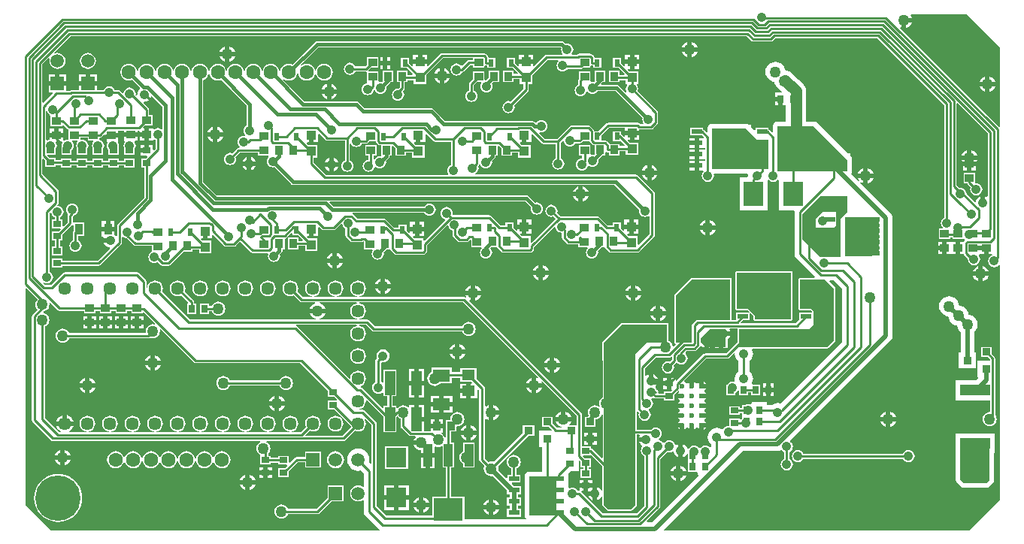
<source format=gbl>
G04 Layer_Physical_Order=2*
G04 Layer_Color=16711680*
%FSAX24Y24*%
%MOIN*%
G70*
G01*
G75*
%ADD14R,0.0354X0.0276*%
%ADD34R,0.0276X0.0354*%
%ADD36C,0.0100*%
%ADD37C,0.0200*%
%ADD38C,0.0150*%
%ADD39C,0.0500*%
%ADD41C,0.0570*%
%ADD42C,0.0591*%
%ADD43R,0.0591X0.0591*%
%ADD44C,0.0630*%
%ADD45R,0.0591X0.0591*%
%ADD46C,0.2010*%
%ADD47C,0.0500*%
%ADD48C,0.0420*%
%ADD49C,0.0236*%
%ADD50R,0.0470X0.0220*%
%ADD51R,0.1319X0.0492*%
%ADD52R,0.0394X0.0354*%
%ADD53R,0.0906X0.0906*%
%ADD54R,0.0354X0.0394*%
%ADD55R,0.0453X0.1063*%
%ADD56R,0.0748X0.0532*%
%ADD57R,0.0571X0.0453*%
%ADD58R,0.0360X0.0320*%
%ADD59R,0.0394X0.0984*%
%ADD60R,0.1299X0.0984*%
%ADD61R,0.0374X0.0669*%
%ADD62R,0.0850X0.1080*%
%ADD63R,0.1024X0.0413*%
%ADD64R,0.0248X0.0327*%
%ADD65R,0.0433X0.0433*%
%ADD66R,0.0358X0.0480*%
%ADD67C,0.1400*%
%ADD68R,0.1220X0.1732*%
G36*
X047087Y017755D02*
X047059Y017713D01*
X047000Y017737D01*
Y017500D01*
X047237D01*
X047213Y017559D01*
X047255Y017587D01*
X048789Y016054D01*
Y015619D01*
X048488D01*
X048464Y015669D01*
X048506Y015723D01*
X048537Y015800D01*
X047863D01*
X047894Y015723D01*
X047950Y015650D01*
X048023Y015594D01*
X048109Y015559D01*
X048099Y015511D01*
X047914D01*
X047733Y015692D01*
Y015993D01*
X047255D01*
Y015555D01*
X047556D01*
X047687Y015423D01*
X047668Y015377D01*
X047117D01*
Y014663D01*
X047242D01*
Y013567D01*
X046685D01*
X046608Y013552D01*
X046543Y013508D01*
X046500Y013443D01*
X046484Y013366D01*
Y011634D01*
X046500Y011557D01*
X046537Y011502D01*
X046520Y011452D01*
X043809D01*
Y012450D01*
X043211D01*
Y013750D01*
X043356D01*
Y014852D01*
X043211D01*
Y015344D01*
X043451D01*
Y015557D01*
X043489Y015590D01*
X043500Y015588D01*
X043581Y015599D01*
X043656Y015630D01*
X043720Y015680D01*
X043770Y015744D01*
X043801Y015819D01*
X043812Y015900D01*
X043801Y015981D01*
X043770Y016056D01*
X043720Y016120D01*
X043656Y016170D01*
X043581Y016201D01*
X043500Y016212D01*
X043419Y016201D01*
X043344Y016170D01*
X043280Y016120D01*
X043230Y016056D01*
X043199Y015981D01*
X043188Y015900D01*
X043189Y015893D01*
X043156Y015856D01*
X042979D01*
Y015344D01*
X042989D01*
Y015088D01*
X042939Y015078D01*
X042917Y015130D01*
X042868Y015194D01*
X042803Y015244D01*
X042781Y015253D01*
X042791Y015303D01*
X042862D01*
Y015500D01*
X042585D01*
X042308D01*
Y015371D01*
X042017D01*
Y015800D01*
X041691D01*
Y015900D01*
X041591D01*
Y016531D01*
X041364D01*
Y016437D01*
X041314Y016425D01*
X041256Y016470D01*
X041181Y016501D01*
X041100Y016512D01*
X041019Y016501D01*
X040944Y016470D01*
X040880Y016420D01*
X040845Y016375D01*
X040795Y016392D01*
Y016491D01*
X040621D01*
Y016909D01*
X040795D01*
Y018091D01*
X040224D01*
Y017555D01*
X040174Y017530D01*
X040146Y017552D01*
X040131Y017558D01*
Y018380D01*
X040169Y018413D01*
X040200Y018409D01*
X040275Y018419D01*
X040346Y018448D01*
X040406Y018494D01*
X040452Y018554D01*
X040481Y018625D01*
X040491Y018700D01*
X040481Y018775D01*
X040452Y018846D01*
X040406Y018906D01*
X040346Y018952D01*
X040275Y018981D01*
X040200Y018991D01*
X040125Y018981D01*
X040054Y018952D01*
X039994Y018906D01*
X039948Y018846D01*
X039919Y018775D01*
X039909Y018700D01*
X039919Y018625D01*
X039925Y018610D01*
X039907Y018593D01*
X039879Y018550D01*
X039869Y018500D01*
Y017558D01*
X039854Y017552D01*
X039794Y017506D01*
X039748Y017446D01*
X039719Y017375D01*
X039709Y017300D01*
X039719Y017225D01*
X039748Y017154D01*
X039794Y017094D01*
X039854Y017048D01*
X039925Y017019D01*
X040000Y017009D01*
X040075Y017019D01*
X040146Y017048D01*
X040174Y017070D01*
X040224Y017045D01*
Y016909D01*
X040398D01*
Y016491D01*
X040224D01*
Y016399D01*
X040178Y016379D01*
X039279Y017279D01*
X039243Y017303D01*
X039200Y017311D01*
X039195Y017315D01*
X039194Y017328D01*
X039206Y017372D01*
X039274Y017399D01*
X039345Y017455D01*
X039401Y017526D01*
X039435Y017610D01*
X039447Y017700D01*
X039435Y017790D01*
X039401Y017874D01*
X039345Y017945D01*
X039274Y018001D01*
X039190Y018035D01*
X039100Y018047D01*
X039010Y018035D01*
X038926Y018001D01*
X038855Y017945D01*
X038799Y017874D01*
X038765Y017790D01*
X038755Y017716D01*
X038707Y017693D01*
X036386Y020014D01*
X036350Y020038D01*
X036345Y020039D01*
X036350Y020089D01*
X039034D01*
X039038Y020039D01*
X039010Y020035D01*
X038926Y020001D01*
X038855Y019945D01*
X038799Y019874D01*
X038765Y019790D01*
X038753Y019700D01*
X038765Y019610D01*
X038799Y019526D01*
X038855Y019455D01*
X038926Y019399D01*
X039010Y019365D01*
X039100Y019353D01*
X039190Y019365D01*
X039274Y019399D01*
X039345Y019455D01*
X039401Y019526D01*
X039435Y019610D01*
X039447Y019700D01*
X039435Y019790D01*
X039401Y019874D01*
X039345Y019945D01*
X039274Y020001D01*
X039190Y020035D01*
X039162Y020039D01*
X039166Y020089D01*
X039454D01*
X039721Y019821D01*
X039757Y019797D01*
X039800Y019789D01*
X043712D01*
X043730Y019744D01*
X043780Y019680D01*
X043844Y019630D01*
X043919Y019599D01*
X044000Y019588D01*
X044081Y019599D01*
X044156Y019630D01*
X044220Y019680D01*
X044270Y019744D01*
X044301Y019819D01*
X044312Y019900D01*
X044301Y019981D01*
X044270Y020056D01*
X044220Y020120D01*
X044156Y020170D01*
X044081Y020201D01*
X044000Y020212D01*
X043919Y020201D01*
X043844Y020170D01*
X043780Y020120D01*
X043730Y020056D01*
X043712Y020011D01*
X039846D01*
X039579Y020279D01*
X039543Y020303D01*
X039500Y020311D01*
X039500Y020311D01*
X039166D01*
X039162Y020361D01*
X039190Y020365D01*
X039274Y020399D01*
X039345Y020455D01*
X039401Y020526D01*
X039435Y020610D01*
X039447Y020700D01*
X039435Y020790D01*
X039401Y020874D01*
X039345Y020945D01*
X039274Y021001D01*
X039190Y021035D01*
X039162Y021039D01*
X039166Y021089D01*
X043754D01*
X047087Y017755D01*
D02*
G37*
G36*
X055600Y020300D02*
X054100D01*
X053900Y020100D01*
Y019300D01*
X053200D01*
Y021400D01*
X053900Y022100D01*
X055600D01*
Y020300D01*
D02*
G37*
G36*
X060200Y021700D02*
Y019400D01*
X059900Y019100D01*
X056000Y019100D01*
X056000Y019900D01*
X059100Y019900D01*
X059300Y020100D01*
X059300Y020700D01*
X059200Y020800D01*
X058700D01*
Y022100D01*
X059800D01*
X060200Y021700D01*
D02*
G37*
G36*
X056526Y032685D02*
X056562Y032661D01*
X056604Y032653D01*
X056604Y032653D01*
X057396D01*
X057396Y032653D01*
X057438Y032661D01*
X057474Y032685D01*
X057587Y032798D01*
X058498D01*
X058500Y032800D01*
X062117Y032800D01*
X062118Y032798D01*
X062120D01*
X065089Y029829D01*
Y024845D01*
X065064Y024835D01*
X065008Y024792D01*
X064965Y024736D01*
X064938Y024670D01*
X064929Y024600D01*
X064938Y024530D01*
X064965Y024464D01*
X065008Y024408D01*
X065017Y024401D01*
X065000Y024351D01*
X064844D01*
Y023879D01*
X065356D01*
Y023964D01*
X065444D01*
Y023879D01*
X065956D01*
X065956Y023879D01*
X066001Y023877D01*
X066000Y023821D01*
X065965Y023786D01*
X065950Y023762D01*
X065800D01*
Y023485D01*
Y023208D01*
X065950D01*
X065965Y023184D01*
X066131Y023018D01*
X066129Y023000D01*
X066138Y022930D01*
X066165Y022864D01*
X066208Y022808D01*
X066264Y022765D01*
X066330Y022738D01*
X066400Y022729D01*
X066470Y022738D01*
X066536Y022765D01*
X066592Y022808D01*
X066635Y022864D01*
X066662Y022930D01*
X066671Y023000D01*
X066662Y023070D01*
X066635Y023136D01*
X066618Y023158D01*
X066623Y023168D01*
X066647Y023208D01*
X066653D01*
Y023208D01*
X066850D01*
Y023485D01*
X067050D01*
Y023208D01*
X067193D01*
X067203Y023158D01*
X067164Y023142D01*
X067108Y023099D01*
X067065Y023042D01*
X067038Y022977D01*
X067029Y022907D01*
X067038Y022837D01*
X067065Y022771D01*
X067108Y022715D01*
X067164Y022672D01*
X067230Y022645D01*
X067300Y022635D01*
X067370Y022645D01*
X067436Y022672D01*
X067492Y022715D01*
X067506Y022733D01*
X067556Y022716D01*
Y012301D01*
X066199Y010944D01*
X052667D01*
X052647Y010990D01*
X056149Y014492D01*
X057691D01*
X057768Y014502D01*
X057841Y014532D01*
X057894Y014509D01*
X057910Y014488D01*
X057966Y014445D01*
X057989Y014436D01*
Y014145D01*
X057964Y014135D01*
X057908Y014092D01*
X057865Y014036D01*
X057838Y013970D01*
X057829Y013900D01*
X057838Y013830D01*
X057865Y013764D01*
X057908Y013708D01*
X057964Y013665D01*
X058030Y013638D01*
X058100Y013629D01*
X058170Y013638D01*
X058236Y013665D01*
X058292Y013708D01*
X058335Y013764D01*
X058362Y013830D01*
X058371Y013900D01*
X058362Y013970D01*
X058335Y014036D01*
X058292Y014092D01*
X058236Y014135D01*
X058211Y014145D01*
Y014434D01*
X058238Y014445D01*
X058294Y014488D01*
X058337Y014544D01*
X058364Y014610D01*
X058373Y014680D01*
X058364Y014750D01*
X058337Y014816D01*
X058294Y014872D01*
X058268Y014892D01*
X058265Y014941D01*
X062712Y019388D01*
X062759Y019450D01*
X062772Y019480D01*
X062789Y019523D01*
X062799Y019600D01*
Y024815D01*
X062789Y024893D01*
X062759Y024965D01*
X062712Y025027D01*
X061355Y026384D01*
X061388Y026422D01*
X061423Y026394D01*
X061500Y026363D01*
Y026600D01*
X061263D01*
X061294Y026523D01*
X061322Y026488D01*
X061284Y026455D01*
X060957Y026781D01*
X060985Y026823D01*
X061001Y026900D01*
Y027400D01*
X060985Y027477D01*
X060942Y027542D01*
X060909Y027575D01*
Y027689D01*
X060794D01*
X059442Y029042D01*
X059377Y029085D01*
X059300Y029101D01*
X058960D01*
Y030454D01*
X058959Y030462D01*
X058959Y030470D01*
X058951Y030520D01*
X058944Y030571D01*
X058941Y030578D01*
X058940Y030586D01*
X058919Y030633D01*
X058899Y030680D01*
X058895Y030686D01*
X058891Y030693D01*
X058868Y030722D01*
X058872Y030728D01*
X058631Y030969D01*
X058623Y030964D01*
X058322Y031245D01*
X058226Y031313D01*
X058116Y031354D01*
X058043Y031361D01*
X058035Y031417D01*
X057990Y031525D01*
X057919Y031619D01*
X057825Y031690D01*
X057717Y031735D01*
X057600Y031751D01*
X057483Y031735D01*
X057375Y031690D01*
X057281Y031619D01*
X057210Y031525D01*
X057165Y031417D01*
X057149Y031300D01*
X057165Y031183D01*
X057210Y031075D01*
X057281Y030981D01*
X057375Y030910D01*
X057483Y030865D01*
X057555Y030855D01*
X057565Y030783D01*
X057610Y030675D01*
X057681Y030581D01*
X057775Y030510D01*
X057800Y030499D01*
X057881Y030424D01*
X057863Y030377D01*
X057587D01*
Y030200D01*
X057824D01*
Y030100D01*
X057924D01*
Y029823D01*
X058041D01*
Y029726D01*
X058058D01*
Y029101D01*
X057700D01*
X057623Y029085D01*
X057558Y029042D01*
X057515Y028977D01*
X057499Y028900D01*
Y028841D01*
X057484Y028766D01*
Y028638D01*
X057438Y028619D01*
X057329Y028729D01*
X057299Y028748D01*
Y028819D01*
X056711D01*
Y028738D01*
X056665Y028719D01*
X056527Y028857D01*
Y028957D01*
X056419D01*
X056377Y028985D01*
X056300Y029001D01*
X054800D01*
X054723Y028985D01*
X054658Y028942D01*
X054615Y028877D01*
X054611Y028860D01*
X054600Y028843D01*
X054584Y028766D01*
Y028638D01*
X054538Y028619D01*
X054429Y028729D01*
X054399Y028748D01*
Y028819D01*
X053811D01*
Y028481D01*
X054362D01*
X054433Y028410D01*
X054412Y028360D01*
X054205D01*
Y028150D01*
Y027940D01*
X054439D01*
X054440Y027940D01*
X054489Y027937D01*
Y027863D01*
X054440Y027860D01*
X054439Y027860D01*
X054205D01*
Y027650D01*
Y027440D01*
X054439D01*
X054440Y027440D01*
X054489Y027437D01*
Y027363D01*
X054440Y027360D01*
X054439Y027360D01*
X054205D01*
Y027150D01*
Y026940D01*
X054388D01*
X054405Y026900D01*
X054406Y026890D01*
X054365Y026836D01*
X054338Y026770D01*
X054329Y026700D01*
X054338Y026630D01*
X054365Y026564D01*
X054408Y026508D01*
X054464Y026465D01*
X054530Y026438D01*
X054600Y026429D01*
X054670Y026438D01*
X054736Y026465D01*
X054792Y026508D01*
X054835Y026564D01*
X054862Y026630D01*
X054871Y026700D01*
X054865Y026749D01*
X054899Y026799D01*
X056365D01*
X056398Y026762D01*
X056390Y026700D01*
X056393Y026674D01*
X056360Y026637D01*
X056008D01*
Y025163D01*
X057252D01*
Y026499D01*
X057302Y026516D01*
X057308Y026508D01*
X057364Y026465D01*
X057430Y026438D01*
X057500Y026429D01*
X057570Y026438D01*
X057636Y026465D01*
X057692Y026508D01*
X057698Y026516D01*
X057748Y026499D01*
Y025163D01*
X058414D01*
X058446Y025125D01*
X058439Y025091D01*
Y023217D01*
X058458Y023121D01*
X058513Y023039D01*
X059342Y022210D01*
X059323Y022164D01*
X058700D01*
X058655Y022145D01*
X058636Y022100D01*
Y020800D01*
X058655Y020755D01*
X058700Y020736D01*
X059174D01*
X059236Y020674D01*
Y020619D01*
X058668D01*
Y020313D01*
X058498Y020143D01*
X056078D01*
X056059Y020189D01*
X056150Y020281D01*
X056456D01*
Y020583D01*
X056506Y020603D01*
X056636Y020474D01*
Y020334D01*
X056655Y020289D01*
X056700Y020270D01*
X058300D01*
X058345Y020289D01*
X058364Y020334D01*
Y022400D01*
X058345Y022445D01*
X058300Y022464D01*
X055900D01*
X055855Y022445D01*
X055836Y022400D01*
Y020800D01*
X055855Y020755D01*
X055900Y020736D01*
X056374D01*
X056440Y020669D01*
X056420Y020619D01*
X055868D01*
Y020313D01*
X055857Y020302D01*
X055664D01*
Y022100D01*
X055645Y022145D01*
X055600Y022164D01*
X053900D01*
X053855Y022145D01*
X053155Y021445D01*
X053136Y021400D01*
Y019300D01*
X053155Y019255D01*
X053164Y019251D01*
X053176Y019192D01*
X053094Y019110D01*
X053041Y019128D01*
X053034Y019181D01*
X053003Y019256D01*
X052953Y019320D01*
X052889Y019370D01*
X052864Y019380D01*
Y020100D01*
X052845Y020145D01*
X052800Y020164D01*
X050800D01*
X050755Y020145D01*
X049955Y019345D01*
X049936Y019300D01*
Y018500D01*
X049945Y018478D01*
X049937Y018400D01*
Y016865D01*
X049880Y016820D01*
X049830Y016756D01*
X049799Y016681D01*
X049788Y016600D01*
X049799Y016519D01*
X049811Y016491D01*
X049770Y016459D01*
X049756Y016470D01*
X049681Y016501D01*
X049600Y016512D01*
X049519Y016501D01*
X049444Y016470D01*
X049380Y016420D01*
X049330Y016356D01*
X049299Y016281D01*
X049288Y016200D01*
X049299Y016119D01*
X049317Y016075D01*
X049315Y016072D01*
X049291Y016036D01*
X049283Y015994D01*
X049235Y015993D01*
X049155D01*
Y015555D01*
X049633D01*
Y015893D01*
X049681Y015899D01*
X049756Y015930D01*
X049820Y015980D01*
X049870Y016044D01*
X049887Y016086D01*
X049937Y016076D01*
Y014700D01*
Y014185D01*
X049891Y014166D01*
X049479Y014579D01*
X049443Y014603D01*
X049436Y014604D01*
Y014697D01*
X049011D01*
Y016100D01*
X049003Y016143D01*
X048979Y016179D01*
X048979Y016179D01*
X044013Y021145D01*
X044041Y021187D01*
X044100Y021163D01*
Y021400D01*
X043863D01*
X043892Y021330D01*
X043889Y021326D01*
X043843Y021303D01*
X043800Y021311D01*
X043800Y021311D01*
X039166D01*
X039162Y021361D01*
X039190Y021365D01*
X039274Y021399D01*
X039345Y021455D01*
X039401Y021526D01*
X039435Y021610D01*
X039447Y021700D01*
X039435Y021790D01*
X039401Y021874D01*
X039345Y021945D01*
X039274Y022001D01*
X039190Y022035D01*
X039100Y022047D01*
X039010Y022035D01*
X038926Y022001D01*
X038855Y021945D01*
X038799Y021874D01*
X038765Y021790D01*
X038753Y021700D01*
X038765Y021610D01*
X038799Y021526D01*
X038855Y021455D01*
X038926Y021399D01*
X039010Y021365D01*
X039038Y021361D01*
X039034Y021311D01*
X038166D01*
X038162Y021361D01*
X038190Y021365D01*
X038274Y021399D01*
X038345Y021455D01*
X038401Y021526D01*
X038435Y021610D01*
X038447Y021700D01*
X038435Y021790D01*
X038401Y021874D01*
X038345Y021945D01*
X038274Y022001D01*
X038190Y022035D01*
X038100Y022047D01*
X038010Y022035D01*
X037926Y022001D01*
X037855Y021945D01*
X037799Y021874D01*
X037765Y021790D01*
X037753Y021700D01*
X037765Y021610D01*
X037799Y021526D01*
X037855Y021455D01*
X037926Y021399D01*
X038010Y021365D01*
X038038Y021361D01*
X038034Y021311D01*
X037166D01*
X037162Y021361D01*
X037190Y021365D01*
X037274Y021399D01*
X037345Y021455D01*
X037401Y021526D01*
X037435Y021610D01*
X037447Y021700D01*
X037435Y021790D01*
X037401Y021874D01*
X037345Y021945D01*
X037274Y022001D01*
X037190Y022035D01*
X037100Y022047D01*
X037010Y022035D01*
X036926Y022001D01*
X036855Y021945D01*
X036799Y021874D01*
X036765Y021790D01*
X036753Y021700D01*
X036765Y021610D01*
X036799Y021526D01*
X036855Y021455D01*
X036926Y021399D01*
X037010Y021365D01*
X037038Y021361D01*
X037034Y021311D01*
X036646D01*
X036409Y021548D01*
X036435Y021610D01*
X036447Y021700D01*
X036435Y021790D01*
X036401Y021874D01*
X036345Y021945D01*
X036274Y022001D01*
X036190Y022035D01*
X036100Y022047D01*
X036010Y022035D01*
X035926Y022001D01*
X035855Y021945D01*
X035799Y021874D01*
X035765Y021790D01*
X035753Y021700D01*
X035765Y021610D01*
X035799Y021526D01*
X035855Y021455D01*
X035926Y021399D01*
X036010Y021365D01*
X036100Y021353D01*
X036190Y021365D01*
X036252Y021391D01*
X036521Y021121D01*
X036521Y021121D01*
X036557Y021097D01*
X036600Y021089D01*
X036600Y021089D01*
X037199D01*
X037209Y021041D01*
X037123Y021006D01*
X037050Y020950D01*
X036994Y020877D01*
X036963Y020800D01*
X037637D01*
X037606Y020877D01*
X037550Y020950D01*
X037477Y021006D01*
X037391Y021041D01*
X037401Y021089D01*
X039034D01*
X039038Y021039D01*
X039010Y021035D01*
X038926Y021001D01*
X038855Y020945D01*
X038799Y020874D01*
X038765Y020790D01*
X038753Y020700D01*
X038765Y020610D01*
X038799Y020526D01*
X038855Y020455D01*
X038926Y020399D01*
X039010Y020365D01*
X039038Y020361D01*
X039034Y020311D01*
X037401D01*
X037391Y020359D01*
X037477Y020394D01*
X037550Y020450D01*
X037606Y020523D01*
X037637Y020600D01*
X036963D01*
X036994Y020523D01*
X037050Y020450D01*
X037123Y020394D01*
X037209Y020359D01*
X037199Y020311D01*
X031646D01*
X030409Y021548D01*
X030435Y021610D01*
X030447Y021700D01*
X030435Y021790D01*
X030401Y021874D01*
X030345Y021945D01*
X030274Y022001D01*
X030190Y022035D01*
X030100Y022047D01*
X030010Y022035D01*
X029926Y022001D01*
X029855Y021945D01*
X029799Y021874D01*
X029765Y021790D01*
X029756Y021723D01*
X029706Y021726D01*
Y022005D01*
X029706Y022005D01*
X029697Y022048D01*
X029673Y022084D01*
X029673Y022084D01*
X029379Y022379D01*
X029343Y022403D01*
X029300Y022411D01*
X029300Y022411D01*
X026100D01*
X026100Y022411D01*
X026057Y022403D01*
X026021Y022379D01*
X025488Y021845D01*
X025212D01*
X025126Y021932D01*
X025159Y021969D01*
X025164Y021965D01*
X025230Y021938D01*
X025300Y021929D01*
X025370Y021938D01*
X025436Y021965D01*
X025492Y022008D01*
X025535Y022064D01*
X025562Y022130D01*
X025571Y022200D01*
X025562Y022270D01*
X025535Y022336D01*
X025492Y022392D01*
X025436Y022435D01*
X025411Y022445D01*
Y025029D01*
X025436Y025049D01*
X025452Y025047D01*
X025493Y025035D01*
X025503Y025020D01*
X025504Y025016D01*
X025531Y024950D01*
X025574Y024894D01*
X025630Y024851D01*
X025655Y024841D01*
Y024758D01*
X025529D01*
Y024365D01*
X025897D01*
X025917Y024318D01*
X025805Y024207D01*
X025529D01*
Y023813D01*
X025655D01*
Y023558D01*
X025529D01*
Y023165D01*
X026002D01*
Y023558D01*
X025877D01*
Y023813D01*
X026002D01*
Y024089D01*
X026412Y024500D01*
X026412Y024500D01*
X026476Y024506D01*
X026484Y024500D01*
Y024253D01*
X026463Y024222D01*
X026455Y024180D01*
X026455Y024180D01*
Y023831D01*
X026430Y023821D01*
X026374Y023778D01*
X026331Y023722D01*
X026304Y023656D01*
X026294Y023586D01*
X026304Y023516D01*
X026331Y023450D01*
X026374Y023394D01*
X026430Y023351D01*
X026495Y023324D01*
X026566Y023314D01*
X026636Y023324D01*
X026701Y023351D01*
X026758Y023394D01*
X026801Y023450D01*
X026828Y023516D01*
X026837Y023586D01*
X026828Y023656D01*
X026801Y023722D01*
X026758Y023778D01*
X026701Y023821D01*
X026677Y023831D01*
Y024037D01*
X026960D01*
Y024635D01*
X026495D01*
X026484Y024635D01*
X026445Y024662D01*
Y024889D01*
X026479Y024923D01*
X026486Y024924D01*
X026551Y024951D01*
X026608Y024994D01*
X026651Y025050D01*
X026678Y025116D01*
X026687Y025186D01*
X026678Y025256D01*
X026651Y025322D01*
X026608Y025378D01*
X026551Y025421D01*
X026486Y025448D01*
X026416Y025457D01*
X026345Y025448D01*
X026280Y025421D01*
X026224Y025378D01*
X026181Y025322D01*
X026154Y025256D01*
X026144Y025186D01*
X026154Y025116D01*
X026181Y025050D01*
X026224Y024994D01*
X026236Y024985D01*
X026231Y024978D01*
X026223Y024935D01*
X026223Y024935D01*
Y024624D01*
X026048Y024450D01*
X026002Y024469D01*
Y024758D01*
X025877D01*
Y024841D01*
X025901Y024851D01*
X025958Y024894D01*
X026001Y024950D01*
X026028Y025016D01*
X026037Y025086D01*
X026028Y025156D01*
X026001Y025222D01*
X025958Y025278D01*
X025901Y025321D01*
X025836Y025348D01*
X025783Y025355D01*
X025761Y025404D01*
X025779Y025421D01*
X025779Y025421D01*
X025803Y025457D01*
X025811Y025500D01*
Y026000D01*
X025811Y026000D01*
X025803Y026043D01*
X025779Y026079D01*
X025099Y026758D01*
Y027429D01*
X025145Y027448D01*
X025229Y027364D01*
Y027088D01*
X025702D01*
Y027173D01*
X025929D01*
Y027063D01*
X026402D01*
Y027149D01*
X026629D01*
Y027063D01*
X027102D01*
Y027149D01*
X027329D01*
Y027063D01*
X027802D01*
Y027149D01*
X028029D01*
Y027063D01*
X028502D01*
Y027149D01*
X028729D01*
Y027063D01*
X029202D01*
Y027457D01*
X028729D01*
Y027371D01*
X028502D01*
Y027457D01*
X028029D01*
Y027371D01*
X027802D01*
Y027457D01*
X027329D01*
Y027371D01*
X027102D01*
Y027457D01*
X026629D01*
Y027371D01*
X026402D01*
Y027457D01*
X025929D01*
Y027396D01*
X025702D01*
Y027482D01*
X025426D01*
X025315Y027593D01*
X025334Y027639D01*
X025702D01*
Y027903D01*
X025728Y027966D01*
X025737Y028036D01*
X025728Y028106D01*
X025701Y028172D01*
X025695Y028179D01*
X025720Y028229D01*
X025962D01*
X025986Y028179D01*
X025981Y028172D01*
X025954Y028106D01*
X025947Y028052D01*
X025929Y028008D01*
X025929Y028008D01*
X025929Y028008D01*
Y027615D01*
X026402D01*
Y027840D01*
X026408Y027844D01*
X026451Y027900D01*
X026478Y027966D01*
X026487Y028036D01*
X026478Y028106D01*
X026451Y028172D01*
X026414Y028220D01*
X026427Y028270D01*
X026654D01*
X026668Y028220D01*
X026631Y028172D01*
X026604Y028106D01*
X026594Y028036D01*
X026604Y027966D01*
X026629Y027903D01*
Y027615D01*
X027102D01*
Y027903D01*
X027128Y027966D01*
X027137Y028036D01*
X027128Y028106D01*
X027101Y028172D01*
X027058Y028228D01*
X027001Y028271D01*
X026936Y028298D01*
X026866Y028307D01*
X026822Y028301D01*
X026772Y028338D01*
Y028395D01*
X027110D01*
Y028270D01*
X027354D01*
X027368Y028220D01*
X027331Y028172D01*
X027304Y028106D01*
X027294Y028036D01*
X027304Y027966D01*
X027329Y027903D01*
Y027615D01*
X027802D01*
Y027903D01*
X027828Y027966D01*
X027837Y028036D01*
X027828Y028106D01*
X027801Y028172D01*
X027758Y028228D01*
X027701Y028271D01*
X027636Y028298D01*
X027622Y028300D01*
Y028350D01*
X027637Y028395D01*
X027680Y028403D01*
X027716Y028427D01*
X027823Y028534D01*
X027869Y028515D01*
Y028229D01*
X027962D01*
X027986Y028179D01*
X027981Y028172D01*
X027954Y028106D01*
X027944Y028036D01*
X027954Y027966D01*
X027981Y027900D01*
X028024Y027844D01*
X028029Y027840D01*
Y027615D01*
X028502D01*
Y028008D01*
X028502D01*
X028485Y028051D01*
X028478Y028106D01*
X028451Y028172D01*
X028445Y028179D01*
X028463Y028229D01*
X028463D01*
Y028406D01*
X028166D01*
Y028606D01*
X028463D01*
Y028696D01*
X028719D01*
Y028621D01*
X029313D01*
Y028696D01*
X029372D01*
X029372Y028696D01*
X029419Y028654D01*
Y028621D01*
X029616D01*
Y028798D01*
X029586D01*
X029566Y028844D01*
X029637Y028915D01*
X029972D01*
Y029387D01*
X029827D01*
Y029635D01*
X029818Y029677D01*
X029794Y029713D01*
X029580Y029927D01*
X029604Y029975D01*
X029616Y029973D01*
X029697Y029984D01*
X029772Y030015D01*
X029837Y030065D01*
X029886Y030129D01*
X029918Y030205D01*
X029919Y030213D01*
X029966Y030229D01*
X030423Y029772D01*
Y028779D01*
X030373Y028754D01*
X030351Y028771D01*
X030286Y028798D01*
X030216Y028807D01*
X030145Y028798D01*
X030080Y028771D01*
X030063Y028757D01*
X030013Y028782D01*
Y028798D01*
X029816D01*
Y028521D01*
Y028244D01*
X030013D01*
Y028290D01*
X030063Y028314D01*
X030080Y028301D01*
X030105Y028291D01*
Y027888D01*
X030039Y027823D01*
X029993Y027842D01*
Y028049D01*
X029816D01*
Y027811D01*
X029716D01*
Y027711D01*
X029439D01*
Y027574D01*
X029725D01*
X029744Y027527D01*
X029673Y027457D01*
X029479D01*
Y027063D01*
X029605D01*
Y025732D01*
X028437Y024564D01*
X028413Y024528D01*
X028405Y024486D01*
X028405Y024486D01*
Y024030D01*
X028355Y024013D01*
X028325Y024052D01*
X028289Y024080D01*
Y024236D01*
X028009D01*
X027730D01*
Y023996D01*
X027782D01*
X027816Y023946D01*
X027810Y023931D01*
X028104D01*
Y023731D01*
X027810D01*
X027833Y023675D01*
X027883Y023610D01*
X027947Y023560D01*
X028023Y023529D01*
X028074Y023522D01*
X028092Y023469D01*
X027544Y022921D01*
X026002D01*
Y023007D01*
X025529D01*
Y022613D01*
X026002D01*
Y022699D01*
X027590D01*
X027590Y022699D01*
X027633Y022708D01*
X027669Y022732D01*
X028594Y023657D01*
X028618Y023693D01*
X028627Y023736D01*
X028627Y023736D01*
Y023973D01*
X028663Y023989D01*
X028677Y023992D01*
X028730Y023951D01*
X028795Y023924D01*
X028824Y023920D01*
X029137Y023607D01*
X029137Y023607D01*
X029173Y023583D01*
X029216Y023575D01*
X029216Y023575D01*
X029960D01*
Y023335D01*
X029960Y023335D01*
X029960D01*
X029942Y023327D01*
X029930Y023321D01*
X029919Y023312D01*
X029919Y023312D01*
X029918Y023311D01*
X029874Y023278D01*
X029831Y023222D01*
X029804Y023156D01*
X029794Y023086D01*
X029804Y023016D01*
X029831Y022950D01*
X029874Y022894D01*
X029930Y022851D01*
X029995Y022824D01*
X030066Y022814D01*
X030136Y022824D01*
X030201Y022851D01*
X030225Y022869D01*
X030355Y022738D01*
X030355Y022738D01*
X030391Y022714D01*
X030434Y022706D01*
X030698D01*
X030698Y022706D01*
X030740Y022714D01*
X030776Y022738D01*
X031368Y023330D01*
X031767D01*
Y023420D01*
X032040D01*
Y023256D01*
X032591D01*
Y023807D01*
X032191D01*
X032120Y023877D01*
X032139Y023924D01*
X032216D01*
Y024240D01*
X032416D01*
Y023924D01*
X032632D01*
Y024046D01*
X032678Y024065D01*
X033155Y023588D01*
X033155Y023588D01*
X033191Y023564D01*
X033234Y023556D01*
X033234Y023556D01*
X033601D01*
X033601Y023556D01*
X033643Y023564D01*
X033679Y023588D01*
X033866Y023775D01*
X034334Y023306D01*
X034334Y023306D01*
X034370Y023282D01*
X034413Y023273D01*
X035077D01*
X035111Y023223D01*
X035104Y023206D01*
X035094Y023136D01*
X035104Y023066D01*
X035131Y023000D01*
X035174Y022944D01*
X035230Y022901D01*
X035295Y022874D01*
X035366Y022864D01*
X035436Y022874D01*
X035501Y022901D01*
X035558Y022944D01*
X035601Y023000D01*
X035628Y023066D01*
X035637Y023136D01*
X035628Y023205D01*
X035697Y023274D01*
X035727Y023319D01*
X035737Y023371D01*
Y023430D01*
X035837D01*
Y023855D01*
X035838Y023902D01*
X035880Y023911D01*
X035916Y023935D01*
X036125Y024144D01*
X036172Y024125D01*
Y024063D01*
X036427D01*
X036647Y023843D01*
X036628Y023797D01*
X036467D01*
Y023942D01*
X035994D01*
Y023430D01*
X036467D01*
Y023575D01*
X036740D01*
Y023356D01*
X037291D01*
Y023907D01*
X036897D01*
X036827Y023977D01*
X036846Y024024D01*
X036916D01*
Y024340D01*
X037116D01*
Y024024D01*
X037332D01*
Y024388D01*
X037378Y024407D01*
X037479Y024307D01*
X037515Y024283D01*
X037557Y024275D01*
X038014D01*
X038014Y024275D01*
X038057Y024283D01*
X038093Y024307D01*
X038347Y024561D01*
X038400Y024543D01*
X038404Y024516D01*
X038431Y024450D01*
X038474Y024394D01*
X038530Y024351D01*
X038535Y024349D01*
Y024054D01*
X038535Y024054D01*
X038544Y024011D01*
X038568Y023975D01*
X038755Y023788D01*
X038791Y023764D01*
X038834Y023756D01*
X039229D01*
X039229Y023756D01*
X039271Y023764D01*
X039305Y023787D01*
X039342D01*
X039360Y023770D01*
Y023435D01*
X039716D01*
X039741Y023385D01*
X039731Y023372D01*
X039704Y023306D01*
X039694Y023236D01*
X039704Y023166D01*
X039731Y023100D01*
X039774Y023044D01*
X039830Y023001D01*
X039895Y022974D01*
X039966Y022964D01*
X040036Y022974D01*
X040101Y023001D01*
X040158Y023044D01*
X040201Y023100D01*
X040228Y023166D01*
X040237Y023236D01*
X040228Y023305D01*
X040353Y023430D01*
X040513D01*
X040537Y023394D01*
X040704Y023227D01*
X040704Y023227D01*
X040740Y023203D01*
X040782Y023195D01*
X040782Y023195D01*
X041977D01*
X041977Y023195D01*
X042020Y023203D01*
X042056Y023227D01*
X042120Y023291D01*
X042120Y023291D01*
X042144Y023327D01*
X042152Y023370D01*
Y023621D01*
X043051Y024520D01*
X043100Y024498D01*
X043107Y024447D01*
X043134Y024381D01*
X043177Y024325D01*
X043233Y024282D01*
X043285Y024260D01*
Y024054D01*
X043285Y024054D01*
X043294Y024011D01*
X043318Y023975D01*
X043505Y023788D01*
X043541Y023764D01*
X043584Y023756D01*
X043903D01*
X043903Y023756D01*
X043946Y023764D01*
X043982Y023788D01*
X044054Y023860D01*
X044067Y023862D01*
X044110Y023836D01*
Y023535D01*
X044566D01*
X044583Y023485D01*
X044574Y023478D01*
X044531Y023422D01*
X044504Y023356D01*
X044494Y023286D01*
X044504Y023216D01*
X044531Y023150D01*
X044574Y023094D01*
X044630Y023051D01*
X044695Y023024D01*
X044766Y023014D01*
X044836Y023024D01*
X044901Y023051D01*
X044958Y023094D01*
X045001Y023150D01*
X045028Y023216D01*
X045037Y023286D01*
X045028Y023356D01*
X045001Y023422D01*
X044958Y023478D01*
X044957Y023493D01*
X044992Y023530D01*
X045253D01*
X045258Y023523D01*
X045454Y023327D01*
X045454Y023327D01*
X045490Y023303D01*
X045532Y023295D01*
X046727D01*
X046727Y023295D01*
X046770Y023303D01*
X046806Y023327D01*
X046870Y023391D01*
X046870Y023391D01*
X046894Y023427D01*
X046902Y023470D01*
Y023530D01*
X047796Y024423D01*
X047848Y024405D01*
X047854Y024366D01*
X047881Y024300D01*
X047924Y024244D01*
X047980Y024201D01*
X048045Y024174D01*
X048116Y024164D01*
X048135Y024147D01*
Y023954D01*
X048135Y023954D01*
X048144Y023911D01*
X048168Y023875D01*
X048355Y023688D01*
X048391Y023664D01*
X048434Y023656D01*
X048860D01*
Y023535D01*
X049266D01*
X049283Y023485D01*
X049274Y023478D01*
X049231Y023422D01*
X049204Y023356D01*
X049194Y023286D01*
X049204Y023216D01*
X049231Y023150D01*
X049274Y023094D01*
X049330Y023051D01*
X049395Y023024D01*
X049466Y023014D01*
X049536Y023024D01*
X049601Y023051D01*
X049658Y023094D01*
X049701Y023150D01*
X049728Y023216D01*
X049737Y023286D01*
X049728Y023355D01*
X049897Y023524D01*
X049901Y023530D01*
X050036D01*
X050042Y023501D01*
X050066Y023465D01*
X050204Y023327D01*
X050204Y023327D01*
X050240Y023303D01*
X050282Y023295D01*
X050282Y023295D01*
X051477D01*
X051477Y023295D01*
X051520Y023303D01*
X051556Y023327D01*
X052213Y023985D01*
X052213Y023985D01*
X052237Y024021D01*
X052246Y024063D01*
Y025917D01*
X052237Y025959D01*
X052213Y025995D01*
X052213Y025995D01*
X051494Y026714D01*
X051458Y026739D01*
X051416Y026747D01*
X051416Y026747D01*
X044302D01*
X044292Y026797D01*
X044301Y026801D01*
X044358Y026844D01*
X044401Y026900D01*
X044428Y026966D01*
X044437Y027036D01*
X044428Y027106D01*
X044418Y027131D01*
X044444Y027157D01*
X044444Y027157D01*
X044462Y027184D01*
X044497Y027187D01*
X044517Y027183D01*
X044531Y027150D01*
X044574Y027094D01*
X044630Y027051D01*
X044695Y027024D01*
X044766Y027014D01*
X044836Y027024D01*
X044901Y027051D01*
X044958Y027094D01*
X045001Y027150D01*
X045028Y027216D01*
X045037Y027286D01*
X045028Y027355D01*
X045147Y027474D01*
X045177Y027519D01*
X045187Y027571D01*
Y027580D01*
X045287D01*
Y028002D01*
X045337Y028022D01*
X045444Y027915D01*
Y027580D01*
X045917D01*
Y027725D01*
X046190D01*
Y027506D01*
X046741D01*
Y028057D01*
X046347D01*
X046277Y028127D01*
X046296Y028174D01*
X046366D01*
Y028490D01*
X046566D01*
Y028174D01*
X046782D01*
Y028538D01*
X046828Y028557D01*
X047249Y028137D01*
X047285Y028113D01*
X047327Y028105D01*
X047855D01*
Y027481D01*
X047830Y027471D01*
X047774Y027428D01*
X047731Y027372D01*
X047704Y027306D01*
X047694Y027236D01*
X047704Y027166D01*
X047731Y027100D01*
X047774Y027044D01*
X047830Y027001D01*
X047895Y026974D01*
X047966Y026964D01*
X048036Y026974D01*
X048101Y027001D01*
X048158Y027044D01*
X048201Y027100D01*
X048228Y027166D01*
X048237Y027236D01*
X048228Y027306D01*
X048201Y027372D01*
X048158Y027428D01*
X048101Y027471D01*
X048077Y027481D01*
Y028170D01*
X048174Y028267D01*
X048218Y028240D01*
X048226Y028180D01*
X048254Y028114D01*
X048297Y028058D01*
X048353Y028015D01*
X048418Y027988D01*
X048489Y027979D01*
X048559Y027988D01*
X048624Y028015D01*
X048680Y028058D01*
X048724Y028114D01*
X048734Y028139D01*
X048924D01*
X048924Y028139D01*
X048966Y028147D01*
X049002Y028171D01*
X049060Y028229D01*
X049340D01*
X049342Y028221D01*
X049366Y028185D01*
X049473Y028077D01*
X049473Y028077D01*
X049509Y028053D01*
X049552Y028045D01*
X049587D01*
Y027648D01*
X049549Y027613D01*
X049489Y027621D01*
X049444Y027616D01*
X049394Y027652D01*
Y028071D01*
X048883D01*
Y027599D01*
X049027D01*
Y027472D01*
X049009Y027456D01*
X048939Y027447D01*
X048874Y027420D01*
X048818Y027377D01*
X048774Y027321D01*
X048747Y027255D01*
X048738Y027185D01*
X048747Y027115D01*
X048774Y027049D01*
X048818Y026993D01*
X048874Y026950D01*
X048939Y026923D01*
X049009Y026914D01*
X049080Y026923D01*
X049145Y026950D01*
X049201Y026993D01*
X049244Y027049D01*
X049272Y027115D01*
X049325Y027136D01*
X049353Y027115D01*
X049418Y027088D01*
X049489Y027079D01*
X049559Y027088D01*
X049624Y027115D01*
X049680Y027158D01*
X049724Y027214D01*
X049751Y027280D01*
X049760Y027350D01*
X049751Y027419D01*
X049920Y027588D01*
X049924Y027594D01*
X050060D01*
Y027729D01*
X050110Y027756D01*
X050123Y027747D01*
X050166Y027739D01*
X050217D01*
Y027594D01*
X050690D01*
Y027784D01*
X050963D01*
Y027620D01*
X051514D01*
Y028171D01*
X051120D01*
X051050Y028242D01*
X051069Y028288D01*
X051139D01*
Y028504D01*
X050922D01*
Y028435D01*
X050876Y028416D01*
X050763Y028529D01*
X050761Y028530D01*
Y028672D01*
X050394D01*
Y028228D01*
X050749D01*
X050920Y028057D01*
X050899Y028007D01*
X050690D01*
Y028106D01*
X050250D01*
X050244Y028115D01*
X050244Y028115D01*
X050125Y028235D01*
X050088Y028259D01*
X050046Y028267D01*
X050046Y028267D01*
X049883D01*
Y028476D01*
X050226Y028819D01*
X050922D01*
Y028704D01*
X051239D01*
X051555D01*
Y028749D01*
X051563Y028756D01*
X052098D01*
X052098Y028756D01*
X052140Y028764D01*
X052176Y028788D01*
X052363Y028975D01*
X052387Y029011D01*
X052396Y029054D01*
Y029496D01*
X052387Y029538D01*
X052363Y029574D01*
X052363Y029574D01*
X051491Y030447D01*
X051501Y030472D01*
X051510Y030542D01*
X051501Y030612D01*
X051474Y030678D01*
X051441Y030720D01*
X051460Y030770D01*
X051514D01*
Y031321D01*
X051114D01*
X051043Y031392D01*
X051062Y031438D01*
X051139D01*
Y031654D01*
X050922D01*
Y031578D01*
X050876Y031559D01*
X050761Y031674D01*
Y031922D01*
X050394D01*
Y031478D01*
X050643D01*
X050913Y031207D01*
X050893Y031157D01*
X050690D01*
Y031356D01*
X050217D01*
Y030844D01*
X050690D01*
Y030934D01*
X050963D01*
Y030770D01*
X051017D01*
X051036Y030720D01*
X051004Y030678D01*
X050976Y030612D01*
X050967Y030542D01*
X050976Y030472D01*
X050999Y030416D01*
X050957Y030388D01*
X050648Y030697D01*
X050604Y030726D01*
X050552Y030737D01*
X049884D01*
X049865Y030783D01*
X049920Y030838D01*
X049924Y030844D01*
X050060D01*
Y031356D01*
X049587D01*
Y030898D01*
X049549Y030863D01*
X049489Y030871D01*
X049444Y030866D01*
X049394Y030902D01*
Y031321D01*
X048883D01*
Y030984D01*
X048863Y030955D01*
X048855Y030912D01*
X048855Y030912D01*
Y030731D01*
X048830Y030721D01*
X048774Y030678D01*
X048731Y030622D01*
X048704Y030556D01*
X048694Y030486D01*
X048704Y030416D01*
X048731Y030350D01*
X048774Y030294D01*
X048830Y030251D01*
X048895Y030224D01*
X048966Y030214D01*
X049036Y030224D01*
X049101Y030251D01*
X049158Y030294D01*
X049201Y030350D01*
X049228Y030416D01*
X049228Y030416D01*
X049280Y030430D01*
X049297Y030408D01*
X049353Y030365D01*
X049418Y030338D01*
X049489Y030329D01*
X049559Y030338D01*
X049624Y030365D01*
X049680Y030408D01*
X049723Y030463D01*
X050495D01*
X051703Y029255D01*
X051694Y029186D01*
X051704Y029116D01*
X051731Y029050D01*
X051748Y029028D01*
X051723Y028978D01*
X051609D01*
X051579Y029009D01*
X051543Y029033D01*
X051500Y029041D01*
X051500Y029041D01*
X050179D01*
X050179Y029041D01*
X050137Y029033D01*
X050101Y029009D01*
X050101Y029009D01*
X049765Y028672D01*
X049556D01*
Y028687D01*
X049547Y028730D01*
X049523Y028766D01*
X049395Y028894D01*
X049359Y028918D01*
X049316Y028927D01*
X049316Y028927D01*
X048566D01*
X048523Y028918D01*
X048487Y028894D01*
X047920Y028327D01*
X047373D01*
X047122Y028579D01*
X047144Y028620D01*
X047148Y028623D01*
X047216Y028614D01*
X047286Y028624D01*
X047351Y028651D01*
X047408Y028694D01*
X047451Y028750D01*
X047478Y028816D01*
X047487Y028886D01*
X047478Y028956D01*
X047451Y029022D01*
X047408Y029078D01*
X047351Y029121D01*
X047286Y029148D01*
X047216Y029157D01*
X047145Y029148D01*
X047080Y029121D01*
X047024Y029078D01*
X047009Y029058D01*
X046943Y029054D01*
X046900Y029096D01*
X046856Y029126D01*
X046804Y029136D01*
X042959D01*
X042457Y029638D01*
X042413Y029668D01*
X042360Y029678D01*
X039380D01*
X039108Y029951D01*
X039063Y029980D01*
X039011Y029991D01*
X036725D01*
X035768Y030948D01*
X035801Y030986D01*
X035836Y030959D01*
X035927Y030921D01*
X036024Y030909D01*
X036122Y030921D01*
X036213Y030959D01*
X036291Y031019D01*
X036351Y031097D01*
X036389Y031188D01*
X036394Y031229D01*
X036444D01*
X036450Y031188D01*
X036487Y031097D01*
X036547Y031019D01*
X036626Y030959D01*
X036717Y030921D01*
X036814Y030909D01*
X036912Y030921D01*
X037003Y030959D01*
X037081Y031019D01*
X037141Y031097D01*
X037179Y031188D01*
X037180Y031199D01*
X037231D01*
X037232Y031188D01*
X037270Y031097D01*
X037330Y031019D01*
X037408Y030959D01*
X037499Y030921D01*
X037596Y030909D01*
X037694Y030921D01*
X037785Y030959D01*
X037863Y031019D01*
X037923Y031097D01*
X037961Y031188D01*
X037974Y031286D01*
X037961Y031383D01*
X037923Y031474D01*
X037863Y031553D01*
X037785Y031613D01*
X037694Y031650D01*
X037596Y031663D01*
X037499Y031650D01*
X037408Y031613D01*
X037330Y031553D01*
X037270Y031474D01*
X037232Y031383D01*
X037231Y031372D01*
X037180D01*
X037179Y031383D01*
X037141Y031474D01*
X037081Y031553D01*
X037003Y031613D01*
X036912Y031650D01*
X036814Y031663D01*
X036717Y031650D01*
X036626Y031613D01*
X036591Y031586D01*
X036558Y031624D01*
X037333Y032399D01*
X048059D01*
X048103Y032355D01*
X048094Y032286D01*
X048104Y032216D01*
X048131Y032150D01*
X048164Y032107D01*
X048146Y032057D01*
X047438D01*
X047396Y032048D01*
X047360Y032024D01*
X047360Y032024D01*
X046901Y031566D01*
X046855Y031585D01*
Y031654D01*
X046539D01*
X046222D01*
Y031585D01*
X046176Y031566D01*
X046061Y031681D01*
Y031922D01*
X045694D01*
Y031478D01*
X045949D01*
X046170Y031257D01*
X046150Y031211D01*
X045990D01*
Y031356D01*
X045517D01*
Y030844D01*
X045990D01*
Y030989D01*
X046263D01*
Y030770D01*
X046427D01*
Y030555D01*
X045860Y029988D01*
X045836Y029998D01*
X045766Y030007D01*
X045695Y029998D01*
X045630Y029971D01*
X045574Y029928D01*
X045531Y029872D01*
X045504Y029806D01*
X045494Y029736D01*
X045504Y029666D01*
X045531Y029600D01*
X045574Y029544D01*
X045630Y029501D01*
X045695Y029474D01*
X045766Y029464D01*
X045836Y029474D01*
X045901Y029501D01*
X045958Y029544D01*
X046001Y029600D01*
X046028Y029666D01*
X046037Y029736D01*
X046028Y029806D01*
X046018Y029831D01*
X046617Y030430D01*
X046641Y030466D01*
X046650Y030509D01*
X046650Y030509D01*
Y030770D01*
X046814D01*
Y031164D01*
X047484Y031834D01*
X047965D01*
X047982Y031784D01*
X047974Y031778D01*
X047931Y031722D01*
X047904Y031656D01*
X047894Y031586D01*
X047904Y031516D01*
X047931Y031450D01*
X047974Y031394D01*
X048030Y031351D01*
X048095Y031324D01*
X048166Y031314D01*
X048236Y031324D01*
X048301Y031351D01*
X048358Y031394D01*
X048392Y031439D01*
X048974D01*
X048974Y031439D01*
X049016Y031447D01*
X049052Y031471D01*
X049060Y031479D01*
X049394D01*
Y031560D01*
X049444Y031593D01*
X049464Y031589D01*
X049516D01*
Y031478D01*
X049883D01*
Y031922D01*
X049575D01*
Y031945D01*
X049567Y031988D01*
X049543Y032024D01*
X049507Y032048D01*
X049487Y032052D01*
X049459Y032080D01*
X049423Y032104D01*
X049381Y032112D01*
X049381Y032112D01*
X048897D01*
X048854Y032104D01*
X048818Y032080D01*
X048795Y032057D01*
X048585D01*
X048567Y032107D01*
X048601Y032150D01*
X048628Y032216D01*
X048637Y032286D01*
X048628Y032356D01*
X048601Y032422D01*
X048558Y032478D01*
X048501Y032521D01*
X048436Y032548D01*
X048366Y032557D01*
X048297Y032548D01*
X048212Y032632D01*
X048168Y032662D01*
X048116Y032673D01*
X037277D01*
X037225Y032662D01*
X037180Y032632D01*
X036176Y031628D01*
X036122Y031650D01*
X036024Y031663D01*
X035927Y031650D01*
X035836Y031613D01*
X035757Y031553D01*
X035697Y031474D01*
X035660Y031383D01*
X035654Y031343D01*
X035604D01*
X035599Y031383D01*
X035561Y031474D01*
X035501Y031553D01*
X035423Y031613D01*
X035332Y031650D01*
X035234Y031663D01*
X035137Y031650D01*
X035046Y031613D01*
X034967Y031553D01*
X034907Y031474D01*
X034870Y031383D01*
X034866Y031353D01*
X034815D01*
X034811Y031383D01*
X034774Y031474D01*
X034714Y031553D01*
X034635Y031613D01*
X034544Y031650D01*
X034447Y031663D01*
X034349Y031650D01*
X034258Y031613D01*
X034180Y031553D01*
X034120Y031474D01*
X034082Y031383D01*
X034078Y031353D01*
X034028D01*
X034024Y031383D01*
X033986Y031474D01*
X033926Y031553D01*
X033848Y031613D01*
X033757Y031650D01*
X033659Y031663D01*
X033562Y031650D01*
X033471Y031613D01*
X033393Y031553D01*
X033333Y031474D01*
X033295Y031383D01*
X033291Y031353D01*
X033240D01*
X033236Y031383D01*
X033199Y031474D01*
X033139Y031553D01*
X033061Y031613D01*
X032970Y031650D01*
X032872Y031663D01*
X032774Y031650D01*
X032683Y031613D01*
X032605Y031553D01*
X032545Y031474D01*
X032508Y031383D01*
X032506Y031372D01*
X032456D01*
X032454Y031383D01*
X032417Y031474D01*
X032357Y031553D01*
X032278Y031613D01*
X032187Y031650D01*
X032090Y031663D01*
X031992Y031650D01*
X031901Y031613D01*
X031823Y031553D01*
X031763Y031474D01*
X031725Y031383D01*
X031720Y031343D01*
X031670D01*
X031664Y031383D01*
X031627Y031474D01*
X031567Y031553D01*
X031488Y031613D01*
X031397Y031650D01*
X031300Y031663D01*
X031202Y031650D01*
X031111Y031613D01*
X031033Y031553D01*
X030973Y031474D01*
X030935Y031383D01*
X030930Y031343D01*
X030880D01*
X030874Y031383D01*
X030837Y031474D01*
X030777Y031553D01*
X030698Y031613D01*
X030607Y031650D01*
X030510Y031663D01*
X030412Y031650D01*
X030321Y031613D01*
X030243Y031553D01*
X030183Y031474D01*
X030145Y031383D01*
X030141Y031353D01*
X030091D01*
X030087Y031383D01*
X030049Y031474D01*
X029989Y031553D01*
X029911Y031613D01*
X029820Y031650D01*
X029722Y031663D01*
X029625Y031650D01*
X029534Y031613D01*
X029456Y031553D01*
X029396Y031474D01*
X029358Y031383D01*
X029354Y031353D01*
X029303D01*
X029299Y031383D01*
X029262Y031474D01*
X029202Y031553D01*
X029124Y031613D01*
X029033Y031650D01*
X028935Y031663D01*
X028837Y031650D01*
X028746Y031613D01*
X028668Y031553D01*
X028608Y031474D01*
X028571Y031383D01*
X028558Y031286D01*
X028571Y031188D01*
X028608Y031097D01*
X028668Y031019D01*
X028746Y030959D01*
X028837Y030921D01*
X028935Y030909D01*
X029033Y030921D01*
X029085Y030943D01*
X029431Y030597D01*
X029426Y030531D01*
X029395Y030507D01*
X029345Y030442D01*
X029314Y030367D01*
X029304Y030293D01*
X029283Y030279D01*
X029255Y030270D01*
X029231Y030291D01*
X029237Y030336D01*
X029228Y030406D01*
X029201Y030472D01*
X029158Y030528D01*
X029101Y030571D01*
X029036Y030598D01*
X028966Y030607D01*
X028895Y030598D01*
X028830Y030571D01*
X028774Y030528D01*
X028731Y030472D01*
X028704Y030406D01*
X028700Y030378D01*
X028647Y030360D01*
X028543Y030464D01*
X028507Y030489D01*
X028464Y030497D01*
X028464Y030497D01*
X028312D01*
X028302Y030522D01*
X028259Y030578D01*
X028203Y030621D01*
X028137Y030648D01*
X028067Y030657D01*
X027997Y030648D01*
X027931Y030621D01*
X027875Y030578D01*
X027832Y030522D01*
X027820Y030493D01*
X027511D01*
Y030686D01*
X027116D01*
Y030786D01*
D01*
Y030686D01*
X026720D01*
Y030493D01*
X026386D01*
X026386Y030493D01*
X026344Y030484D01*
X026317Y030466D01*
X026161D01*
Y030686D01*
X025766D01*
X025370D01*
Y030391D01*
X025548D01*
X025567Y030344D01*
X025145Y029922D01*
X025099Y029941D01*
Y031642D01*
X025388Y031931D01*
X025431Y031903D01*
X025420Y031878D01*
X025408Y031786D01*
X025420Y031693D01*
X025456Y031607D01*
X025513Y031533D01*
X025587Y031476D01*
X025673Y031441D01*
X025766Y031428D01*
X025858Y031441D01*
X025944Y031476D01*
X026018Y031533D01*
X026075Y031607D01*
X026111Y031693D01*
X026123Y031786D01*
X026111Y031878D01*
X026075Y031965D01*
X026018Y032039D01*
X025944Y032095D01*
X025858Y032131D01*
X025766Y032143D01*
X025673Y032131D01*
X025649Y032121D01*
X025621Y032163D01*
X026346Y032889D01*
X056322D01*
X056526Y032685D01*
D02*
G37*
G36*
X067008Y028585D02*
Y025788D01*
X066963Y025766D01*
X066956Y025771D01*
X066900Y025794D01*
Y025500D01*
X066700D01*
Y025794D01*
X066644Y025771D01*
X066579Y025721D01*
X066529Y025656D01*
X066498Y025581D01*
X066492Y025536D01*
X066439Y025518D01*
X066070Y025888D01*
X066071Y025900D01*
X066062Y025970D01*
X066035Y026036D01*
X065992Y026092D01*
X065936Y026135D01*
X065870Y026162D01*
X065800Y026171D01*
X065743Y026164D01*
X065629Y026278D01*
Y029898D01*
X065676Y029917D01*
X067008Y028585D01*
D02*
G37*
G36*
X055936Y019900D02*
X055936Y019329D01*
X055419Y018811D01*
X054480D01*
X054437Y018803D01*
X054401Y018779D01*
X053223Y017601D01*
X053177Y017620D01*
Y017713D01*
X053000D01*
Y017476D01*
Y017216D01*
X053010Y017192D01*
X052940Y017121D01*
X052664D01*
Y017036D01*
X052435D01*
X052400Y017086D01*
X052403Y017100D01*
X052394Y017143D01*
X052370Y017179D01*
X052354Y017189D01*
X052335Y017236D01*
X052292Y017292D01*
X052273Y017306D01*
Y017357D01*
X052302Y017379D01*
X052352Y017444D01*
X052375Y017500D01*
X052081D01*
Y017600D01*
X051981D01*
Y017894D01*
X051925Y017871D01*
X051861Y017822D01*
X051843Y017825D01*
X051811Y017835D01*
Y018154D01*
X052287Y018630D01*
X052882D01*
X052882Y018630D01*
X052924Y018638D01*
X052953Y018657D01*
X053003Y018643D01*
Y018527D01*
X052928Y018452D01*
X052903Y018462D01*
X052833Y018471D01*
X052763Y018462D01*
X052697Y018435D01*
X052641Y018392D01*
X052598Y018336D01*
X052571Y018270D01*
X052562Y018200D01*
X052571Y018130D01*
X052598Y018064D01*
X052641Y018008D01*
X052697Y017965D01*
X052763Y017938D01*
X052833Y017929D01*
X052903Y017938D01*
X052969Y017965D01*
X053025Y018008D01*
X053068Y018064D01*
X053095Y018130D01*
X053104Y018200D01*
X053095Y018270D01*
X053085Y018295D01*
X053187Y018397D01*
X053207Y018402D01*
X053249Y018402D01*
X053251Y018400D01*
X053297Y018365D01*
X053363Y018338D01*
X053433Y018329D01*
X053503Y018338D01*
X053569Y018365D01*
X053625Y018408D01*
X053668Y018464D01*
X053695Y018530D01*
X053704Y018600D01*
X053695Y018670D01*
X053668Y018736D01*
X053625Y018792D01*
X053607Y018806D01*
X053604Y018856D01*
X053669Y018921D01*
X054011D01*
X054011Y018921D01*
X054054Y018929D01*
X054090Y018953D01*
X054247Y019110D01*
X054247Y019110D01*
X054257Y019125D01*
X054265Y019130D01*
X054312Y019137D01*
X054319Y019136D01*
X054373Y019094D01*
X054450Y019063D01*
Y019150D01*
X054300Y019300D01*
X054300Y019500D01*
X054700Y019900D01*
X055400D01*
Y019800D01*
X055594D01*
X055571Y019856D01*
X055556Y019876D01*
X055578Y019921D01*
X055922D01*
X055936Y019900D01*
D02*
G37*
G36*
X051584Y015163D02*
X051579Y015156D01*
X051556Y015100D01*
X051850D01*
Y014900D01*
X051556D01*
X051579Y014844D01*
X051629Y014779D01*
X051684Y014737D01*
X051694Y014718D01*
X051695Y014675D01*
X051665Y014636D01*
X051638Y014570D01*
X051629Y014500D01*
X051638Y014430D01*
X051665Y014364D01*
X051708Y014308D01*
X051764Y014265D01*
X051789Y014255D01*
Y012046D01*
X051454Y011711D01*
X049946D01*
X048996Y012661D01*
X049017Y012711D01*
X049262D01*
X049269Y012700D01*
X049500D01*
Y012915D01*
X049500Y012915D01*
X049477Y012930D01*
Y013187D01*
X049300D01*
Y012949D01*
X049200D01*
Y012849D01*
X048923D01*
Y012758D01*
X048900Y012711D01*
X048900Y012711D01*
X048845Y012711D01*
X048835Y012736D01*
X048792Y012792D01*
X048736Y012835D01*
X048670Y012862D01*
X048600Y012871D01*
X048530Y012862D01*
X048477Y012840D01*
X048427Y012863D01*
Y013495D01*
X048521Y013590D01*
X048874D01*
Y014052D01*
X048920Y014071D01*
X048964Y014028D01*
Y013752D01*
X049089D01*
Y013697D01*
X048964D01*
Y013303D01*
X049436D01*
Y013697D01*
X049311D01*
Y013752D01*
X049436D01*
Y014146D01*
X049160D01*
X049053Y014253D01*
X049074Y014303D01*
X049436D01*
X049436Y014303D01*
Y014303D01*
X049471Y014272D01*
X049937Y013805D01*
Y013803D01*
X049936Y013800D01*
X049936Y012729D01*
X049886Y012719D01*
X049871Y012756D01*
X049821Y012821D01*
X049756Y012871D01*
X049700Y012894D01*
Y012600D01*
Y012306D01*
X049756Y012329D01*
X049821Y012379D01*
X049871Y012444D01*
X049886Y012481D01*
X049936Y012471D01*
Y012100D01*
X049955Y012055D01*
X050155Y011855D01*
X050200Y011836D01*
X051200D01*
X051245Y011855D01*
X051445Y012055D01*
X051464Y012100D01*
X051464Y013800D01*
X051463Y013803D01*
Y014055D01*
Y014700D01*
Y015208D01*
X051562D01*
X051584Y015163D01*
D02*
G37*
G36*
X025331Y029500D02*
X025374Y029444D01*
X025424Y029406D01*
X025460Y029372D01*
Y028900D01*
X025972D01*
Y028929D01*
X026018Y028948D01*
X026195Y028771D01*
X026231Y028747D01*
X026260Y028741D01*
Y028339D01*
X026222Y028306D01*
X026216Y028307D01*
X026145Y028298D01*
X026080Y028271D01*
X026063Y028257D01*
X026013Y028282D01*
Y028406D01*
X025419D01*
Y028301D01*
X025395Y028298D01*
X025330Y028271D01*
X025308Y028254D01*
X025258Y028278D01*
Y029545D01*
X025308Y029555D01*
X025331Y029500D01*
D02*
G37*
G36*
X032508Y031188D02*
X032545Y031097D01*
X032605Y031019D01*
X032683Y030959D01*
X032774Y030921D01*
X032872Y030909D01*
X032970Y030921D01*
X033022Y030943D01*
X034150Y029815D01*
Y028920D01*
X034095Y028878D01*
X034052Y028822D01*
X034025Y028756D01*
X034015Y028686D01*
X034025Y028616D01*
X034052Y028550D01*
X034092Y028498D01*
X034089Y028483D01*
X034070Y028450D01*
X034016Y028457D01*
X033945Y028448D01*
X033880Y028421D01*
X033824Y028378D01*
X033781Y028322D01*
X033754Y028256D01*
X033744Y028186D01*
X033754Y028116D01*
X033781Y028050D01*
X033824Y027994D01*
X033839Y027982D01*
X033822Y027932D01*
X033801D01*
X033801Y027932D01*
X033758Y027924D01*
X033722Y027899D01*
X033722Y027899D01*
X033510Y027688D01*
X033486Y027698D01*
X033416Y027707D01*
X033345Y027698D01*
X033280Y027671D01*
X033224Y027628D01*
X033181Y027572D01*
X033154Y027506D01*
X033144Y027436D01*
X033154Y027366D01*
X033181Y027300D01*
X033224Y027244D01*
X033280Y027201D01*
X033345Y027174D01*
X033416Y027164D01*
X033486Y027174D01*
X033551Y027201D01*
X033608Y027244D01*
X033651Y027300D01*
X033678Y027366D01*
X033687Y027436D01*
X033678Y027506D01*
X033668Y027531D01*
X033847Y027710D01*
X034660D01*
Y027585D01*
X035116D01*
X035133Y027535D01*
X035124Y027528D01*
X035081Y027472D01*
X035054Y027406D01*
X035044Y027336D01*
X035054Y027266D01*
X035081Y027200D01*
X035124Y027144D01*
X035180Y027101D01*
X035245Y027074D01*
X035316Y027064D01*
X035385Y027074D01*
X036122Y026336D01*
X036167Y026306D01*
X036219Y026296D01*
X043524D01*
X043540Y026299D01*
X050459D01*
X051553Y025205D01*
X051544Y025136D01*
X051554Y025066D01*
X051581Y025000D01*
X051624Y024944D01*
X051680Y024901D01*
X051745Y024874D01*
X051816Y024864D01*
X051886Y024874D01*
X051951Y024901D01*
X051974Y024918D01*
X052024Y024893D01*
Y024109D01*
X051537Y023623D01*
X051491Y023642D01*
Y024007D01*
X051091D01*
X051020Y024077D01*
X051039Y024124D01*
X051116D01*
Y024340D01*
X050899D01*
Y024264D01*
X050853Y024245D01*
X050738Y024360D01*
Y024608D01*
X050372D01*
Y024497D01*
X050164D01*
X049790Y024872D01*
X049754Y024896D01*
X049711Y024904D01*
X049711Y024904D01*
X048055D01*
X047918Y025041D01*
X047928Y025066D01*
X047937Y025136D01*
X047928Y025206D01*
X047901Y025272D01*
X047858Y025328D01*
X047801Y025371D01*
X047736Y025398D01*
X047666Y025407D01*
X047595Y025398D01*
X047530Y025371D01*
X047474Y025328D01*
X047431Y025272D01*
X047404Y025206D01*
X047394Y025136D01*
X047404Y025066D01*
X047431Y025000D01*
X047474Y024944D01*
X047530Y024901D01*
X047595Y024874D01*
X047666Y024864D01*
X047736Y024874D01*
X047760Y024884D01*
X047851Y024793D01*
X046787Y023729D01*
X046741Y023748D01*
Y024007D01*
X046347D01*
X046277Y024077D01*
X046296Y024124D01*
X046366D01*
Y024340D01*
X046149D01*
Y024271D01*
X046103Y024251D01*
X045988Y024367D01*
Y024608D01*
X045622D01*
Y024497D01*
X045414D01*
X044997Y024914D01*
X044961Y024939D01*
X044918Y024947D01*
X044918Y024947D01*
X043320D01*
X043282Y024997D01*
X043287Y025036D01*
X043278Y025106D01*
X043251Y025172D01*
X043208Y025228D01*
X043151Y025271D01*
X043086Y025298D01*
X043016Y025307D01*
X042945Y025298D01*
X042880Y025271D01*
X042824Y025228D01*
X042781Y025172D01*
X042754Y025106D01*
X042744Y025036D01*
X042754Y024966D01*
X042781Y024900D01*
X042824Y024844D01*
X042880Y024801D01*
X042927Y024781D01*
X042944Y024728D01*
X042037Y023821D01*
X041991Y023840D01*
Y023907D01*
X041597D01*
X041527Y023977D01*
X041546Y024024D01*
X041616D01*
Y024240D01*
X041399D01*
Y024171D01*
X041353Y024151D01*
X041238Y024267D01*
Y024508D01*
X040872D01*
Y024397D01*
X040692D01*
X040325Y024764D01*
X040289Y024789D01*
X040246Y024797D01*
X040246Y024797D01*
X039063D01*
X038876Y024984D01*
X038853Y024999D01*
X038868Y025049D01*
X042031D01*
X042074Y024994D01*
X042130Y024951D01*
X042195Y024924D01*
X042266Y024914D01*
X042336Y024924D01*
X042401Y024951D01*
X042458Y024994D01*
X042501Y025050D01*
X042528Y025116D01*
X042537Y025186D01*
X042528Y025256D01*
X042501Y025322D01*
X042458Y025378D01*
X042401Y025421D01*
X042336Y025448D01*
X042266Y025457D01*
X042195Y025448D01*
X042130Y025421D01*
X042074Y025378D01*
X042031Y025323D01*
X038009D01*
X037824Y025507D01*
X037843Y025553D01*
X046505D01*
X046753Y025305D01*
X046744Y025236D01*
X046754Y025166D01*
X046781Y025100D01*
X046824Y025044D01*
X046880Y025001D01*
X046945Y024974D01*
X047016Y024964D01*
X047086Y024974D01*
X047151Y025001D01*
X047208Y025044D01*
X047251Y025100D01*
X047278Y025166D01*
X047287Y025236D01*
X047278Y025306D01*
X047251Y025372D01*
X047208Y025428D01*
X047151Y025471D01*
X047086Y025498D01*
X047016Y025507D01*
X046947Y025498D01*
X046658Y025787D01*
X046614Y025816D01*
X046562Y025827D01*
X032826D01*
X032226Y026427D01*
Y030938D01*
X032278Y030959D01*
X032357Y031019D01*
X032417Y031097D01*
X032454Y031188D01*
X032456Y031199D01*
X032506D01*
X032508Y031188D01*
D02*
G37*
G36*
X060548Y021696D02*
Y019304D01*
X057830Y016586D01*
X057806Y016596D01*
X057700Y016610D01*
X057594Y016596D01*
X057495Y016555D01*
X057458Y016527D01*
X057210D01*
Y016650D01*
X056541D01*
Y016586D01*
X056491Y016553D01*
X056470Y016562D01*
X056400Y016571D01*
X056330Y016562D01*
X056264Y016534D01*
X056235Y016512D01*
X056128D01*
Y016387D01*
X056036D01*
Y016472D01*
X055564D01*
Y016079D01*
X056036D01*
Y016164D01*
X056128D01*
Y016062D01*
X056128Y016039D01*
X056128D01*
Y016012D01*
X056128D01*
Y015931D01*
X056108Y015916D01*
X056086Y015888D01*
X056036Y015905D01*
Y015921D01*
X055564D01*
Y015623D01*
X055526Y015590D01*
X055508Y015593D01*
X055437Y015583D01*
X055372Y015556D01*
X055316Y015513D01*
X055277Y015463D01*
X055258Y015451D01*
X055223Y015442D01*
X055205Y015455D01*
X055106Y015496D01*
X055000Y015510D01*
X054894Y015496D01*
X054795Y015455D01*
X054710Y015390D01*
X054645Y015305D01*
X054604Y015206D01*
X054590Y015100D01*
X054604Y014994D01*
X054645Y014895D01*
X054710Y014810D01*
X054748Y014780D01*
Y014670D01*
X054698Y014653D01*
X054692Y014661D01*
X054636Y014704D01*
X054570Y014731D01*
X054500Y014740D01*
X054430Y014731D01*
X054364Y014704D01*
X054308Y014661D01*
X054280Y014625D01*
X054274Y014622D01*
X054226D01*
X054220Y014625D01*
X054192Y014661D01*
X054136Y014704D01*
X054070Y014731D01*
X054000Y014740D01*
X053930Y014731D01*
X053864Y014704D01*
X053808Y014661D01*
X053765Y014605D01*
X053753Y014576D01*
X053706Y014581D01*
X053702Y014582D01*
X053671Y014656D01*
X053621Y014721D01*
X053556Y014771D01*
X053500Y014794D01*
Y014500D01*
Y014206D01*
X053556Y014229D01*
X053621Y014279D01*
X053671Y014344D01*
X053678Y014360D01*
X053728Y014350D01*
Y014064D01*
X053728D01*
X053728Y014036D01*
X053728D01*
Y013564D01*
X054121D01*
X054141Y013522D01*
Y013426D01*
X054171D01*
X054190Y013380D01*
X052142Y011331D01*
X051904D01*
X051885Y011378D01*
X052457Y011950D01*
X052457Y011950D01*
X052481Y011986D01*
X052489Y012028D01*
X052489Y012028D01*
Y014132D01*
X052805Y014448D01*
X052830Y014438D01*
X052900Y014429D01*
X052970Y014438D01*
X053036Y014465D01*
X053041Y014469D01*
X053094Y014447D01*
X053098Y014419D01*
X053129Y014344D01*
X053179Y014279D01*
X053244Y014229D01*
X053300Y014206D01*
Y014500D01*
Y014794D01*
X053244Y014771D01*
X053215Y014749D01*
X053162Y014770D01*
X053135Y014836D01*
X053092Y014892D01*
X053036Y014935D01*
X052970Y014962D01*
X052900Y014971D01*
X052830Y014962D01*
X052764Y014935D01*
X052708Y014892D01*
X052680Y014856D01*
X052674Y014853D01*
X052626D01*
X052620Y014856D01*
X052592Y014892D01*
X052536Y014935D01*
X052470Y014962D01*
X052440Y014966D01*
X052433Y015015D01*
X052433Y015017D01*
X052489Y015060D01*
X052532Y015116D01*
X052559Y015182D01*
X052568Y015252D01*
X052559Y015322D01*
X052532Y015388D01*
X052489Y015444D01*
X052433Y015487D01*
X052367Y015514D01*
X052297Y015523D01*
X052227Y015514D01*
X052161Y015487D01*
X052105Y015444D01*
X052094Y015430D01*
X051463D01*
Y016215D01*
X051509Y016234D01*
X051548Y016195D01*
X051538Y016170D01*
X051529Y016100D01*
X051538Y016030D01*
X051565Y015964D01*
X051608Y015908D01*
X051664Y015865D01*
X051730Y015838D01*
X051800Y015829D01*
X051870Y015838D01*
X051936Y015865D01*
X051992Y015908D01*
X052035Y015964D01*
X052062Y016030D01*
X052071Y016100D01*
X052062Y016170D01*
X052035Y016236D01*
X051992Y016292D01*
X051991Y016292D01*
X051999Y016350D01*
X052036Y016365D01*
X052092Y016408D01*
X052135Y016464D01*
X052162Y016530D01*
X052171Y016600D01*
X052162Y016670D01*
X052135Y016736D01*
X052101Y016781D01*
X052113Y016820D01*
X052122Y016832D01*
X052170Y016838D01*
X052195Y016848D01*
X052197Y016846D01*
X052197Y016846D01*
X052233Y016822D01*
X052276Y016813D01*
X052276Y016813D01*
X052664D01*
Y016728D01*
X053136D01*
Y017003D01*
X053303Y017171D01*
X053326Y017161D01*
X053331Y017105D01*
X053310Y017090D01*
X053271Y017033D01*
X053467D01*
Y016833D01*
X053271D01*
X053310Y016776D01*
X053353Y016747D01*
Y016686D01*
X053310Y016657D01*
X053271Y016600D01*
X053467D01*
Y016400D01*
X053271D01*
X053310Y016343D01*
X053353Y016314D01*
Y016253D01*
X053310Y016224D01*
X053271Y016167D01*
X053467D01*
Y015967D01*
X053271D01*
X053310Y015910D01*
X053353Y015880D01*
Y015820D01*
X053310Y015791D01*
X053271Y015734D01*
X053467D01*
Y015634D01*
X053567D01*
Y015438D01*
X053624Y015477D01*
X053653Y015520D01*
X053714D01*
X053743Y015477D01*
X053800Y015438D01*
Y015634D01*
X054000D01*
Y015438D01*
X054057Y015477D01*
X054086Y015520D01*
X054147D01*
X054176Y015477D01*
X054233Y015438D01*
Y015634D01*
X054333D01*
Y015734D01*
X054529D01*
X054490Y015791D01*
X054447Y015820D01*
Y015880D01*
X054490Y015910D01*
X054529Y015967D01*
X054333D01*
Y016167D01*
X054529D01*
X054490Y016224D01*
X054447Y016253D01*
Y016314D01*
X054490Y016343D01*
X054529Y016400D01*
X054333D01*
Y016600D01*
X054529D01*
X054490Y016657D01*
X054447Y016686D01*
Y016747D01*
X054490Y016776D01*
X054529Y016833D01*
X054333D01*
Y017033D01*
X054529D01*
X054490Y017090D01*
X054447Y017120D01*
Y017180D01*
X054490Y017209D01*
X054529Y017266D01*
X054333D01*
Y017366D01*
X054233D01*
Y017562D01*
X054176Y017523D01*
X054147Y017480D01*
X054086D01*
X054057Y017523D01*
X054000Y017562D01*
Y017366D01*
X053800D01*
Y017562D01*
X053743Y017523D01*
X053714Y017480D01*
X053653D01*
X053624Y017523D01*
X053568Y017561D01*
X053555Y017618D01*
X054526Y018589D01*
X055465D01*
X055465Y018589D01*
X055507Y018597D01*
X055543Y018621D01*
X055745Y018823D01*
X055776Y018808D01*
X055790Y018797D01*
X055804Y018694D01*
X055845Y018595D01*
X055910Y018510D01*
X055948Y018480D01*
Y018020D01*
X055910Y017990D01*
X055845Y017905D01*
X055804Y017806D01*
X055790Y017700D01*
X055802Y017603D01*
X055783Y017579D01*
X055762Y017563D01*
X055700Y017571D01*
X055630Y017562D01*
X055564Y017535D01*
X055508Y017492D01*
X055465Y017436D01*
X055428D01*
Y016964D01*
X055821D01*
Y017059D01*
X055836Y017065D01*
X055892Y017108D01*
X055929Y017156D01*
X055961Y017152D01*
X055979Y017143D01*
Y016964D01*
X056372D01*
Y017089D01*
X056528D01*
Y016964D01*
X056921D01*
Y017436D01*
X056573D01*
X056549Y017486D01*
X056555Y017495D01*
X056596Y017594D01*
X056610Y017700D01*
X056596Y017806D01*
X056555Y017905D01*
X056490Y017990D01*
X056452Y018020D01*
Y018480D01*
X056490Y018510D01*
X056555Y018595D01*
X056596Y018694D01*
X056610Y018800D01*
X056596Y018906D01*
X056563Y018986D01*
X056590Y019036D01*
X059900Y019036D01*
X059945Y019055D01*
X060245Y019355D01*
X060264Y019400D01*
Y021700D01*
X060245Y021745D01*
X059988Y022002D01*
X060007Y022048D01*
X060196D01*
X060548Y021696D01*
D02*
G37*
G36*
X024880Y021214D02*
X024880Y021202D01*
X024830Y021137D01*
X024799Y021062D01*
X024788Y020982D01*
X024799Y020901D01*
X024830Y020826D01*
X024880Y020761D01*
X024881Y020746D01*
X024662Y020527D01*
X024638Y020491D01*
X024630Y020449D01*
X024630Y020449D01*
Y015859D01*
X024630Y015859D01*
X024638Y015817D01*
X024662Y015780D01*
X025480Y014962D01*
X025480Y014962D01*
X025517Y014938D01*
X025559Y014930D01*
X034758D01*
X034768Y014880D01*
X034744Y014870D01*
X034680Y014820D01*
X034630Y014756D01*
X034599Y014681D01*
X034588Y014600D01*
X034599Y014519D01*
X034630Y014444D01*
X034680Y014380D01*
X034744Y014330D01*
X034763Y014322D01*
X034764Y014272D01*
X034764D01*
Y013879D01*
X035236D01*
Y013964D01*
X035564D01*
Y013879D01*
X035932D01*
X035951Y013833D01*
X035840Y013721D01*
X035564D01*
Y013328D01*
X036036D01*
Y013603D01*
X036422Y013989D01*
X036746D01*
Y013746D01*
X037454D01*
Y014454D01*
X036746D01*
Y014211D01*
X036376D01*
X036333Y014203D01*
X036297Y014179D01*
X036297Y014179D01*
X036082Y013964D01*
X036036Y013983D01*
Y014272D01*
X035564D01*
Y014187D01*
X035236D01*
Y014272D01*
X035111D01*
Y014373D01*
X035120Y014380D01*
X035170Y014444D01*
X035201Y014519D01*
X035212Y014600D01*
X035201Y014681D01*
X035170Y014756D01*
X035120Y014820D01*
X035056Y014870D01*
X035032Y014880D01*
X035042Y014930D01*
X038441D01*
X038441Y014930D01*
X038484Y014938D01*
X038520Y014962D01*
X038948Y015391D01*
X039010Y015365D01*
X039100Y015353D01*
X039190Y015365D01*
X039274Y015399D01*
X039345Y015455D01*
X039401Y015526D01*
X039435Y015610D01*
X039447Y015700D01*
X039435Y015790D01*
X039401Y015874D01*
X039441Y015902D01*
X039689Y015654D01*
Y013932D01*
X039643Y013913D01*
X039580Y013976D01*
X039596Y014100D01*
X039579Y014228D01*
X039530Y014348D01*
X039451Y014451D01*
X039348Y014530D01*
X039228Y014579D01*
X039100Y014596D01*
X038972Y014579D01*
X038852Y014530D01*
X038749Y014451D01*
X038670Y014348D01*
X038621Y014228D01*
X038604Y014100D01*
X038621Y013972D01*
X038670Y013852D01*
X038749Y013749D01*
X038852Y013670D01*
X038972Y013621D01*
X039100Y013604D01*
X039224Y013620D01*
X039348Y013496D01*
Y012913D01*
X039303Y012890D01*
X039279Y012910D01*
X039193Y012945D01*
X039100Y012957D01*
X039007Y012945D01*
X038921Y012910D01*
X038847Y012853D01*
X038790Y012779D01*
X038755Y012693D01*
X038743Y012600D01*
X038755Y012507D01*
X038790Y012421D01*
X038847Y012347D01*
X038921Y012290D01*
X039007Y012255D01*
X039100Y012243D01*
X039193Y012255D01*
X039279Y012290D01*
X039303Y012309D01*
X039348Y012287D01*
Y011800D01*
X039367Y011704D01*
X039422Y011622D01*
X040022Y011022D01*
X040064Y010994D01*
X040049Y010944D01*
X025501D01*
X024344Y012101D01*
Y021685D01*
X024390Y021704D01*
X024880Y021214D01*
D02*
G37*
G36*
X052800Y019300D02*
X051900D01*
X051400Y018800D01*
Y018500D01*
X050000D01*
Y019300D01*
X050800Y020100D01*
X052800D01*
Y019300D01*
D02*
G37*
G36*
X042449Y028237D02*
X042449Y028237D01*
X042485Y028213D01*
X042527Y028205D01*
X042527Y028205D01*
X043205D01*
Y027181D01*
X043180Y027171D01*
X043124Y027128D01*
X043081Y027072D01*
X043054Y027006D01*
X043044Y026936D01*
X043054Y026866D01*
X043081Y026800D01*
X043098Y026778D01*
X043073Y026728D01*
X037681D01*
X037127Y027282D01*
Y027506D01*
X037291D01*
Y028057D01*
X036897D01*
X036827Y028127D01*
X036846Y028174D01*
X036916D01*
Y028490D01*
X037116D01*
Y028174D01*
X037332D01*
Y028538D01*
X037378Y028557D01*
X037649Y028287D01*
X037685Y028263D01*
X037727Y028255D01*
X038505D01*
Y027381D01*
X038480Y027371D01*
X038424Y027328D01*
X038381Y027272D01*
X038354Y027206D01*
X038344Y027136D01*
X038354Y027066D01*
X038381Y027000D01*
X038424Y026944D01*
X038480Y026901D01*
X038545Y026874D01*
X038616Y026864D01*
X038686Y026874D01*
X038751Y026901D01*
X038808Y026944D01*
X038851Y027000D01*
X038878Y027066D01*
X038887Y027136D01*
X038878Y027206D01*
X038851Y027272D01*
X038808Y027328D01*
X038751Y027371D01*
X038727Y027381D01*
Y028099D01*
X038777Y028109D01*
X038781Y028100D01*
X038824Y028044D01*
X038880Y028001D01*
X038945Y027974D01*
X039016Y027964D01*
X039086Y027974D01*
X039151Y028001D01*
X039208Y028044D01*
X039251Y028100D01*
X039261Y028125D01*
X039451D01*
X039451Y028125D01*
X039493Y028133D01*
X039529Y028157D01*
X039587Y028215D01*
X039885D01*
X039891Y028185D01*
X039915Y028149D01*
X039979Y028085D01*
X039979Y028085D01*
X040015Y028061D01*
X040058Y028052D01*
X040115D01*
Y027601D01*
X040074Y027556D01*
X040066Y027557D01*
X039995Y027548D01*
X039930Y027521D01*
X039874Y027478D01*
X039831Y027422D01*
X039827Y027412D01*
X039777Y027422D01*
Y027585D01*
X039922D01*
Y028057D01*
X039410D01*
Y027585D01*
X039555D01*
Y027406D01*
X039495Y027398D01*
X039430Y027371D01*
X039374Y027328D01*
X039331Y027272D01*
X039304Y027206D01*
X039294Y027136D01*
X039304Y027066D01*
X039331Y027000D01*
X039374Y026944D01*
X039430Y026901D01*
X039495Y026874D01*
X039566Y026864D01*
X039636Y026874D01*
X039701Y026901D01*
X039758Y026944D01*
X039801Y027000D01*
X039828Y027066D01*
X039829Y027071D01*
X039851Y027082D01*
X039881Y027088D01*
X039930Y027051D01*
X039995Y027024D01*
X040066Y027014D01*
X040136Y027024D01*
X040201Y027051D01*
X040258Y027094D01*
X040301Y027150D01*
X040328Y027216D01*
X040337Y027286D01*
X040328Y027355D01*
X040447Y027474D01*
X040477Y027519D01*
X040487Y027571D01*
Y027580D01*
X040587D01*
Y028002D01*
X040637Y028022D01*
X040744Y027915D01*
Y027580D01*
X041217D01*
Y027725D01*
X041490D01*
Y027506D01*
X042041D01*
Y028057D01*
X041647D01*
X041577Y028127D01*
X041596Y028174D01*
X041666D01*
Y028490D01*
X041866D01*
Y028174D01*
X042082D01*
Y028538D01*
X042128Y028557D01*
X042449Y028237D01*
D02*
G37*
G36*
X060800Y025100D02*
X060500Y024800D01*
Y023100D01*
X059600D01*
X058800Y023900D01*
X058800Y024300D01*
X059400Y024300D01*
X059400D01*
Y024383D01*
Y024400D01*
X059500Y024400D01*
X060200Y024400D01*
X060300Y024500D01*
Y025100D01*
X059700Y025100D01*
X059400Y024800D01*
X059400Y024383D01*
X059400Y024300D01*
X058800D01*
X058800Y025000D01*
X059600Y025800D01*
X060800D01*
Y025100D01*
D02*
G37*
G36*
X056800Y028300D02*
X057300D01*
Y027000D01*
X054800D01*
Y028800D01*
X056300D01*
X056800Y028300D01*
D02*
G37*
G36*
X051400Y012100D02*
X051200Y011900D01*
X050200D01*
X050000Y012100D01*
X050000Y013800D01*
X051400D01*
X051400Y012100D01*
D02*
G37*
G36*
X058300Y020334D02*
X056700D01*
Y020500D01*
X056400Y020800D01*
X055900D01*
Y022400D01*
X058300D01*
Y020334D01*
D02*
G37*
G36*
X025781Y020736D02*
X025781Y020736D01*
X025818Y020712D01*
X025860Y020704D01*
X025860Y020704D01*
X026944D01*
Y020579D01*
X027456D01*
Y020704D01*
X027644D01*
Y020579D01*
X028156D01*
Y020704D01*
X028344D01*
Y020579D01*
X028856D01*
Y020704D01*
X029044D01*
Y020579D01*
X029556D01*
Y020622D01*
X029602Y020641D01*
X030095Y020147D01*
X030091Y020133D01*
X030069Y020103D01*
X030000Y020112D01*
X029919Y020101D01*
X029844Y020070D01*
X029780Y020020D01*
X029730Y019956D01*
X029699Y019881D01*
X029688Y019800D01*
X029693Y019761D01*
X029650Y019711D01*
X026288D01*
X026270Y019756D01*
X026220Y019820D01*
X026156Y019870D01*
X026081Y019901D01*
X026000Y019912D01*
X025919Y019901D01*
X025844Y019870D01*
X025780Y019820D01*
X025730Y019756D01*
X025699Y019681D01*
X025688Y019600D01*
X025699Y019519D01*
X025730Y019444D01*
X025780Y019380D01*
X025844Y019330D01*
X025919Y019299D01*
X026000Y019288D01*
X026081Y019299D01*
X026156Y019330D01*
X026220Y019380D01*
X026270Y019444D01*
X026288Y019489D01*
X029800D01*
X029800Y019489D01*
X029843Y019497D01*
X029873Y019518D01*
X029919Y019499D01*
X030000Y019488D01*
X030081Y019499D01*
X030156Y019530D01*
X030220Y019580D01*
X030270Y019644D01*
X030301Y019719D01*
X030312Y019800D01*
X030303Y019869D01*
X030333Y019891D01*
X030347Y019895D01*
X031821Y018421D01*
X031821Y018421D01*
X031857Y018397D01*
X031900Y018389D01*
X036530D01*
X037764Y017155D01*
Y016879D01*
X038040D01*
X038151Y016767D01*
X038132Y016721D01*
X037764D01*
Y016328D01*
X038040D01*
X038746Y015621D01*
X038746Y015621D01*
X038766Y015608D01*
X038791Y015548D01*
X038395Y015152D01*
X036775D01*
X036756Y015198D01*
X036948Y015391D01*
X037010Y015365D01*
X037100Y015353D01*
X037190Y015365D01*
X037274Y015399D01*
X037345Y015455D01*
X037401Y015526D01*
X037435Y015610D01*
X037447Y015700D01*
X037435Y015790D01*
X037401Y015874D01*
X037345Y015945D01*
X037274Y016001D01*
X037190Y016035D01*
X037100Y016047D01*
X037010Y016035D01*
X036926Y016001D01*
X036855Y015945D01*
X036799Y015874D01*
X036765Y015790D01*
X036753Y015700D01*
X036765Y015610D01*
X036791Y015548D01*
X036554Y015311D01*
X036166D01*
X036162Y015361D01*
X036190Y015365D01*
X036274Y015399D01*
X036345Y015455D01*
X036401Y015526D01*
X036435Y015610D01*
X036447Y015700D01*
X036435Y015790D01*
X036401Y015874D01*
X036345Y015945D01*
X036274Y016001D01*
X036190Y016035D01*
X036100Y016047D01*
X036010Y016035D01*
X035926Y016001D01*
X035855Y015945D01*
X035799Y015874D01*
X035765Y015790D01*
X035753Y015700D01*
X035765Y015610D01*
X035799Y015526D01*
X035855Y015455D01*
X035926Y015399D01*
X036010Y015365D01*
X036038Y015361D01*
X036034Y015311D01*
X035166D01*
X035162Y015361D01*
X035190Y015365D01*
X035274Y015399D01*
X035345Y015455D01*
X035401Y015526D01*
X035435Y015610D01*
X035447Y015700D01*
X035435Y015790D01*
X035401Y015874D01*
X035345Y015945D01*
X035274Y016001D01*
X035190Y016035D01*
X035100Y016047D01*
X035010Y016035D01*
X034926Y016001D01*
X034855Y015945D01*
X034799Y015874D01*
X034765Y015790D01*
X034753Y015700D01*
X034765Y015610D01*
X034799Y015526D01*
X034855Y015455D01*
X034926Y015399D01*
X035010Y015365D01*
X035038Y015361D01*
X035034Y015311D01*
X034166D01*
X034162Y015361D01*
X034190Y015365D01*
X034274Y015399D01*
X034345Y015455D01*
X034401Y015526D01*
X034435Y015610D01*
X034447Y015700D01*
X034435Y015790D01*
X034401Y015874D01*
X034345Y015945D01*
X034274Y016001D01*
X034190Y016035D01*
X034100Y016047D01*
X034010Y016035D01*
X033926Y016001D01*
X033855Y015945D01*
X033799Y015874D01*
X033765Y015790D01*
X033753Y015700D01*
X033765Y015610D01*
X033799Y015526D01*
X033855Y015455D01*
X033926Y015399D01*
X034010Y015365D01*
X034038Y015361D01*
X034034Y015311D01*
X033166D01*
X033162Y015361D01*
X033190Y015365D01*
X033274Y015399D01*
X033345Y015455D01*
X033401Y015526D01*
X033435Y015610D01*
X033447Y015700D01*
X033435Y015790D01*
X033401Y015874D01*
X033345Y015945D01*
X033274Y016001D01*
X033190Y016035D01*
X033100Y016047D01*
X033010Y016035D01*
X032926Y016001D01*
X032855Y015945D01*
X032799Y015874D01*
X032765Y015790D01*
X032753Y015700D01*
X032765Y015610D01*
X032799Y015526D01*
X032855Y015455D01*
X032926Y015399D01*
X033010Y015365D01*
X033038Y015361D01*
X033034Y015311D01*
X032166D01*
X032162Y015361D01*
X032190Y015365D01*
X032274Y015399D01*
X032345Y015455D01*
X032401Y015526D01*
X032435Y015610D01*
X032447Y015700D01*
X032435Y015790D01*
X032401Y015874D01*
X032345Y015945D01*
X032274Y016001D01*
X032190Y016035D01*
X032100Y016047D01*
X032010Y016035D01*
X031926Y016001D01*
X031855Y015945D01*
X031799Y015874D01*
X031765Y015790D01*
X031753Y015700D01*
X031765Y015610D01*
X031799Y015526D01*
X031855Y015455D01*
X031926Y015399D01*
X032010Y015365D01*
X032038Y015361D01*
X032034Y015311D01*
X031166D01*
X031162Y015361D01*
X031190Y015365D01*
X031274Y015399D01*
X031345Y015455D01*
X031401Y015526D01*
X031435Y015610D01*
X031447Y015700D01*
X031435Y015790D01*
X031401Y015874D01*
X031345Y015945D01*
X031274Y016001D01*
X031190Y016035D01*
X031100Y016047D01*
X031010Y016035D01*
X030926Y016001D01*
X030855Y015945D01*
X030799Y015874D01*
X030765Y015790D01*
X030753Y015700D01*
X030765Y015610D01*
X030799Y015526D01*
X030855Y015455D01*
X030926Y015399D01*
X031010Y015365D01*
X031038Y015361D01*
X031034Y015311D01*
X030166D01*
X030162Y015361D01*
X030190Y015365D01*
X030274Y015399D01*
X030345Y015455D01*
X030401Y015526D01*
X030435Y015610D01*
X030447Y015700D01*
X030435Y015790D01*
X030401Y015874D01*
X030345Y015945D01*
X030274Y016001D01*
X030190Y016035D01*
X030100Y016047D01*
X030010Y016035D01*
X029926Y016001D01*
X029855Y015945D01*
X029799Y015874D01*
X029765Y015790D01*
X029753Y015700D01*
X029765Y015610D01*
X029799Y015526D01*
X029855Y015455D01*
X029926Y015399D01*
X030010Y015365D01*
X030038Y015361D01*
X030034Y015311D01*
X029166D01*
X029162Y015361D01*
X029190Y015365D01*
X029274Y015399D01*
X029345Y015455D01*
X029401Y015526D01*
X029435Y015610D01*
X029447Y015700D01*
X029435Y015790D01*
X029401Y015874D01*
X029345Y015945D01*
X029274Y016001D01*
X029190Y016035D01*
X029100Y016047D01*
X029010Y016035D01*
X028926Y016001D01*
X028855Y015945D01*
X028799Y015874D01*
X028765Y015790D01*
X028753Y015700D01*
X028765Y015610D01*
X028799Y015526D01*
X028855Y015455D01*
X028926Y015399D01*
X029010Y015365D01*
X029038Y015361D01*
X029034Y015311D01*
X028166D01*
X028162Y015361D01*
X028190Y015365D01*
X028274Y015399D01*
X028345Y015455D01*
X028401Y015526D01*
X028435Y015610D01*
X028447Y015700D01*
X028435Y015790D01*
X028401Y015874D01*
X028345Y015945D01*
X028274Y016001D01*
X028190Y016035D01*
X028100Y016047D01*
X028010Y016035D01*
X027926Y016001D01*
X027855Y015945D01*
X027799Y015874D01*
X027765Y015790D01*
X027753Y015700D01*
X027765Y015610D01*
X027799Y015526D01*
X027855Y015455D01*
X027926Y015399D01*
X028010Y015365D01*
X028038Y015361D01*
X028034Y015311D01*
X027166D01*
X027162Y015361D01*
X027190Y015365D01*
X027274Y015399D01*
X027345Y015455D01*
X027401Y015526D01*
X027435Y015610D01*
X027447Y015700D01*
X027435Y015790D01*
X027401Y015874D01*
X027345Y015945D01*
X027274Y016001D01*
X027190Y016035D01*
X027100Y016047D01*
X027010Y016035D01*
X026926Y016001D01*
X026855Y015945D01*
X026799Y015874D01*
X026765Y015790D01*
X026753Y015700D01*
X026765Y015610D01*
X026799Y015526D01*
X026855Y015455D01*
X026926Y015399D01*
X027010Y015365D01*
X027038Y015361D01*
X027034Y015311D01*
X026298D01*
X026288Y015361D01*
X026294Y015364D01*
X026375Y015425D01*
X026436Y015506D01*
X026475Y015599D01*
X026475Y015600D01*
X026100D01*
X025725D01*
X025725Y015599D01*
X025764Y015506D01*
X025825Y015425D01*
X025906Y015364D01*
X025912Y015361D01*
X025902Y015311D01*
X025846D01*
X025211Y015946D01*
Y020012D01*
X025256Y020030D01*
X025320Y020080D01*
X025370Y020144D01*
X025401Y020219D01*
X025412Y020300D01*
X025401Y020381D01*
X025370Y020456D01*
X025320Y020520D01*
X025256Y020570D01*
X025181Y020601D01*
X025168Y020603D01*
X025143Y020656D01*
X025157Y020677D01*
X025181Y020681D01*
X025256Y020712D01*
X025320Y020761D01*
X025370Y020826D01*
X025401Y020901D01*
X025412Y020982D01*
X025404Y021044D01*
X025451Y021067D01*
X025781Y020736D01*
D02*
G37*
G36*
X060800Y027400D02*
Y026900D01*
X057700D01*
Y028900D01*
X059300D01*
X060800Y027400D01*
D02*
G37*
G36*
X067556Y032399D02*
Y028870D01*
X067545Y028862D01*
X067506Y028851D01*
X063113Y033245D01*
X063141Y033287D01*
X063200Y033263D01*
Y033600D01*
X063300D01*
Y033700D01*
X063637D01*
X063606Y033777D01*
X063583Y033806D01*
X063608Y033856D01*
X066099D01*
X067556Y032399D01*
D02*
G37*
G36*
X040224Y016019D02*
Y015309D01*
X040795D01*
Y015989D01*
X040841Y016018D01*
X040852Y016015D01*
X040880Y015980D01*
X040944Y015930D01*
X040989Y015912D01*
Y015578D01*
X040989Y015578D01*
X040997Y015536D01*
X041021Y015500D01*
X041340Y015181D01*
X041340Y015181D01*
X041376Y015157D01*
X041419Y015148D01*
X041419Y015148D01*
X041618D01*
X041637Y015098D01*
X041592Y015039D01*
X041560Y014963D01*
X041898D01*
Y014763D01*
X041560D01*
X041592Y014686D01*
X041648Y014613D01*
X041721Y014557D01*
X041806Y014522D01*
X041898Y014510D01*
Y014401D01*
X042194D01*
X042491D01*
Y014650D01*
X042541Y014683D01*
X042567Y014673D01*
X042647Y014662D01*
X042728Y014673D01*
X042794Y014700D01*
X042844Y014680D01*
Y013750D01*
X042989D01*
Y012450D01*
X042391D01*
Y011611D01*
X040346D01*
X039911Y012046D01*
Y015700D01*
X039911Y015700D01*
X039903Y015743D01*
X039879Y015779D01*
X039879Y015779D01*
X039379Y016279D01*
X039343Y016303D01*
X039300Y016311D01*
X039300Y016311D01*
X039166D01*
X039162Y016361D01*
X039190Y016365D01*
X039274Y016399D01*
X039345Y016455D01*
X039401Y016526D01*
X039435Y016610D01*
X039447Y016700D01*
X039443Y016729D01*
X039491Y016752D01*
X040224Y016019D01*
D02*
G37*
%LPC*%
G36*
X057513Y017477D02*
X057376D01*
Y017300D01*
X057513D01*
Y017477D01*
D02*
G37*
G36*
X042700Y016936D02*
X042326D01*
Y016670D01*
X042700D01*
Y016936D01*
D02*
G37*
G36*
X057176Y017477D02*
X057038D01*
Y017300D01*
X057176D01*
Y017477D01*
D02*
G37*
G36*
X043900Y017472D02*
X043615D01*
Y017246D01*
X043900D01*
Y017472D01*
D02*
G37*
G36*
X035837Y016500D02*
X035600D01*
Y016263D01*
X035677Y016294D01*
X035750Y016350D01*
X035806Y016423D01*
X035837Y016500D01*
D02*
G37*
G36*
X027200Y017737D02*
Y017500D01*
X027437D01*
X027406Y017577D01*
X027350Y017650D01*
X027277Y017706D01*
X027200Y017737D01*
D02*
G37*
G36*
X046800D02*
X046723Y017706D01*
X046650Y017650D01*
X046594Y017577D01*
X046563Y017500D01*
X046800D01*
Y017737D01*
D02*
G37*
G36*
X027000D02*
X026923Y017706D01*
X026850Y017650D01*
X026794Y017577D01*
X026763Y017500D01*
X027000D01*
Y017737D01*
D02*
G37*
G36*
X045100Y016537D02*
Y016300D01*
X045337D01*
X045306Y016377D01*
X045250Y016450D01*
X045177Y016506D01*
X045100Y016537D01*
D02*
G37*
G36*
X054433Y017562D02*
Y017466D01*
X054529D01*
X054490Y017523D01*
X054433Y017562D01*
D02*
G37*
G36*
X052800Y017376D02*
X052623D01*
Y017238D01*
X052800D01*
Y017376D01*
D02*
G37*
G36*
X035600Y016937D02*
Y016700D01*
X035837D01*
X035806Y016777D01*
X035750Y016850D01*
X035677Y016906D01*
X035600Y016937D01*
D02*
G37*
G36*
X035400D02*
X035323Y016906D01*
X035250Y016850D01*
X035194Y016777D01*
X035163Y016700D01*
X035400D01*
Y016937D01*
D02*
G37*
G36*
X043274Y016936D02*
X042900D01*
Y016670D01*
X043274D01*
Y016936D01*
D02*
G37*
G36*
X041591Y017400D02*
X041364D01*
Y016868D01*
X041591D01*
Y017400D01*
D02*
G37*
G36*
X042017D02*
X041791D01*
Y016868D01*
X042017D01*
Y017400D01*
D02*
G37*
G36*
X043900Y017046D02*
X043615D01*
Y016819D01*
X043900D01*
Y017046D01*
D02*
G37*
G36*
X057176Y017100D02*
X057038D01*
Y016923D01*
X057176D01*
Y017100D01*
D02*
G37*
G36*
X046800Y017300D02*
X046563D01*
X046594Y017223D01*
X046650Y017150D01*
X046723Y017094D01*
X046800Y017063D01*
Y017300D01*
D02*
G37*
G36*
X047237D02*
X047000D01*
Y017063D01*
X047077Y017094D01*
X047150Y017150D01*
X047206Y017223D01*
X047237Y017300D01*
D02*
G37*
G36*
X033119Y017813D02*
X033039Y017802D01*
X032963Y017771D01*
X032899Y017722D01*
X032849Y017657D01*
X032818Y017582D01*
X032808Y017501D01*
X032818Y017420D01*
X032849Y017345D01*
X032899Y017281D01*
X032963Y017231D01*
X033039Y017200D01*
X033119Y017189D01*
X033200Y017200D01*
X033275Y017231D01*
X033340Y017281D01*
X033389Y017345D01*
X033408Y017390D01*
X035611D01*
X035630Y017344D01*
X035680Y017280D01*
X035744Y017230D01*
X035819Y017199D01*
X035900Y017188D01*
X035981Y017199D01*
X036056Y017230D01*
X036120Y017280D01*
X036170Y017344D01*
X036201Y017419D01*
X036212Y017500D01*
X036201Y017581D01*
X036170Y017656D01*
X036120Y017720D01*
X036056Y017770D01*
X035981Y017801D01*
X035900Y017812D01*
X035819Y017801D01*
X035744Y017770D01*
X035680Y017720D01*
X035630Y017656D01*
X035612Y017612D01*
X033408D01*
X033389Y017657D01*
X033340Y017722D01*
X033275Y017771D01*
X033200Y017802D01*
X033119Y017813D01*
D02*
G37*
G36*
X057513Y017100D02*
X057376D01*
Y016923D01*
X057513D01*
Y017100D01*
D02*
G37*
G36*
X027000Y017300D02*
X026763D01*
X026794Y017223D01*
X026850Y017150D01*
X026923Y017094D01*
X027000Y017063D01*
Y017300D01*
D02*
G37*
G36*
X027437D02*
X027200D01*
Y017063D01*
X027277Y017094D01*
X027350Y017150D01*
X027406Y017223D01*
X027437Y017300D01*
D02*
G37*
G36*
X052800Y017713D02*
X052623D01*
Y017576D01*
X052800D01*
Y017713D01*
D02*
G37*
G36*
X027497Y020085D02*
X027300D01*
Y019908D01*
X027497D01*
Y020085D01*
D02*
G37*
G36*
X027100D02*
X026903D01*
Y019908D01*
X027100D01*
Y020085D01*
D02*
G37*
G36*
X028197D02*
X028000D01*
Y019908D01*
X028197D01*
Y020085D01*
D02*
G37*
G36*
X027800D02*
X027603D01*
Y019908D01*
X027800D01*
Y020085D01*
D02*
G37*
G36*
X054734Y019100D02*
X054650D01*
Y019063D01*
X054727Y019094D01*
X054734Y019100D01*
D02*
G37*
G36*
X043600Y019237D02*
Y019000D01*
X043837D01*
X043806Y019077D01*
X043750Y019150D01*
X043677Y019206D01*
X043600Y019237D01*
D02*
G37*
G36*
X055594Y019600D02*
X055400D01*
Y019100D01*
X055302D01*
Y019065D01*
X055489D01*
Y019454D01*
X055521Y019479D01*
X055571Y019544D01*
X055594Y019600D01*
D02*
G37*
G36*
X055102Y019100D02*
X054915Y019100D01*
Y019065D01*
X055102D01*
Y019100D01*
D02*
G37*
G36*
X052737Y020500D02*
X052500D01*
Y020263D01*
X052577Y020294D01*
X052650Y020350D01*
X052706Y020423D01*
X052737Y020500D01*
D02*
G37*
G36*
X052300D02*
X052063D01*
X052094Y020423D01*
X052150Y020350D01*
X052223Y020294D01*
X052300Y020263D01*
Y020500D01*
D02*
G37*
G36*
X027497Y020462D02*
X027300D01*
Y020285D01*
X027497D01*
Y020462D01*
D02*
G37*
G36*
X027100D02*
X026903D01*
Y020285D01*
X027100D01*
Y020462D01*
D02*
G37*
G36*
X028897Y020085D02*
X028700D01*
Y019908D01*
X028897D01*
Y020085D01*
D02*
G37*
G36*
X028500D02*
X028303D01*
Y019908D01*
X028500D01*
Y020085D01*
D02*
G37*
G36*
X029597D02*
X029400D01*
Y019908D01*
X029597D01*
Y020085D01*
D02*
G37*
G36*
X029200D02*
X029003D01*
Y019908D01*
X029200D01*
Y020085D01*
D02*
G37*
G36*
X029900Y018300D02*
X029663D01*
X029694Y018223D01*
X029750Y018150D01*
X029823Y018094D01*
X029900Y018063D01*
Y018300D01*
D02*
G37*
G36*
X048037Y018200D02*
X047800D01*
Y017963D01*
X047877Y017994D01*
X047950Y018050D01*
X048006Y018123D01*
X048037Y018200D01*
D02*
G37*
G36*
X065300Y021351D02*
X065183Y021335D01*
X065075Y021290D01*
X064981Y021219D01*
X064910Y021125D01*
X064865Y021017D01*
X064849Y020900D01*
X064865Y020783D01*
X064910Y020675D01*
X064981Y020581D01*
X065075Y020510D01*
X065183Y020465D01*
X065260Y020455D01*
X065270Y020378D01*
X065315Y020270D01*
X065386Y020176D01*
X065480Y020105D01*
X065588Y020060D01*
X065665Y020050D01*
X065675Y019973D01*
X065720Y019865D01*
X065791Y019771D01*
X065811Y019756D01*
Y018857D01*
X065733D01*
Y018143D01*
X066487D01*
Y018857D01*
X066409D01*
Y019756D01*
X066429Y019771D01*
X066500Y019865D01*
X066545Y019973D01*
X066561Y020090D01*
X066545Y020207D01*
X066500Y020315D01*
X066429Y020409D01*
X066335Y020480D01*
X066227Y020525D01*
X066150Y020535D01*
X066140Y020612D01*
X066095Y020720D01*
X066024Y020814D01*
X065930Y020885D01*
X065822Y020930D01*
X065745Y020940D01*
X065735Y021017D01*
X065690Y021125D01*
X065619Y021219D01*
X065525Y021290D01*
X065417Y021335D01*
X065300Y021351D01*
D02*
G37*
G36*
X030337Y018300D02*
X030100D01*
Y018063D01*
X030177Y018094D01*
X030250Y018150D01*
X030306Y018223D01*
X030337Y018300D01*
D02*
G37*
G36*
X042017Y018132D02*
X041791D01*
Y017600D01*
X042017D01*
Y018132D01*
D02*
G37*
G36*
X041591D02*
X041364D01*
Y017600D01*
X041591D01*
Y018132D01*
D02*
G37*
G36*
X047600Y018200D02*
X047363D01*
X047394Y018123D01*
X047450Y018050D01*
X047523Y017994D01*
X047600Y017963D01*
Y018200D01*
D02*
G37*
G36*
X052181Y017894D02*
Y017700D01*
X052375D01*
X052352Y017756D01*
X052302Y017821D01*
X052237Y017871D01*
X052181Y017894D01*
D02*
G37*
G36*
X043400Y018800D02*
X043163D01*
X043194Y018723D01*
X043250Y018650D01*
X043323Y018594D01*
X043400Y018563D01*
Y018800D01*
D02*
G37*
G36*
X030100Y018737D02*
Y018500D01*
X030337D01*
X030306Y018577D01*
X030250Y018650D01*
X030177Y018706D01*
X030100Y018737D01*
D02*
G37*
G36*
X043400Y019237D02*
X043323Y019206D01*
X043250Y019150D01*
X043194Y019077D01*
X043163Y019000D01*
X043400D01*
Y019237D01*
D02*
G37*
G36*
X043837Y018800D02*
X043600D01*
Y018563D01*
X043677Y018594D01*
X043750Y018650D01*
X043806Y018723D01*
X043837Y018800D01*
D02*
G37*
G36*
X047600Y018637D02*
X047523Y018606D01*
X047450Y018550D01*
X047394Y018477D01*
X047363Y018400D01*
X047600D01*
Y018637D01*
D02*
G37*
G36*
X039100Y019047D02*
X039010Y019035D01*
X038926Y019001D01*
X038855Y018945D01*
X038799Y018874D01*
X038765Y018790D01*
X038753Y018700D01*
X038765Y018610D01*
X038799Y018526D01*
X038855Y018455D01*
X038926Y018399D01*
X039010Y018365D01*
X039100Y018353D01*
X039190Y018365D01*
X039274Y018399D01*
X039345Y018455D01*
X039401Y018526D01*
X039435Y018610D01*
X039447Y018700D01*
X039435Y018790D01*
X039401Y018874D01*
X039345Y018945D01*
X039274Y019001D01*
X039190Y019035D01*
X039100Y019047D01*
D02*
G37*
G36*
X029900Y018737D02*
X029823Y018706D01*
X029750Y018650D01*
X029694Y018577D01*
X029663Y018500D01*
X029900D01*
Y018737D01*
D02*
G37*
G36*
X047800Y018637D02*
Y018400D01*
X048037D01*
X048006Y018477D01*
X047950Y018550D01*
X047877Y018606D01*
X047800Y018637D01*
D02*
G37*
G36*
X035400Y016500D02*
X035163D01*
X035194Y016423D01*
X035250Y016350D01*
X035323Y016294D01*
X035400Y016263D01*
Y016500D01*
D02*
G37*
G36*
X034300Y013437D02*
Y013200D01*
X034537D01*
X034506Y013277D01*
X034450Y013350D01*
X034377Y013406D01*
X034300Y013437D01*
D02*
G37*
G36*
X034100D02*
X034023Y013406D01*
X033950Y013350D01*
X033894Y013277D01*
X033863Y013200D01*
X034100D01*
Y013437D01*
D02*
G37*
G36*
X035277Y013424D02*
X035100D01*
Y013287D01*
X035277D01*
Y013424D01*
D02*
G37*
G36*
X034900D02*
X034723D01*
Y013287D01*
X034900D01*
Y013424D01*
D02*
G37*
G36*
X049100Y013187D02*
X048923D01*
Y013049D01*
X049100D01*
Y013187D01*
D02*
G37*
G36*
X067306Y015262D02*
X065594D01*
Y014376D01*
X065599D01*
Y013200D01*
X065615Y013123D01*
X065658Y013058D01*
X065808Y012908D01*
X065873Y012865D01*
X065950Y012849D01*
X066950D01*
X067027Y012865D01*
X067092Y012908D01*
X067242Y013058D01*
X067285Y013123D01*
X067301Y013200D01*
Y014376D01*
X067306D01*
Y015262D01*
D02*
G37*
G36*
X053637Y013400D02*
X053400D01*
Y013163D01*
X053477Y013194D01*
X053550Y013250D01*
X053606Y013323D01*
X053637Y013400D01*
D02*
G37*
G36*
X053200D02*
X052963D01*
X052994Y013323D01*
X053050Y013250D01*
X053123Y013194D01*
X053200Y013163D01*
Y013400D01*
D02*
G37*
G36*
X042094Y014201D02*
X041898D01*
Y013709D01*
X042094D01*
Y014201D01*
D02*
G37*
G36*
X041312Y014698D02*
X040288D01*
Y013674D01*
X041312D01*
Y014698D01*
D02*
G37*
G36*
X038100Y014477D02*
X038002Y014464D01*
X037911Y014427D01*
X037833Y014367D01*
X037773Y014289D01*
X037736Y014198D01*
X037723Y014100D01*
X037736Y014002D01*
X037773Y013911D01*
X037833Y013833D01*
X037911Y013773D01*
X038002Y013736D01*
X038100Y013723D01*
X038198Y013736D01*
X038289Y013773D01*
X038367Y013833D01*
X038427Y013911D01*
X038464Y014002D01*
X038477Y014100D01*
X038464Y014198D01*
X038427Y014289D01*
X038367Y014367D01*
X038289Y014427D01*
X038198Y014464D01*
X038100Y014477D01*
D02*
G37*
G36*
X042491Y014201D02*
X042294D01*
Y013709D01*
X042491D01*
Y014201D01*
D02*
G37*
G36*
X053400Y013837D02*
Y013600D01*
X053637D01*
X053606Y013677D01*
X053550Y013750D01*
X053477Y013806D01*
X053400Y013837D01*
D02*
G37*
G36*
X053200D02*
X053123Y013806D01*
X053050Y013750D01*
X052994Y013677D01*
X052963Y013600D01*
X053200D01*
Y013837D01*
D02*
G37*
G36*
X035277Y013762D02*
X035100D01*
Y013624D01*
X035277D01*
Y013762D01*
D02*
G37*
G36*
X034900D02*
X034723D01*
Y013624D01*
X034900D01*
Y013762D01*
D02*
G37*
G36*
X034537Y013000D02*
X034300D01*
Y012763D01*
X034377Y012794D01*
X034450Y012850D01*
X034506Y012923D01*
X034537Y013000D01*
D02*
G37*
G36*
X040700Y012314D02*
X040247D01*
Y011861D01*
X040700D01*
Y012314D01*
D02*
G37*
G36*
X042237Y012000D02*
X042000D01*
Y011763D01*
X042077Y011794D01*
X042150Y011850D01*
X042206Y011923D01*
X042237Y012000D01*
D02*
G37*
G36*
X038454Y012954D02*
X037746D01*
Y012403D01*
X037254Y011911D01*
X035988D01*
X035970Y011956D01*
X035920Y012020D01*
X035856Y012070D01*
X035781Y012101D01*
X035700Y012112D01*
X035619Y012101D01*
X035544Y012070D01*
X035480Y012020D01*
X035430Y011956D01*
X035399Y011881D01*
X035388Y011800D01*
X035399Y011719D01*
X035430Y011644D01*
X035480Y011580D01*
X035544Y011530D01*
X035619Y011499D01*
X035700Y011488D01*
X035781Y011499D01*
X035856Y011530D01*
X035920Y011580D01*
X035970Y011644D01*
X035988Y011689D01*
X037300D01*
X037300Y011689D01*
X037343Y011697D01*
X037379Y011721D01*
X037903Y012246D01*
X038454D01*
Y012954D01*
D02*
G37*
G36*
X041353Y012314D02*
X040900D01*
Y011861D01*
X041353D01*
Y012314D01*
D02*
G37*
G36*
X044900Y011900D02*
X044663D01*
X044694Y011823D01*
X044750Y011750D01*
X044823Y011694D01*
X044900Y011663D01*
Y011900D01*
D02*
G37*
G36*
X025800Y013467D02*
X025633Y013454D01*
X025470Y013415D01*
X025315Y013351D01*
X025173Y013263D01*
X025045Y013155D01*
X024936Y013027D01*
X024849Y012885D01*
X024785Y012730D01*
X024746Y012567D01*
X024733Y012400D01*
X024746Y012233D01*
X024785Y012070D01*
X024849Y011915D01*
X024936Y011773D01*
X025045Y011645D01*
X025173Y011537D01*
X025315Y011449D01*
X025470Y011385D01*
X025633Y011346D01*
X025800Y011333D01*
X025967Y011346D01*
X026130Y011385D01*
X026285Y011449D01*
X026427Y011537D01*
X026555Y011645D01*
X026663Y011773D01*
X026751Y011915D01*
X026815Y012070D01*
X026854Y012233D01*
X026867Y012400D01*
X026854Y012567D01*
X026815Y012730D01*
X026751Y012885D01*
X026663Y013027D01*
X026555Y013155D01*
X026427Y013263D01*
X026285Y013351D01*
X026130Y013415D01*
X025967Y013454D01*
X025800Y013467D01*
D02*
G37*
G36*
X041800Y012000D02*
X041563D01*
X041594Y011923D01*
X041650Y011850D01*
X041723Y011794D01*
X041800Y011763D01*
Y012000D01*
D02*
G37*
G36*
X045337Y011900D02*
X045100D01*
Y011663D01*
X045177Y011694D01*
X045250Y011750D01*
X045306Y011823D01*
X045337Y011900D01*
D02*
G37*
G36*
X040700Y012967D02*
X040247D01*
Y012514D01*
X040700D01*
Y012967D01*
D02*
G37*
G36*
X049500Y012500D02*
X049306D01*
X049329Y012444D01*
X049379Y012379D01*
X049444Y012329D01*
X049500Y012306D01*
Y012500D01*
D02*
G37*
G36*
X034100Y013000D02*
X033863D01*
X033894Y012923D01*
X033950Y012850D01*
X034023Y012794D01*
X034100Y012763D01*
Y013000D01*
D02*
G37*
G36*
X041353Y012967D02*
X040900D01*
Y012514D01*
X041353D01*
Y012967D01*
D02*
G37*
G36*
X045100Y012337D02*
Y012100D01*
X045337D01*
X045306Y012177D01*
X045250Y012250D01*
X045177Y012306D01*
X045100Y012337D01*
D02*
G37*
G36*
X044900D02*
X044823Y012306D01*
X044750Y012250D01*
X044694Y012177D01*
X044663Y012100D01*
X044900D01*
Y012337D01*
D02*
G37*
G36*
X042000Y012437D02*
Y012200D01*
X042237D01*
X042206Y012277D01*
X042150Y012350D01*
X042077Y012406D01*
X042000Y012437D01*
D02*
G37*
G36*
X041800D02*
X041723Y012406D01*
X041650Y012350D01*
X041594Y012277D01*
X041563Y012200D01*
X041800D01*
Y012437D01*
D02*
G37*
G36*
X044261Y014852D02*
X043750D01*
Y014472D01*
X043744Y014470D01*
X043680Y014420D01*
X043630Y014356D01*
X043599Y014281D01*
X043588Y014200D01*
X043599Y014119D01*
X043630Y014044D01*
X043680Y013980D01*
X043744Y013930D01*
X043750Y013928D01*
Y013750D01*
X044261D01*
Y014852D01*
D02*
G37*
G36*
X026000Y016075D02*
X026000Y016075D01*
X025906Y016036D01*
X025825Y015975D01*
X025764Y015894D01*
X025725Y015801D01*
X025725Y015800D01*
X026000D01*
Y016075D01*
D02*
G37*
G36*
X042862Y015897D02*
X042685D01*
Y015700D01*
X042862D01*
Y015897D01*
D02*
G37*
G36*
X043253Y018174D02*
X042347D01*
Y017988D01*
X042334Y017982D01*
X042266Y017930D01*
X042213Y017861D01*
X042180Y017781D01*
X042168Y017695D01*
X042180Y017609D01*
X042213Y017529D01*
X042266Y017461D01*
X042334Y017408D01*
X042414Y017375D01*
X042500Y017364D01*
X042586Y017375D01*
X042666Y017408D01*
X042734Y017461D01*
X042753Y017485D01*
X043253D01*
Y017723D01*
X043636D01*
Y017549D01*
X044116D01*
X044142Y017518D01*
X044122Y017472D01*
X044100D01*
Y017146D01*
Y016819D01*
X044385D01*
Y017218D01*
X044432Y017237D01*
X044469Y017200D01*
Y014100D01*
X044479Y014050D01*
X044507Y014007D01*
X044694Y013820D01*
X044680Y013786D01*
X044668Y013700D01*
X044680Y013614D01*
X044713Y013534D01*
X044766Y013466D01*
X044834Y013413D01*
X044914Y013380D01*
X045000Y013368D01*
X045052Y013375D01*
X045691Y012736D01*
Y012561D01*
X045823D01*
Y012439D01*
X045691D01*
Y012061D01*
X045823D01*
Y011939D01*
X045691D01*
Y011561D01*
X046319D01*
Y011939D01*
X046187D01*
Y012061D01*
X046319D01*
Y012439D01*
X046187D01*
Y012561D01*
X046319D01*
Y012939D01*
X046003D01*
X045908Y013035D01*
X045927Y013081D01*
X046299D01*
Y013419D01*
X046111D01*
Y013712D01*
X046156Y013730D01*
X046220Y013780D01*
X046270Y013844D01*
X046301Y013919D01*
X046312Y014000D01*
X046301Y014081D01*
X046270Y014156D01*
X046220Y014220D01*
X046156Y014270D01*
X046081Y014301D01*
X046000Y014312D01*
X045919Y014301D01*
X045844Y014270D01*
X045780Y014220D01*
X045730Y014156D01*
X045699Y014081D01*
X045688Y014000D01*
X045699Y013919D01*
X045730Y013844D01*
X045780Y013780D01*
X045844Y013730D01*
X045889Y013712D01*
Y013419D01*
X045711D01*
Y013297D01*
X045665Y013278D01*
X045321Y013621D01*
X045332Y013700D01*
X045320Y013786D01*
X045306Y013820D01*
X046647Y015161D01*
X046919D01*
Y015639D01*
X046401D01*
Y015287D01*
X045120Y014006D01*
X045086Y014020D01*
X045000Y014032D01*
X044914Y014020D01*
X044880Y014006D01*
X044731Y014154D01*
Y015902D01*
X044781Y015927D01*
X044823Y015894D01*
X044900Y015863D01*
Y016200D01*
Y016537D01*
X044823Y016506D01*
X044781Y016473D01*
X044731Y016498D01*
Y017254D01*
X044721Y017305D01*
X044693Y017347D01*
X044364Y017676D01*
Y018159D01*
X043636D01*
Y017986D01*
X043253D01*
Y018174D01*
D02*
G37*
G36*
X026200Y016075D02*
Y015800D01*
X026475D01*
X026475Y015801D01*
X026436Y015894D01*
X026375Y015975D01*
X026294Y016036D01*
X026200Y016075D01*
X026200Y016075D01*
D02*
G37*
G36*
X062937Y015800D02*
X062700D01*
Y015563D01*
X062777Y015594D01*
X062850Y015650D01*
X062906Y015723D01*
X062937Y015800D01*
D02*
G37*
G36*
X062500D02*
X062263D01*
X062294Y015723D01*
X062350Y015650D01*
X062423Y015594D01*
X062500Y015563D01*
Y015800D01*
D02*
G37*
G36*
X042485Y015897D02*
X042308D01*
Y015700D01*
X042485D01*
Y015897D01*
D02*
G37*
G36*
X067183Y019093D02*
X066705D01*
Y018655D01*
X067006D01*
X067122Y018539D01*
Y018477D01*
X066567D01*
Y017763D01*
X066577D01*
X066598Y017713D01*
X066509Y017624D01*
X065594D01*
Y016738D01*
X067122D01*
Y016231D01*
X067100Y016212D01*
X067019Y016201D01*
X066944Y016170D01*
X066880Y016120D01*
X066830Y016056D01*
X066799Y015981D01*
X066788Y015900D01*
X066799Y015819D01*
X066830Y015744D01*
X066880Y015680D01*
X066944Y015630D01*
X067019Y015599D01*
X067100Y015588D01*
X067181Y015599D01*
X067256Y015630D01*
X067320Y015680D01*
X067370Y015744D01*
X067401Y015819D01*
X067412Y015900D01*
X067401Y015981D01*
X067370Y016056D01*
X067344Y016090D01*
Y018585D01*
X067344Y018585D01*
X067335Y018628D01*
X067311Y018664D01*
X067311Y018664D01*
X067183Y018792D01*
Y019093D01*
D02*
G37*
G36*
X062700Y016237D02*
Y016000D01*
X062937D01*
X062906Y016077D01*
X062850Y016150D01*
X062777Y016206D01*
X062700Y016237D01*
D02*
G37*
G36*
X062500D02*
X062423Y016206D01*
X062350Y016150D01*
X062294Y016077D01*
X062263Y016000D01*
X062500D01*
Y016237D01*
D02*
G37*
G36*
X043274Y016470D02*
X042900D01*
Y016204D01*
X043274D01*
Y016470D01*
D02*
G37*
G36*
X042700D02*
X042326D01*
Y016204D01*
X042700D01*
Y016470D01*
D02*
G37*
G36*
X042017Y016531D02*
X041791D01*
Y016000D01*
X042017D01*
Y016531D01*
D02*
G37*
G36*
X045337Y016100D02*
X045100D01*
Y015863D01*
X045177Y015894D01*
X045250Y015950D01*
X045306Y016023D01*
X045337Y016100D01*
D02*
G37*
G36*
X048300Y016237D02*
Y016000D01*
X048537D01*
X048506Y016077D01*
X048450Y016150D01*
X048377Y016206D01*
X048300Y016237D01*
D02*
G37*
G36*
X048100D02*
X048023Y016206D01*
X047950Y016150D01*
X047894Y016077D01*
X047863Y016000D01*
X048100D01*
Y016237D01*
D02*
G37*
G36*
X054529Y015534D02*
X054433D01*
Y015438D01*
X054490Y015477D01*
X054529Y015534D01*
D02*
G37*
G36*
X063500Y014521D02*
X063430Y014512D01*
X063364Y014485D01*
X063308Y014442D01*
X063265Y014386D01*
X063255Y014361D01*
X058845D01*
X058835Y014386D01*
X058792Y014442D01*
X058736Y014485D01*
X058670Y014512D01*
X058600Y014521D01*
X058530Y014512D01*
X058464Y014485D01*
X058408Y014442D01*
X058365Y014386D01*
X058338Y014320D01*
X058329Y014250D01*
X058338Y014180D01*
X058365Y014114D01*
X058408Y014058D01*
X058464Y014015D01*
X058530Y013988D01*
X058600Y013979D01*
X058670Y013988D01*
X058736Y014015D01*
X058792Y014058D01*
X058835Y014114D01*
X058845Y014139D01*
X063255D01*
X063265Y014114D01*
X063308Y014058D01*
X063364Y014015D01*
X063430Y013988D01*
X063500Y013979D01*
X063570Y013988D01*
X063636Y014015D01*
X063692Y014058D01*
X063735Y014114D01*
X063762Y014180D01*
X063771Y014250D01*
X063762Y014320D01*
X063735Y014386D01*
X063692Y014442D01*
X063636Y014485D01*
X063570Y014512D01*
X063500Y014521D01*
D02*
G37*
G36*
X026100Y014537D02*
Y014300D01*
X026337D01*
X026306Y014377D01*
X026250Y014450D01*
X026177Y014506D01*
X026100Y014537D01*
D02*
G37*
G36*
X049674Y014920D02*
X049494D01*
Y014760D01*
X049674D01*
Y014920D01*
D02*
G37*
G36*
X049294D02*
X049114D01*
Y014760D01*
X049294D01*
Y014920D01*
D02*
G37*
G36*
X026337Y014100D02*
X026100D01*
Y013863D01*
X026177Y013894D01*
X026250Y013950D01*
X026306Y014023D01*
X026337Y014100D01*
D02*
G37*
G36*
X025900D02*
X025663D01*
X025694Y014023D01*
X025750Y013950D01*
X025823Y013894D01*
X025900Y013863D01*
Y014100D01*
D02*
G37*
G36*
Y014537D02*
X025823Y014506D01*
X025750Y014450D01*
X025694Y014377D01*
X025663Y014300D01*
X025900D01*
Y014537D01*
D02*
G37*
G36*
X033065Y014477D02*
X032967Y014464D01*
X032876Y014427D01*
X032798Y014367D01*
X032738Y014289D01*
X032700Y014198D01*
X032696Y014167D01*
X032646D01*
X032642Y014198D01*
X032604Y014289D01*
X032544Y014367D01*
X032466Y014427D01*
X032375Y014464D01*
X032277Y014477D01*
X032180Y014464D01*
X032089Y014427D01*
X032011Y014367D01*
X031951Y014289D01*
X031913Y014198D01*
X031909Y014167D01*
X031858D01*
X031854Y014198D01*
X031817Y014289D01*
X031757Y014367D01*
X031679Y014427D01*
X031588Y014464D01*
X031490Y014477D01*
X031392Y014464D01*
X031301Y014427D01*
X031223Y014367D01*
X031163Y014289D01*
X031126Y014198D01*
X031120Y014157D01*
X031070D01*
X031064Y014198D01*
X031027Y014289D01*
X030967Y014367D01*
X030889Y014427D01*
X030798Y014464D01*
X030700Y014477D01*
X030602Y014464D01*
X030511Y014427D01*
X030433Y014367D01*
X030373Y014289D01*
X030336Y014198D01*
X030330Y014157D01*
X030280D01*
X030274Y014198D01*
X030237Y014289D01*
X030177Y014367D01*
X030099Y014427D01*
X030008Y014464D01*
X029910Y014477D01*
X029812Y014464D01*
X029721Y014427D01*
X029643Y014367D01*
X029583Y014289D01*
X029546Y014198D01*
X029544Y014187D01*
X029494D01*
X029492Y014198D01*
X029455Y014289D01*
X029395Y014367D01*
X029316Y014427D01*
X029225Y014464D01*
X029128Y014477D01*
X029030Y014464D01*
X028939Y014427D01*
X028861Y014367D01*
X028801Y014289D01*
X028763Y014198D01*
X028759Y014167D01*
X028709D01*
X028705Y014198D01*
X028667Y014289D01*
X028607Y014367D01*
X028529Y014427D01*
X028438Y014464D01*
X028340Y014477D01*
X028243Y014464D01*
X028152Y014427D01*
X028074Y014367D01*
X028014Y014289D01*
X027976Y014198D01*
X027963Y014100D01*
X027976Y014002D01*
X028014Y013911D01*
X028074Y013833D01*
X028152Y013773D01*
X028243Y013736D01*
X028340Y013723D01*
X028438Y013736D01*
X028529Y013773D01*
X028607Y013833D01*
X028667Y013911D01*
X028705Y014002D01*
X028709Y014033D01*
X028759D01*
X028763Y014002D01*
X028801Y013911D01*
X028861Y013833D01*
X028939Y013773D01*
X029030Y013736D01*
X029128Y013723D01*
X029225Y013736D01*
X029316Y013773D01*
X029395Y013833D01*
X029455Y013911D01*
X029492Y014002D01*
X029494Y014013D01*
X029544D01*
X029546Y014002D01*
X029583Y013911D01*
X029643Y013833D01*
X029721Y013773D01*
X029812Y013736D01*
X029910Y013723D01*
X030008Y013736D01*
X030099Y013773D01*
X030177Y013833D01*
X030237Y013911D01*
X030274Y014002D01*
X030280Y014043D01*
X030330D01*
X030336Y014002D01*
X030373Y013911D01*
X030433Y013833D01*
X030511Y013773D01*
X030602Y013736D01*
X030700Y013723D01*
X030798Y013736D01*
X030889Y013773D01*
X030967Y013833D01*
X031027Y013911D01*
X031064Y014002D01*
X031070Y014043D01*
X031120D01*
X031126Y014002D01*
X031163Y013911D01*
X031223Y013833D01*
X031301Y013773D01*
X031392Y013736D01*
X031490Y013723D01*
X031588Y013736D01*
X031679Y013773D01*
X031757Y013833D01*
X031817Y013911D01*
X031854Y014002D01*
X031858Y014033D01*
X031909D01*
X031913Y014002D01*
X031951Y013911D01*
X032011Y013833D01*
X032089Y013773D01*
X032180Y013736D01*
X032277Y013723D01*
X032375Y013736D01*
X032466Y013773D01*
X032544Y013833D01*
X032604Y013911D01*
X032642Y014002D01*
X032646Y014033D01*
X032696D01*
X032700Y014002D01*
X032738Y013911D01*
X032798Y013833D01*
X032876Y013773D01*
X032967Y013736D01*
X033065Y013723D01*
X033162Y013736D01*
X033253Y013773D01*
X033332Y013833D01*
X033392Y013911D01*
X033429Y014002D01*
X033442Y014100D01*
X033429Y014198D01*
X033392Y014289D01*
X033332Y014367D01*
X033253Y014427D01*
X033162Y014464D01*
X033065Y014477D01*
D02*
G37*
G36*
X043900Y015637D02*
X043823Y015606D01*
X043750Y015550D01*
X043694Y015477D01*
X043663Y015400D01*
X043900D01*
Y015637D01*
D02*
G37*
G36*
X038100Y016047D02*
X038010Y016035D01*
X037926Y016001D01*
X037855Y015945D01*
X037799Y015874D01*
X037765Y015790D01*
X037753Y015700D01*
X037765Y015610D01*
X037799Y015526D01*
X037855Y015455D01*
X037926Y015399D01*
X038010Y015365D01*
X038100Y015353D01*
X038190Y015365D01*
X038274Y015399D01*
X038345Y015455D01*
X038401Y015526D01*
X038435Y015610D01*
X038447Y015700D01*
X038435Y015790D01*
X038401Y015874D01*
X038345Y015945D01*
X038274Y016001D01*
X038190Y016035D01*
X038100Y016047D01*
D02*
G37*
G36*
X053367Y015534D02*
X053271D01*
X053310Y015477D01*
X053367Y015438D01*
Y015534D01*
D02*
G37*
G36*
X044100Y015637D02*
Y015400D01*
X044337D01*
X044306Y015477D01*
X044250Y015550D01*
X044177Y015606D01*
X044100Y015637D01*
D02*
G37*
G36*
X044337Y015200D02*
X044100D01*
Y014963D01*
X044177Y014994D01*
X044250Y015050D01*
X044306Y015123D01*
X044337Y015200D01*
D02*
G37*
G36*
X043900D02*
X043663D01*
X043694Y015123D01*
X043750Y015050D01*
X043823Y014994D01*
X043900Y014963D01*
Y015200D01*
D02*
G37*
G36*
X049674Y015280D02*
X049494D01*
Y015120D01*
X049674D01*
Y015280D01*
D02*
G37*
G36*
X049294D02*
X049114D01*
Y015120D01*
X049294D01*
Y015280D01*
D02*
G37*
G36*
X027800Y020462D02*
X027603D01*
Y020285D01*
X027800D01*
Y020462D01*
D02*
G37*
G36*
X051555Y028504D02*
X051339D01*
Y028288D01*
X051555D01*
Y028504D01*
D02*
G37*
G36*
X054005Y028360D02*
X053770D01*
Y028250D01*
X054005D01*
Y028360D01*
D02*
G37*
G36*
X026013Y028783D02*
X025816D01*
Y028606D01*
X026013D01*
Y028783D01*
D02*
G37*
G36*
X025616D02*
X025419D01*
Y028606D01*
X025616D01*
Y028783D01*
D02*
G37*
G36*
X032666Y028436D02*
X032428D01*
X032460Y028359D01*
X032516Y028286D01*
X032589Y028230D01*
X032666Y028198D01*
Y028436D01*
D02*
G37*
G36*
X054005Y028050D02*
X053770D01*
Y027940D01*
X054005D01*
Y028050D01*
D02*
G37*
G36*
X029616Y028421D02*
X029419D01*
Y028244D01*
X029616D01*
Y028421D01*
D02*
G37*
G36*
X033103Y028436D02*
X032866D01*
Y028198D01*
X032942Y028230D01*
X033015Y028286D01*
X033071Y028359D01*
X033103Y028436D01*
D02*
G37*
G36*
X032666Y028873D02*
X032589Y028842D01*
X032516Y028785D01*
X032460Y028712D01*
X032428Y028636D01*
X032666D01*
Y028873D01*
D02*
G37*
G36*
X067337Y030663D02*
X067100D01*
Y030425D01*
X067177Y030457D01*
X067250Y030513D01*
X067306Y030586D01*
X067337Y030663D01*
D02*
G37*
G36*
X066900D02*
X066663D01*
X066694Y030586D01*
X066750Y030513D01*
X066823Y030457D01*
X066900Y030425D01*
Y030663D01*
D02*
G37*
G36*
X037916Y030773D02*
Y030536D01*
X038153D01*
X038121Y030612D01*
X038065Y030685D01*
X037992Y030742D01*
X037916Y030773D01*
D02*
G37*
G36*
X037716D02*
X037639Y030742D01*
X037566Y030685D01*
X037510Y030612D01*
X037478Y030536D01*
X037716D01*
Y030773D01*
D02*
G37*
G36*
X057724Y030000D02*
X057587D01*
Y029823D01*
X057724D01*
Y030000D01*
D02*
G37*
G36*
X032866Y028873D02*
Y028636D01*
X033103D01*
X033071Y028712D01*
X033015Y028785D01*
X032942Y028842D01*
X032866Y028873D01*
D02*
G37*
G36*
X038153Y030336D02*
X037916D01*
Y030098D01*
X037992Y030130D01*
X038065Y030186D01*
X038121Y030259D01*
X038153Y030336D01*
D02*
G37*
G36*
X037716D02*
X037478D01*
X037510Y030259D01*
X037566Y030186D01*
X037639Y030130D01*
X037716Y030098D01*
Y030336D01*
D02*
G37*
G36*
X054005Y027360D02*
X053770D01*
Y027250D01*
X054005D01*
Y027360D01*
D02*
G37*
G36*
X034560Y027136D02*
X034366D01*
Y026942D01*
X034422Y026965D01*
X034487Y027015D01*
X034536Y027079D01*
X034560Y027136D01*
D02*
G37*
G36*
X038016Y027480D02*
Y027286D01*
X038210D01*
X038186Y027342D01*
X038137Y027407D01*
X038072Y027457D01*
X038016Y027480D01*
D02*
G37*
G36*
X037816D02*
X037759Y027457D01*
X037695Y027407D01*
X037645Y027342D01*
X037622Y027286D01*
X037816D01*
Y027480D01*
D02*
G37*
G36*
X066497Y027115D02*
X066300D01*
Y026938D01*
X066497D01*
Y027115D01*
D02*
G37*
G36*
X066100D02*
X065903D01*
Y026938D01*
X066100D01*
Y027115D01*
D02*
G37*
G36*
X034166Y027136D02*
X033972D01*
X033995Y027079D01*
X034045Y027015D01*
X034109Y026965D01*
X034166Y026942D01*
Y027136D01*
D02*
G37*
G36*
X054005Y027050D02*
X053770D01*
Y026940D01*
X054005D01*
Y027050D01*
D02*
G37*
G36*
X066537Y027400D02*
X065863D01*
X065894Y027323D01*
X065901Y027315D01*
X066200D01*
X066499D01*
X066506Y027323D01*
X066537Y027400D01*
D02*
G37*
G36*
X029313Y028421D02*
X028719D01*
Y028244D01*
X028723D01*
X028748Y028194D01*
X028731Y028172D01*
X028704Y028106D01*
X028694Y028036D01*
X028704Y027966D01*
X028729Y027903D01*
Y027615D01*
X029202D01*
Y027903D01*
X029228Y027966D01*
X029237Y028036D01*
X029228Y028106D01*
X029201Y028172D01*
X029184Y028194D01*
X029208Y028244D01*
X029313D01*
Y028421D01*
D02*
G37*
G36*
X066300Y027837D02*
Y027600D01*
X066537D01*
X066506Y027677D01*
X066450Y027750D01*
X066377Y027806D01*
X066300Y027837D01*
D02*
G37*
G36*
X029616Y028049D02*
X029439D01*
Y027911D01*
X029616D01*
Y028049D01*
D02*
G37*
G36*
X054005Y027860D02*
X053770D01*
Y027750D01*
X054005D01*
Y027860D01*
D02*
G37*
G36*
X034366Y027530D02*
Y027336D01*
X034560D01*
X034536Y027392D01*
X034487Y027457D01*
X034422Y027507D01*
X034366Y027530D01*
D02*
G37*
G36*
X034166D02*
X034109Y027507D01*
X034045Y027457D01*
X033995Y027392D01*
X033972Y027336D01*
X034166D01*
Y027530D01*
D02*
G37*
G36*
X066100Y027837D02*
X066023Y027806D01*
X065950Y027750D01*
X065894Y027677D01*
X065863Y027600D01*
X066100D01*
Y027837D01*
D02*
G37*
G36*
X054005Y027550D02*
X053770D01*
Y027440D01*
X054005D01*
Y027550D01*
D02*
G37*
G36*
X051139Y032071D02*
X050922D01*
Y031854D01*
X051139D01*
Y032071D01*
D02*
G37*
G36*
X046439D02*
X046222D01*
Y031854D01*
X046439D01*
Y032071D01*
D02*
G37*
G36*
X046855D02*
X046639D01*
Y031854D01*
X046855D01*
Y032071D01*
D02*
G37*
G36*
X041739D02*
X041522D01*
Y031854D01*
X041739D01*
Y032071D01*
D02*
G37*
G36*
X033637Y032000D02*
X033400D01*
Y031763D01*
X033477Y031794D01*
X033550Y031850D01*
X033606Y031923D01*
X033637Y032000D01*
D02*
G37*
G36*
X033200D02*
X032963D01*
X032994Y031923D01*
X033050Y031850D01*
X033123Y031794D01*
X033200Y031763D01*
Y032000D01*
D02*
G37*
G36*
X040524Y031963D02*
X040400D01*
Y031800D01*
X040524D01*
Y031963D01*
D02*
G37*
G36*
X040200D02*
X040076D01*
Y031800D01*
X040200D01*
Y031963D01*
D02*
G37*
G36*
X051555Y032071D02*
X051339D01*
Y031854D01*
X051555D01*
Y032071D01*
D02*
G37*
G36*
X053700Y032637D02*
X053623Y032606D01*
X053550Y032550D01*
X053494Y032477D01*
X053463Y032400D01*
X053700D01*
Y032637D01*
D02*
G37*
G36*
X033400Y032437D02*
Y032200D01*
X033637D01*
X033606Y032277D01*
X033550Y032350D01*
X033477Y032406D01*
X033400Y032437D01*
D02*
G37*
G36*
X063637Y033500D02*
X063400D01*
Y033263D01*
X063477Y033294D01*
X063550Y033350D01*
X063606Y033423D01*
X063637Y033500D01*
D02*
G37*
G36*
X053900Y032637D02*
Y032400D01*
X054137D01*
X054106Y032477D01*
X054050Y032550D01*
X053977Y032606D01*
X053900Y032637D01*
D02*
G37*
G36*
X053700Y032200D02*
X053463D01*
X053494Y032123D01*
X053550Y032050D01*
X053623Y031994D01*
X053700Y031963D01*
Y032200D01*
D02*
G37*
G36*
X042155Y032071D02*
X041939D01*
Y031854D01*
X042155D01*
Y032071D01*
D02*
G37*
G36*
X033200Y032437D02*
X033123Y032406D01*
X033050Y032350D01*
X032994Y032277D01*
X032963Y032200D01*
X033200D01*
Y032437D01*
D02*
G37*
G36*
X054137Y032200D02*
X053900D01*
Y031963D01*
X053977Y031994D01*
X054050Y032050D01*
X054106Y032123D01*
X054137Y032200D01*
D02*
G37*
G36*
X027016Y031181D02*
X026720D01*
Y030886D01*
X027016D01*
Y031181D01*
D02*
G37*
G36*
X025666D02*
X025370D01*
Y030886D01*
X025666D01*
Y031181D01*
D02*
G37*
G36*
X027511D02*
X027216D01*
Y030886D01*
X027511D01*
Y031181D01*
D02*
G37*
G36*
X026161D02*
X025866D01*
Y030886D01*
X026161D01*
Y031181D01*
D02*
G37*
G36*
X043153Y031036D02*
X042916D01*
Y030798D01*
X042992Y030830D01*
X043065Y030886D01*
X043121Y030959D01*
X043153Y031036D01*
D02*
G37*
G36*
X042716D02*
X042478D01*
X042510Y030959D01*
X042566Y030886D01*
X042639Y030830D01*
X042716Y030798D01*
Y031036D01*
D02*
G37*
G36*
X067100Y031100D02*
Y030863D01*
X067337D01*
X067306Y030939D01*
X067250Y031012D01*
X067177Y031068D01*
X067100Y031100D01*
D02*
G37*
G36*
X066900D02*
X066823Y031068D01*
X066750Y031012D01*
X066694Y030939D01*
X066663Y030863D01*
X066900D01*
Y031100D01*
D02*
G37*
G36*
X045360Y031356D02*
X044887D01*
Y031042D01*
X044763Y030918D01*
X044744Y030916D01*
X044694Y030952D01*
Y031321D01*
X044183D01*
Y030986D01*
X044037Y030841D01*
X044013Y030805D01*
X044005Y030762D01*
X044005Y030762D01*
Y030481D01*
X043980Y030471D01*
X043924Y030428D01*
X043881Y030372D01*
X043854Y030306D01*
X043844Y030236D01*
X043854Y030166D01*
X043881Y030100D01*
X043924Y030044D01*
X043980Y030001D01*
X044045Y029974D01*
X044116Y029964D01*
X044186Y029974D01*
X044251Y030001D01*
X044308Y030044D01*
X044351Y030100D01*
X044378Y030166D01*
X044387Y030236D01*
X044378Y030306D01*
X044351Y030372D01*
X044308Y030428D01*
X044251Y030471D01*
X044227Y030481D01*
Y030716D01*
X044360Y030849D01*
X044539D01*
X044564Y030799D01*
X044554Y030786D01*
X044526Y030720D01*
X044517Y030650D01*
X044526Y030580D01*
X044554Y030514D01*
X044597Y030458D01*
X044653Y030415D01*
X044718Y030388D01*
X044789Y030379D01*
X044859Y030388D01*
X044924Y030415D01*
X044980Y030458D01*
X045024Y030514D01*
X045051Y030580D01*
X045060Y030650D01*
X045051Y030720D01*
X045024Y030786D01*
X045021Y030789D01*
X045076Y030844D01*
X045360D01*
Y031356D01*
D02*
G37*
G36*
X051555Y031654D02*
X051339D01*
Y031438D01*
X051555D01*
Y031654D01*
D02*
G37*
G36*
X040524Y031600D02*
X040400D01*
Y031437D01*
X040524D01*
Y031600D01*
D02*
G37*
G36*
X044689Y032132D02*
X044689Y032132D01*
X042814D01*
X042771Y032124D01*
X042735Y032099D01*
X042735Y032099D01*
X042201Y031566D01*
X042155Y031585D01*
Y031654D01*
X041839D01*
X041522D01*
Y031585D01*
X041476Y031566D01*
X041361Y031681D01*
Y031922D01*
X040994D01*
Y031478D01*
X041249D01*
X041520Y031207D01*
X041499Y031157D01*
X041290D01*
Y031356D01*
X040817D01*
Y030844D01*
X040942D01*
Y030620D01*
X040878Y030556D01*
X040866Y030557D01*
X040795Y030548D01*
X040730Y030521D01*
X040674Y030478D01*
X040631Y030422D01*
X040604Y030356D01*
X040594Y030286D01*
X040604Y030216D01*
X040631Y030150D01*
X040674Y030094D01*
X040730Y030051D01*
X040795Y030024D01*
X040866Y030014D01*
X040936Y030024D01*
X041001Y030051D01*
X041058Y030094D01*
X041101Y030150D01*
X041128Y030216D01*
X041137Y030286D01*
X041128Y030356D01*
X041101Y030422D01*
X041082Y030445D01*
X041132Y030495D01*
X041132Y030495D01*
X041156Y030531D01*
X041165Y030574D01*
X041165Y030574D01*
Y030844D01*
X041290D01*
Y030934D01*
X041563D01*
Y030770D01*
X042114D01*
Y031164D01*
X042860Y031910D01*
X044183D01*
Y031826D01*
X044004D01*
X044004Y031826D01*
X043961Y031818D01*
X043925Y031794D01*
X043925Y031794D01*
X043715Y031584D01*
X043665Y031587D01*
X043658Y031597D01*
X043601Y031640D01*
X043536Y031667D01*
X043466Y031676D01*
X043395Y031667D01*
X043330Y031640D01*
X043274Y031597D01*
X043231Y031541D01*
X043204Y031475D01*
X043194Y031405D01*
X043204Y031335D01*
X043231Y031269D01*
X043274Y031213D01*
X043330Y031170D01*
X043395Y031143D01*
X043466Y031134D01*
X043536Y031143D01*
X043601Y031170D01*
X043658Y031213D01*
X043701Y031269D01*
X043712Y031298D01*
X043736Y031302D01*
X043772Y031326D01*
X044050Y031604D01*
X044183D01*
Y031479D01*
X044694D01*
Y031560D01*
X044744Y031593D01*
X044764Y031589D01*
X044816D01*
Y031478D01*
X045183D01*
Y031922D01*
X044915D01*
X044875Y031945D01*
X044867Y031988D01*
X044843Y032024D01*
X044767Y032099D01*
X044731Y032124D01*
X044689Y032132D01*
D02*
G37*
G36*
X039994Y031951D02*
X039483D01*
Y031616D01*
X039413Y031547D01*
X038980D01*
X038970Y031572D01*
X038927Y031628D01*
X038871Y031671D01*
X038805Y031698D01*
X038735Y031707D01*
X038665Y031698D01*
X038599Y031671D01*
X038543Y031628D01*
X038500Y031572D01*
X038473Y031506D01*
X038464Y031436D01*
X038473Y031366D01*
X038500Y031300D01*
X038543Y031244D01*
X038599Y031201D01*
X038665Y031174D01*
X038735Y031164D01*
X038805Y031174D01*
X038871Y031201D01*
X038927Y031244D01*
X038970Y031300D01*
X038980Y031325D01*
X039434D01*
X039460Y031323D01*
X039483Y031278D01*
Y030849D01*
X039483D01*
X039475Y030802D01*
X039445Y030798D01*
X039380Y030771D01*
X039324Y030728D01*
X039281Y030672D01*
X039254Y030606D01*
X039244Y030536D01*
X039254Y030466D01*
X039281Y030400D01*
X039324Y030344D01*
X039380Y030301D01*
X039445Y030274D01*
X039516Y030264D01*
X039586Y030274D01*
X039651Y030301D01*
X039708Y030344D01*
X039751Y030400D01*
X039778Y030466D01*
X039783Y030504D01*
X039834Y030511D01*
X039854Y030464D01*
X039897Y030408D01*
X039953Y030365D01*
X040018Y030338D01*
X040089Y030329D01*
X040159Y030338D01*
X040224Y030365D01*
X040280Y030408D01*
X040324Y030464D01*
X040351Y030530D01*
X040360Y030600D01*
X040351Y030669D01*
X040520Y030838D01*
X040524Y030844D01*
X040660D01*
Y031356D01*
X040187D01*
Y030898D01*
X040149Y030863D01*
X040089Y030871D01*
X040044Y030866D01*
X039994Y030902D01*
Y031321D01*
X039572D01*
X039552Y031371D01*
X039660Y031479D01*
X039994D01*
Y031951D01*
D02*
G37*
G36*
X042916Y031473D02*
Y031236D01*
X043153D01*
X043121Y031312D01*
X043065Y031385D01*
X042992Y031442D01*
X042916Y031473D01*
D02*
G37*
G36*
X042716D02*
X042639Y031442D01*
X042566Y031385D01*
X042510Y031312D01*
X042478Y031236D01*
X042716D01*
Y031473D01*
D02*
G37*
G36*
X040200Y031600D02*
X040076D01*
Y031437D01*
X040200D01*
Y031600D01*
D02*
G37*
G36*
X027116Y032143D02*
X027023Y032131D01*
X026937Y032095D01*
X026863Y032039D01*
X026806Y031965D01*
X026770Y031878D01*
X026758Y031786D01*
X026770Y031693D01*
X026806Y031607D01*
X026863Y031533D01*
X026937Y031476D01*
X027023Y031441D01*
X027116Y031428D01*
X027208Y031441D01*
X027294Y031476D01*
X027368Y031533D01*
X027425Y031607D01*
X027461Y031693D01*
X027473Y031786D01*
X027461Y031878D01*
X027425Y031965D01*
X027368Y032039D01*
X027294Y032095D01*
X027208Y032131D01*
X027116Y032143D01*
D02*
G37*
G36*
X040100Y022137D02*
X040023Y022106D01*
X039950Y022050D01*
X039894Y021977D01*
X039863Y021900D01*
X040100D01*
Y022137D01*
D02*
G37*
G36*
X051400Y021837D02*
Y021600D01*
X051637D01*
X051606Y021677D01*
X051550Y021750D01*
X051477Y021806D01*
X051400Y021837D01*
D02*
G37*
G36*
X066600Y022250D02*
X066363D01*
X066394Y022173D01*
X066450Y022100D01*
X066523Y022044D01*
X066600Y022013D01*
Y022250D01*
D02*
G37*
G36*
X040300Y022137D02*
Y021900D01*
X040537D01*
X040506Y021977D01*
X040450Y022050D01*
X040377Y022106D01*
X040300Y022137D01*
D02*
G37*
G36*
X044100Y021837D02*
X044023Y021806D01*
X043950Y021750D01*
X043894Y021677D01*
X043863Y021600D01*
X044100D01*
Y021837D01*
D02*
G37*
G36*
X040537Y021700D02*
X040300D01*
Y021463D01*
X040377Y021494D01*
X040450Y021550D01*
X040506Y021623D01*
X040537Y021700D01*
D02*
G37*
G36*
X051200Y021837D02*
X051123Y021806D01*
X051050Y021750D01*
X050994Y021677D01*
X050963Y021600D01*
X051200D01*
Y021837D01*
D02*
G37*
G36*
X044300D02*
Y021600D01*
X044537D01*
X044506Y021677D01*
X044450Y021750D01*
X044377Y021806D01*
X044300Y021837D01*
D02*
G37*
G36*
X067037Y022250D02*
X066800D01*
Y022013D01*
X066877Y022044D01*
X066950Y022100D01*
X067006Y022173D01*
X067037Y022250D01*
D02*
G37*
G36*
X047300Y022737D02*
Y022500D01*
X047537D01*
X047506Y022577D01*
X047450Y022650D01*
X047377Y022706D01*
X047300Y022737D01*
D02*
G37*
G36*
X047100D02*
X047023Y022706D01*
X046950Y022650D01*
X046894Y022577D01*
X046863Y022500D01*
X047100D01*
Y022737D01*
D02*
G37*
G36*
X038403Y022836D02*
X038166D01*
Y022598D01*
X038242Y022630D01*
X038315Y022686D01*
X038371Y022759D01*
X038403Y022836D01*
D02*
G37*
G36*
X037966D02*
X037728D01*
X037760Y022759D01*
X037816Y022686D01*
X037889Y022630D01*
X037966Y022598D01*
Y022836D01*
D02*
G37*
G36*
X047537Y022300D02*
X047300D01*
Y022063D01*
X047377Y022094D01*
X047450Y022150D01*
X047506Y022223D01*
X047537Y022300D01*
D02*
G37*
G36*
X047100D02*
X046863D01*
X046894Y022223D01*
X046950Y022150D01*
X047023Y022094D01*
X047100Y022063D01*
Y022300D01*
D02*
G37*
G36*
X066800Y022687D02*
Y022450D01*
X067037D01*
X067006Y022527D01*
X066950Y022600D01*
X066877Y022656D01*
X066800Y022687D01*
D02*
G37*
G36*
X066600D02*
X066523Y022656D01*
X066450Y022600D01*
X066394Y022527D01*
X066363Y022450D01*
X066600D01*
Y022687D01*
D02*
G37*
G36*
X031100Y022047D02*
X031010Y022035D01*
X030926Y022001D01*
X030855Y021945D01*
X030799Y021874D01*
X030765Y021790D01*
X030753Y021700D01*
X030765Y021610D01*
X030799Y021526D01*
X030855Y021455D01*
X030926Y021399D01*
X031010Y021365D01*
X031100Y021353D01*
X031190Y021365D01*
X031252Y021391D01*
X031560Y021082D01*
X031541Y021036D01*
X031528D01*
Y020564D01*
X031921D01*
Y021036D01*
X031836D01*
Y021076D01*
X031827Y021118D01*
X031803Y021154D01*
X031409Y021548D01*
X031435Y021610D01*
X031447Y021700D01*
X031435Y021790D01*
X031401Y021874D01*
X031345Y021945D01*
X031274Y022001D01*
X031190Y022035D01*
X031100Y022047D01*
D02*
G37*
G36*
X029597Y020462D02*
X029400D01*
Y020285D01*
X029597D01*
Y020462D01*
D02*
G37*
G36*
X052500Y020937D02*
Y020700D01*
X052737D01*
X052706Y020777D01*
X052650Y020850D01*
X052577Y020906D01*
X052500Y020937D01*
D02*
G37*
G36*
X052300D02*
X052223Y020906D01*
X052150Y020850D01*
X052094Y020777D01*
X052063Y020700D01*
X052300D01*
Y020937D01*
D02*
G37*
G36*
X028500Y020462D02*
X028303D01*
Y020285D01*
X028500D01*
Y020462D01*
D02*
G37*
G36*
X028197D02*
X028000D01*
Y020285D01*
X028197D01*
Y020462D01*
D02*
G37*
G36*
X029200D02*
X029003D01*
Y020285D01*
X029200D01*
Y020462D01*
D02*
G37*
G36*
X028897D02*
X028700D01*
Y020285D01*
X028897D01*
Y020462D01*
D02*
G37*
G36*
X032900Y021112D02*
X032819Y021101D01*
X032744Y021070D01*
X032680Y021020D01*
X032630Y020956D01*
X032612Y020911D01*
X032472D01*
Y021036D01*
X032079D01*
Y020564D01*
X032472D01*
Y020689D01*
X032612D01*
X032630Y020644D01*
X032680Y020580D01*
X032744Y020530D01*
X032819Y020499D01*
X032900Y020488D01*
X032981Y020499D01*
X033056Y020530D01*
X033120Y020580D01*
X033170Y020644D01*
X033201Y020719D01*
X033212Y020800D01*
X033201Y020881D01*
X033170Y020956D01*
X033120Y021020D01*
X033056Y021070D01*
X032981Y021101D01*
X032900Y021112D01*
D02*
G37*
G36*
X034100Y022047D02*
X034010Y022035D01*
X033926Y022001D01*
X033855Y021945D01*
X033799Y021874D01*
X033765Y021790D01*
X033753Y021700D01*
X033765Y021610D01*
X033799Y021526D01*
X033855Y021455D01*
X033926Y021399D01*
X034010Y021365D01*
X034100Y021353D01*
X034190Y021365D01*
X034274Y021399D01*
X034345Y021455D01*
X034401Y021526D01*
X034435Y021610D01*
X034447Y021700D01*
X034435Y021790D01*
X034401Y021874D01*
X034345Y021945D01*
X034274Y022001D01*
X034190Y022035D01*
X034100Y022047D01*
D02*
G37*
G36*
X033100D02*
X033010Y022035D01*
X032926Y022001D01*
X032855Y021945D01*
X032799Y021874D01*
X032765Y021790D01*
X032753Y021700D01*
X032765Y021610D01*
X032799Y021526D01*
X032855Y021455D01*
X032926Y021399D01*
X033010Y021365D01*
X033100Y021353D01*
X033190Y021365D01*
X033274Y021399D01*
X033345Y021455D01*
X033401Y021526D01*
X033435Y021610D01*
X033447Y021700D01*
X033435Y021790D01*
X033401Y021874D01*
X033345Y021945D01*
X033274Y022001D01*
X033190Y022035D01*
X033100Y022047D01*
D02*
G37*
G36*
X040100Y021700D02*
X039863D01*
X039894Y021623D01*
X039950Y021550D01*
X040023Y021494D01*
X040100Y021463D01*
Y021700D01*
D02*
G37*
G36*
X035100Y022047D02*
X035010Y022035D01*
X034926Y022001D01*
X034855Y021945D01*
X034799Y021874D01*
X034765Y021790D01*
X034753Y021700D01*
X034765Y021610D01*
X034799Y021526D01*
X034855Y021455D01*
X034926Y021399D01*
X035010Y021365D01*
X035100Y021353D01*
X035190Y021365D01*
X035274Y021399D01*
X035345Y021455D01*
X035401Y021526D01*
X035435Y021610D01*
X035447Y021700D01*
X035435Y021790D01*
X035401Y021874D01*
X035345Y021945D01*
X035274Y022001D01*
X035190Y022035D01*
X035100Y022047D01*
D02*
G37*
G36*
X051200Y021400D02*
X050963D01*
X050994Y021323D01*
X051050Y021250D01*
X051123Y021194D01*
X051200Y021163D01*
Y021400D01*
D02*
G37*
G36*
X044537D02*
X044300D01*
Y021163D01*
X044377Y021194D01*
X044450Y021250D01*
X044506Y021323D01*
X044537Y021400D01*
D02*
G37*
G36*
X032100Y022047D02*
X032010Y022035D01*
X031926Y022001D01*
X031855Y021945D01*
X031799Y021874D01*
X031765Y021790D01*
X031753Y021700D01*
X031765Y021610D01*
X031799Y021526D01*
X031855Y021455D01*
X031926Y021399D01*
X032010Y021365D01*
X032100Y021353D01*
X032190Y021365D01*
X032274Y021399D01*
X032345Y021455D01*
X032401Y021526D01*
X032435Y021610D01*
X032447Y021700D01*
X032435Y021790D01*
X032401Y021874D01*
X032345Y021945D01*
X032274Y022001D01*
X032190Y022035D01*
X032100Y022047D01*
D02*
G37*
G36*
X051637Y021400D02*
X051400D01*
Y021163D01*
X051477Y021194D01*
X051550Y021250D01*
X051606Y021323D01*
X051637Y021400D01*
D02*
G37*
G36*
X066456Y026821D02*
X065944D01*
Y026349D01*
X066103D01*
X066121Y026321D01*
X066248Y026195D01*
X066238Y026170D01*
X066229Y026100D01*
X066238Y026030D01*
X066265Y025964D01*
X066308Y025908D01*
X066364Y025865D01*
X066430Y025838D01*
X066500Y025829D01*
X066570Y025838D01*
X066636Y025865D01*
X066692Y025908D01*
X066735Y025964D01*
X066762Y026030D01*
X066771Y026100D01*
X066762Y026170D01*
X066735Y026236D01*
X066692Y026292D01*
X066636Y026335D01*
X066570Y026362D01*
X066500Y026371D01*
X066494Y026371D01*
X066456Y026403D01*
Y026821D01*
D02*
G37*
G36*
X049303Y025786D02*
X049066D01*
Y025548D01*
X049142Y025580D01*
X049215Y025636D01*
X049271Y025709D01*
X049303Y025786D01*
D02*
G37*
G36*
X049066Y026223D02*
Y025986D01*
X049303D01*
X049271Y026062D01*
X049215Y026135D01*
X049142Y026192D01*
X049066Y026223D01*
D02*
G37*
G36*
X048866D02*
X048789Y026192D01*
X048716Y026135D01*
X048660Y026062D01*
X048628Y025986D01*
X048866D01*
Y026223D01*
D02*
G37*
G36*
X046782Y024757D02*
X046566D01*
Y024540D01*
X046782D01*
Y024757D01*
D02*
G37*
G36*
X051116D02*
X050899D01*
Y024540D01*
X051116D01*
Y024757D01*
D02*
G37*
G36*
X048866Y025786D02*
X048628D01*
X048660Y025709D01*
X048716Y025636D01*
X048789Y025580D01*
X048866Y025548D01*
Y025786D01*
D02*
G37*
G36*
X051532Y024757D02*
X051316D01*
Y024540D01*
X051532D01*
Y024757D01*
D02*
G37*
G36*
X061937Y026600D02*
X061700D01*
Y026363D01*
X061777Y026394D01*
X061850Y026450D01*
X061906Y026523D01*
X061937Y026600D01*
D02*
G37*
G36*
X038210Y027086D02*
X038016D01*
Y026892D01*
X038072Y026915D01*
X038137Y026965D01*
X038186Y027029D01*
X038210Y027086D01*
D02*
G37*
G36*
X037816D02*
X037622D01*
X037645Y027029D01*
X037695Y026965D01*
X037759Y026915D01*
X037816Y026892D01*
Y027086D01*
D02*
G37*
G36*
X052116Y027173D02*
Y026936D01*
X052353D01*
X052321Y027012D01*
X052265Y027085D01*
X052192Y027142D01*
X052116Y027173D01*
D02*
G37*
G36*
X051916D02*
X051839Y027142D01*
X051766Y027085D01*
X051710Y027012D01*
X051678Y026936D01*
X051916D01*
Y027173D01*
D02*
G37*
G36*
X052353Y026736D02*
X052116D01*
Y026498D01*
X052192Y026530D01*
X052265Y026586D01*
X052321Y026659D01*
X052353Y026736D01*
D02*
G37*
G36*
X051916D02*
X051678D01*
X051710Y026659D01*
X051766Y026586D01*
X051839Y026530D01*
X051916Y026498D01*
Y026736D01*
D02*
G37*
G36*
X061700Y027037D02*
Y026800D01*
X061937D01*
X061906Y026877D01*
X061850Y026950D01*
X061777Y027006D01*
X061700Y027037D01*
D02*
G37*
G36*
X061500D02*
X061423Y027006D01*
X061350Y026950D01*
X061294Y026877D01*
X061263Y026800D01*
X061500D01*
Y027037D01*
D02*
G37*
G36*
X046366Y024757D02*
X046149D01*
Y024540D01*
X046366D01*
Y024757D01*
D02*
G37*
G36*
X042032Y024240D02*
X041816D01*
Y024024D01*
X042032D01*
Y024240D01*
D02*
G37*
G36*
X065000Y023762D02*
X064803D01*
Y023585D01*
X065000D01*
Y023762D01*
D02*
G37*
G36*
X054937Y024300D02*
X054700D01*
Y024063D01*
X054777Y024094D01*
X054850Y024150D01*
X054906Y024223D01*
X054937Y024300D01*
D02*
G37*
G36*
X054500D02*
X054263D01*
X054294Y024223D01*
X054350Y024150D01*
X054423Y024094D01*
X054500Y024063D01*
Y024300D01*
D02*
G37*
G36*
X038166Y023273D02*
Y023036D01*
X038403D01*
X038371Y023112D01*
X038315Y023185D01*
X038242Y023242D01*
X038166Y023273D01*
D02*
G37*
G36*
X037966D02*
X037889Y023242D01*
X037816Y023185D01*
X037760Y023112D01*
X037728Y023036D01*
X037966D01*
Y023273D01*
D02*
G37*
G36*
X065000Y023385D02*
X064803D01*
Y023208D01*
X065000D01*
Y023385D01*
D02*
G37*
G36*
X065403Y023762D02*
X065353Y023762D01*
X065200D01*
Y023485D01*
Y023208D01*
X065353D01*
X065397Y023208D01*
X065447Y023208D01*
X065600D01*
Y023485D01*
Y023762D01*
X065447D01*
X065403Y023762D01*
D02*
G37*
G36*
X046782Y024340D02*
X046566D01*
Y024124D01*
X046782D01*
Y024340D01*
D02*
G37*
G36*
X041616Y024657D02*
X041399D01*
Y024440D01*
X041616D01*
Y024657D01*
D02*
G37*
G36*
X042032D02*
X041816D01*
Y024440D01*
X042032D01*
Y024657D01*
D02*
G37*
G36*
X054500Y024737D02*
X054423Y024706D01*
X054350Y024650D01*
X054294Y024577D01*
X054263Y024500D01*
X054500D01*
Y024737D01*
D02*
G37*
G36*
X054700D02*
Y024500D01*
X054937D01*
X054906Y024577D01*
X054850Y024650D01*
X054777Y024706D01*
X054700Y024737D01*
D02*
G37*
G36*
X051532Y024340D02*
X051316D01*
Y024124D01*
X051532D01*
Y024340D01*
D02*
G37*
G36*
X027909Y024676D02*
X027730D01*
Y024436D01*
X027909D01*
Y024676D01*
D02*
G37*
G36*
X028289D02*
X028109D01*
Y024436D01*
X028289D01*
Y024676D01*
D02*
G37*
%LPD*%
G36*
X067100Y013200D02*
X066950Y013050D01*
X065950D01*
X065800Y013200D01*
Y015050D01*
X067100D01*
Y013200D01*
D02*
G37*
D14*
X035000Y013524D02*
D03*
Y014076D02*
D03*
X035800Y014076D02*
D03*
Y013524D02*
D03*
X038000Y016524D02*
D03*
Y017076D02*
D03*
X049200Y014500D02*
D03*
Y013949D02*
D03*
Y013500D02*
D03*
Y012949D02*
D03*
X052900Y016924D02*
D03*
Y017476D02*
D03*
X055800Y015724D02*
D03*
Y016276D02*
D03*
X048500Y014476D02*
D03*
Y013924D02*
D03*
X025766Y023361D02*
D03*
Y022810D02*
D03*
Y024561D02*
D03*
Y024010D02*
D03*
X029716Y027260D02*
D03*
Y027811D02*
D03*
X028966Y027811D02*
D03*
Y027260D02*
D03*
X028266Y027811D02*
D03*
Y027260D02*
D03*
X027566Y027811D02*
D03*
Y027260D02*
D03*
X026866Y027811D02*
D03*
Y027260D02*
D03*
X026166Y027811D02*
D03*
Y027260D02*
D03*
X025466Y027836D02*
D03*
Y027285D02*
D03*
D34*
X032276Y020800D02*
D03*
X031724D02*
D03*
X054476Y014300D02*
D03*
X053924D02*
D03*
X054476Y013800D02*
D03*
X053924D02*
D03*
X056876Y016276D02*
D03*
X056324D02*
D03*
X056876Y015776D02*
D03*
X056324D02*
D03*
X055624Y017200D02*
D03*
X056176D02*
D03*
X057276D02*
D03*
X056724D02*
D03*
X058376Y030100D02*
D03*
X057824D02*
D03*
D36*
X061800Y019200D02*
Y021300D01*
X057600Y015000D02*
X061800Y019200D01*
X061400Y019101D02*
Y022200D01*
X057680Y015381D02*
X061400Y019101D01*
X061100Y019100D02*
Y022000D01*
X057776Y015776D02*
X061100Y019100D01*
X047445Y011200D02*
X047995Y011750D01*
X040200Y011200D02*
X047445D01*
X044000Y017854D02*
X044600Y017254D01*
Y014100D02*
X045000Y013700D01*
X044600Y014100D02*
Y017254D01*
X045000Y013700D02*
X046600Y015300D01*
X046660D01*
X046000Y013245D02*
Y014000D01*
Y013245D02*
X046005Y013250D01*
X039600Y011800D02*
X040200Y011200D01*
X039600Y011800D02*
Y013600D01*
X039100Y014100D02*
X039600Y013600D01*
X047494Y012406D02*
X047600Y012300D01*
X047945D01*
X047494Y012406D02*
Y014920D01*
X047995Y013250D02*
Y013419D01*
X048500Y013924D01*
X054476Y013800D02*
X055000Y014324D01*
Y015100D01*
X060200Y027115D02*
Y027286D01*
X055100Y015000D02*
X057600D01*
X055000Y015100D02*
X055100Y015000D01*
X055567Y015381D02*
X057680D01*
X056876Y015776D02*
X057776D01*
X049394Y015994D02*
X049600Y016200D01*
X049394Y015774D02*
Y015994D01*
X039800Y019900D02*
X044000D01*
X039500Y020200D02*
X039800Y019900D01*
X031600Y020200D02*
X039500D01*
X030100Y021700D02*
X031600Y020200D01*
X051541Y018541D02*
X052100Y019100D01*
X051541Y016359D02*
X051800Y016100D01*
X051541Y016359D02*
Y018541D01*
X049900Y011600D02*
X051500D01*
X034900Y014600D02*
X035000Y014500D01*
Y014176D02*
Y014500D01*
Y014176D02*
X035100Y014076D01*
X035800D01*
X036376Y014100D02*
X037100D01*
X035900Y013624D02*
X036376Y014100D01*
X035900Y013524D02*
Y013624D01*
X047868Y015400D02*
X048560D01*
X047594Y015674D02*
X047868Y015400D01*
X047494Y015674D02*
X047594D01*
X065518Y026232D02*
Y030007D01*
Y026232D02*
X065800Y025950D01*
X065359Y025890D02*
X065768Y025481D01*
X065359Y025890D02*
Y029941D01*
X062232Y033068D02*
X065359Y029941D01*
X062166Y032909D02*
X065200Y029875D01*
Y024600D02*
Y029875D01*
X025860Y020815D02*
X027200D01*
X024510Y022165D02*
Y031935D01*
Y022165D02*
X025860Y020815D01*
X025166Y021734D02*
X025534D01*
X024669Y022231D02*
X025166Y021734D01*
X024669Y022231D02*
Y031869D01*
X025559Y015041D02*
X038441D01*
X024741Y015859D02*
X025559Y015041D01*
X038441D02*
X039100Y015700D01*
X024741Y015859D02*
Y020449D01*
X025100Y020808D01*
Y020982D01*
X036600Y015200D02*
X037100Y015700D01*
X025800Y015200D02*
X036600D01*
X025100Y015900D02*
X025800Y015200D01*
X025100Y015900D02*
Y020300D01*
Y020982D02*
Y020988D01*
X025182Y021070D01*
X024351Y021900D02*
X025182Y021070D01*
X038876Y016200D02*
X039300D01*
X038000Y017076D02*
X038876Y016200D01*
X038000Y016524D02*
X038824Y015700D01*
X039100D01*
X036576Y018500D02*
X038000Y017076D01*
X031900Y018500D02*
X036576D01*
X026000Y019600D02*
X029800D01*
X030000Y019800D01*
X033119Y017501D02*
X035899D01*
X035900Y017500D01*
X043800Y021200D02*
X048900Y016100D01*
X036600Y021200D02*
X043800D01*
X036100Y021700D02*
X036600Y021200D01*
X048900Y014249D02*
Y016100D01*
Y014249D02*
X049200Y013949D01*
Y013500D02*
Y013949D01*
X029600Y020800D02*
X031900Y018500D01*
X057541Y032909D02*
X062166D01*
X057475Y033068D02*
X062232D01*
X057409Y033227D02*
X062298D01*
X057343Y033386D02*
X062364D01*
X057277Y033545D02*
X062430D01*
X057015Y033704D02*
X062496D01*
X024829Y031753D02*
X026234Y033159D01*
X024669Y031869D02*
X026118Y033318D01*
X024510Y031935D02*
X026052Y033477D01*
X024351Y032001D02*
X025986Y033636D01*
X026118Y033318D02*
X056500D01*
X026052Y033477D02*
X056566D01*
X056632Y033636D02*
X056868Y033400D01*
X025986Y033636D02*
X056632D01*
X057396Y032764D02*
X057541Y032909D01*
X056604Y032764D02*
X057396D01*
X056368Y033000D02*
X056604Y032764D01*
X026300Y033000D02*
X056368D01*
X057330Y032923D02*
X057475Y033068D01*
X056670Y032923D02*
X057330D01*
X056434Y033159D02*
X056670Y032923D01*
X026234Y033159D02*
X056434D01*
X057264Y033082D02*
X057409Y033227D01*
X056736Y033082D02*
X057264D01*
X056500Y033318D02*
X056736Y033082D01*
X057198Y033241D02*
X057343Y033386D01*
X056802Y033241D02*
X057198D01*
X056566Y033477D02*
X056802Y033241D01*
X057132Y033400D02*
X057277Y033545D01*
X056868Y033400D02*
X057132D01*
X024988Y031688D02*
X026300Y033000D01*
X057000Y033719D02*
X057015Y033704D01*
X044689Y032021D02*
X044764Y031945D01*
X042814Y032021D02*
X044689D01*
X041839Y031046D02*
X042814Y032021D01*
X024829Y026271D02*
Y031753D01*
X024988Y026712D02*
Y031688D01*
X025147Y027604D02*
Y029767D01*
Y027604D02*
X025466Y027285D01*
X025147Y029767D02*
X025735Y030355D01*
X024988Y026712D02*
X025700Y026000D01*
X024829Y026271D02*
X025381Y025719D01*
X024351Y021900D02*
Y032001D01*
X025381Y025700D02*
Y025719D01*
X025700Y025500D02*
Y026000D01*
X025300Y025100D02*
X025700Y025500D01*
X025300Y022200D02*
Y025100D01*
X025590Y025086D02*
X025766Y024910D01*
Y024561D02*
Y024910D01*
X025590Y025086D02*
X025766D01*
X026416Y025017D02*
Y025186D01*
X041184Y031700D02*
X041839Y031046D01*
X025766Y023361D02*
Y024010D01*
X026334Y024578D01*
X026566Y023586D02*
Y024180D01*
X031150Y019935D02*
X036308D01*
X029595Y021491D02*
X031150Y019935D01*
X029595Y021491D02*
Y022005D01*
X029300Y022300D02*
X029595Y022005D01*
X026100Y022300D02*
X029300D01*
X025534Y021734D02*
X026100Y022300D01*
X027590Y022810D02*
X028516Y023736D01*
X025766Y022810D02*
X027590D01*
X039200Y017200D02*
X040500Y015900D01*
X039043Y017200D02*
X039200D01*
X036308Y019935D02*
X039043Y017200D01*
X040500Y015900D02*
X040509D01*
X042362Y015259D02*
X042647Y014974D01*
X041419Y015259D02*
X042362D01*
X035838Y024013D02*
X036232Y024408D01*
X028266Y027811D02*
Y028036D01*
X048913Y023767D02*
Y023973D01*
X055800Y016276D02*
X056445D01*
X025716Y029486D02*
X026452Y030222D01*
X028413Y029383D02*
Y029889D01*
X042500Y017530D02*
X042800Y017830D01*
X026386Y030382D02*
X028071D01*
X056876Y016276D02*
X057700D01*
X053924Y014424D02*
X054000Y014500D01*
X059100Y024300D02*
X060005D01*
X035700Y011800D02*
X037300D01*
X042500Y017530D02*
Y017695D01*
X056630Y025900D02*
Y026530D01*
Y025800D02*
Y025900D01*
X067233Y016033D02*
Y018585D01*
X066944Y018874D02*
X067233Y018585D01*
X067100Y015900D02*
X067233Y016033D01*
X029315Y020800D02*
X029600D01*
X031100Y021700D02*
X031724Y021076D01*
Y020800D02*
Y021076D01*
X032276Y020800D02*
X032900D01*
X032900Y020800D01*
X041100Y015578D02*
X041419Y015259D01*
X051000Y013500D02*
Y013755D01*
X050400Y012900D02*
Y013051D01*
X050276Y013176D02*
X050400Y013051D01*
X058100Y013900D02*
Y014500D01*
X027900Y021500D02*
X028100Y021700D01*
X027900Y020815D02*
Y021500D01*
X028600Y020815D02*
X029300D01*
X027900D02*
X028600D01*
X027200D02*
X027900D01*
X029300D02*
X029315Y020800D01*
X059100Y023033D02*
Y024300D01*
Y023033D02*
X059633Y022500D01*
X059700Y024700D02*
X059750Y024750D01*
X058691Y025091D02*
X060200Y026600D01*
X048500Y014476D02*
X048560Y014536D01*
Y015400D01*
X042800Y017830D02*
X042824Y017854D01*
X044000D01*
X043500Y015885D02*
Y015900D01*
X043215Y015600D02*
X043500Y015885D01*
X043100Y015485D02*
X043215Y015600D01*
X043100Y014301D02*
Y015485D01*
Y011899D02*
Y014301D01*
X041100Y015578D02*
Y016200D01*
X040509Y015900D02*
X040809Y016200D01*
X041100D01*
X047945Y012300D02*
X047995Y012250D01*
X054168Y019189D02*
Y019768D01*
X054011Y019032D02*
X054168Y019189D01*
X054009Y019255D02*
Y020055D01*
X053945Y019191D02*
X054009Y019255D01*
X053557Y019191D02*
X053945D01*
X054432Y020032D02*
X058544D01*
X054145Y020191D02*
X055903D01*
X054168Y019768D02*
X054432Y020032D01*
X056200Y017700D02*
Y018800D01*
X055465Y018700D02*
X056265Y019500D01*
X054000Y014469D02*
Y014500D01*
X053924Y014300D02*
Y014424D01*
Y014300D02*
X053924Y014300D01*
Y013800D02*
Y014300D01*
X054476Y014300D02*
Y014445D01*
X054500Y014469D01*
X060800Y019200D02*
Y021800D01*
X057876Y016276D02*
X060800Y019200D01*
X060600Y022500D02*
X061100Y022000D01*
X059897Y022500D02*
X060600D01*
X060300Y022300D02*
X060800Y021800D01*
X059608Y022300D02*
X060300D01*
X058691Y023217D02*
X059608Y022300D01*
X059897Y022500D02*
X059897Y022500D01*
X059633Y022500D02*
X059897D01*
X058691Y023217D02*
Y025091D01*
X060200Y026600D02*
Y027286D01*
X060781Y022819D02*
X061400Y022200D01*
X059765Y022819D02*
X060781D01*
X055508Y015321D02*
X055567Y015381D01*
X060200Y027286D02*
X060200Y027286D01*
X056400Y016299D02*
X056421D01*
X056445Y016276D01*
X056176Y017200D02*
X056724D01*
X059750Y024750D02*
X060005D01*
X058544Y020032D02*
X058962Y020450D01*
X055903Y020191D02*
X056162Y020450D01*
X052205Y017476D02*
X052900D01*
X052081Y017600D02*
X052205Y017476D01*
X054324Y018900D02*
X055000D01*
X052900Y017476D02*
X054324Y018900D01*
X053623Y019032D02*
X054011D01*
X052100Y017100D02*
X052276Y016924D01*
X052900D01*
X053114Y018748D02*
X053557Y019191D01*
X053114Y018481D02*
Y018748D01*
X055000Y018900D02*
X055200Y019100D01*
X052882Y018741D02*
X053665Y019524D01*
X052241Y018741D02*
X052882D01*
X055200Y019100D02*
Y019498D01*
X053433Y018600D02*
Y018842D01*
X053623Y019032D01*
X053665Y019524D02*
Y019700D01*
X054009Y020055D02*
X054145Y020191D01*
X052833Y018200D02*
X053114Y018481D01*
X052100Y019100D02*
X052733D01*
Y019291D01*
X058370Y027025D02*
X058995Y027650D01*
X058370Y026000D02*
Y027025D01*
X056630Y026530D02*
X056800Y026700D01*
X057005Y027150D02*
Y027650D01*
Y026905D02*
Y027150D01*
X056800Y026700D02*
X057005Y026905D01*
X054600Y026700D02*
Y028400D01*
X054350Y028650D02*
X054600Y028400D01*
X054105Y028650D02*
X054350D01*
X057500Y026700D02*
Y028400D01*
X057250Y028650D02*
X057500Y028400D01*
X057005Y028650D02*
X057250D01*
X055200Y019498D02*
X055202Y019500D01*
X051700Y018200D02*
X052241Y018741D01*
X051700Y016800D02*
Y018200D01*
X052100Y017100D02*
X052291D01*
X051700Y016800D02*
X051900Y016600D01*
X052602Y019422D02*
X052733Y019291D01*
X052602Y019422D02*
Y019700D01*
X025716Y028315D02*
Y028506D01*
Y028315D02*
X025879Y028151D01*
X025943Y027565D02*
X027788D01*
X026866Y027260D02*
X027566D01*
X028516Y024486D02*
X029716Y025686D01*
X028866Y024036D02*
Y024186D01*
X035244Y028227D02*
Y028808D01*
X035116Y028936D02*
X035244Y028808D01*
Y028227D02*
X035308Y028163D01*
X035477Y028436D02*
X035913D01*
X036293Y028816D01*
X035988Y028163D02*
X036231Y027921D01*
X035308Y028163D02*
X035988D01*
X032506Y024585D02*
X032525Y024566D01*
X031585Y024585D02*
X032506D01*
X032525Y024566D02*
X032577D01*
X031185Y024186D02*
X031585Y024585D01*
X039994Y028227D02*
Y028651D01*
X039066Y028816D02*
X039829D01*
X039994Y028651D01*
X050046Y028156D02*
X050166Y028036D01*
Y027850D02*
Y028036D01*
Y027850D02*
X050453D01*
X050144Y023544D02*
Y024107D01*
X049866Y024385D02*
X050144Y024107D01*
X049677Y024385D02*
X049866D01*
X049677Y024386D02*
X049677Y024385D01*
X040321Y024386D02*
X040616Y024091D01*
Y023473D02*
Y024091D01*
Y023473D02*
X040782Y023306D01*
X035266Y023879D02*
X035400Y024013D01*
X035266Y023493D02*
Y023879D01*
X035158Y023385D02*
X035266Y023493D01*
X049009Y027185D02*
X049139Y027314D01*
X033866Y023932D02*
X033912Y023978D01*
X033601Y023667D02*
X033866Y023932D01*
X033801Y027821D02*
X034916D01*
X033416Y027436D02*
X033801Y027821D01*
X037635Y026617D02*
X043448D01*
X037016Y027236D02*
X037635Y026617D01*
X037016Y027236D02*
Y027782D01*
X038616Y027136D02*
Y028366D01*
X039566Y027136D02*
Y027167D01*
X039547Y027186D02*
X039566Y027167D01*
X039547Y027186D02*
X039666Y027305D01*
Y027821D01*
X039016Y028236D02*
X039451D01*
X028516Y023736D02*
Y024486D01*
X043448Y026617D02*
X043467Y026636D01*
X051416D01*
X052135Y025917D01*
X029716Y027342D02*
X030216Y027842D01*
X029716Y027260D02*
Y027342D01*
X052135Y024063D02*
Y025917D01*
X051477Y023406D02*
X052135Y024063D01*
X050282Y023406D02*
X051477D01*
X050555Y024386D02*
X051209Y023732D01*
X050485D02*
X051209D01*
X051239Y030542D02*
X052285Y029496D01*
Y029054D02*
Y029496D01*
X052098Y028867D02*
X052285Y029054D01*
X051563Y028867D02*
X052098D01*
X048913Y023973D02*
X049116Y023771D01*
X048434Y023767D02*
X048913D01*
X050118Y024386D02*
X050555D01*
X049711Y024793D02*
X050118Y024386D01*
X048009Y024793D02*
X049711D01*
X050499Y027896D02*
X051239D01*
X046791Y023576D02*
X048009Y024793D01*
X049444Y028263D02*
X049552Y028156D01*
X049444Y028263D02*
Y028687D01*
X049316Y028816D02*
X049444Y028687D01*
X048566Y028816D02*
X049316D01*
X029716Y029151D02*
Y029635D01*
X029016Y029151D02*
Y029835D01*
X028464Y030386D02*
X029016Y029835D01*
X028067Y030386D02*
X028464D01*
X031585Y023531D02*
X032309D01*
X031531Y023586D02*
X031585Y023531D01*
X036355Y024286D02*
X036361D01*
X034751Y024136D02*
X034916Y024301D01*
X041055Y024286D02*
X041061D01*
X041661Y023686D01*
X040931D02*
X041661D01*
X039501Y024186D02*
X039616Y024301D01*
X045805Y028436D02*
X045811D01*
X046411Y027836D01*
X045681D02*
X046411D01*
X044151Y028236D02*
X044366Y028451D01*
X043716Y028236D02*
X044151D01*
X041105Y028436D02*
X041111D01*
X040981Y027836D02*
X041711D01*
X039451Y028236D02*
X039666Y028451D01*
X036355Y028436D02*
X036361D01*
X036231Y027836D02*
X036961D01*
X034751Y028286D02*
X034916Y028451D01*
X045805Y024386D02*
X045811D01*
X046411Y023786D01*
X045681D02*
X046411D01*
X043931Y024401D02*
X044366D01*
X043716Y024186D02*
X043931Y024401D01*
X041178Y031700D02*
X041184D01*
X041108Y031046D02*
X041839D01*
X041053Y031100D02*
X041108Y031046D01*
X045878Y031700D02*
X045884D01*
X045753Y031100D02*
X046484D01*
X044004Y031715D02*
X044439D01*
X050578Y031700D02*
X051232Y031046D01*
X050508D02*
X051232D01*
X050453Y031100D02*
X050508Y031046D01*
X048974Y031550D02*
X049139Y031715D01*
X050578Y028450D02*
X050684D01*
X051239Y027896D01*
X050453Y027850D02*
X050499Y027896D01*
X048924Y028250D02*
X049139Y028465D01*
X048489Y028250D02*
X048924D01*
X049464Y031700D02*
X049700D01*
X049464D02*
Y031945D01*
X044764Y031700D02*
X045000D01*
X040857Y023686D02*
X040931D01*
X030777Y024186D02*
X031185D01*
X036157Y023686D02*
X036231D01*
X040646Y024286D02*
X041055D01*
X040177D02*
X040257D01*
X035477D02*
X035885D01*
X034413Y023385D02*
X035158D01*
X035400Y024013D02*
X035838D01*
X045368Y024386D02*
X045805D01*
X044927D02*
X045143D01*
Y024221D02*
Y024386D01*
Y024221D02*
X045337Y024028D01*
Y023601D02*
Y024028D01*
Y023601D02*
X045532Y023406D01*
X030066Y023086D02*
X030164D01*
X030434Y022817D01*
X030698D01*
X031467Y023586D01*
X031531D01*
X034916Y023671D02*
Y023836D01*
X035158Y024015D02*
X035222Y024078D01*
Y024523D01*
X039389Y023898D02*
X039616Y023671D01*
X039260Y023898D02*
X039389D01*
X039229Y023867D02*
X039260Y023898D01*
X038834Y023867D02*
X039229D01*
X038647Y024054D02*
X038834Y023867D01*
X043016Y025030D02*
Y025036D01*
X035477Y024286D02*
Y024575D01*
X035279Y024772D02*
X035477Y024575D01*
X043016Y025030D02*
X043210Y024836D01*
X044918D02*
X045368Y024386D01*
X041977Y023306D02*
X042041Y023370D01*
Y023667D01*
X043210Y024836D01*
X044139Y023998D02*
X044366Y023771D01*
X044035Y023998D02*
X044139D01*
X043903Y023867D02*
X044035Y023998D01*
X043584Y023867D02*
X043903D01*
X043397Y024054D02*
X043584Y023867D01*
X043397Y024054D02*
Y024489D01*
X043369Y024517D02*
X043397Y024489D01*
X043210Y024836D02*
X044918D01*
X047666Y025136D02*
X048009Y024793D01*
X035279Y024772D02*
Y024917D01*
X045532Y023406D02*
X046727D01*
X046791Y023470D01*
Y023576D01*
X048566Y024086D02*
X048801D01*
X049116Y024401D01*
X048247Y023954D02*
X048434Y023767D01*
X048247Y023954D02*
Y024305D01*
X048116Y024436D02*
X048247Y024305D01*
X049552Y028156D02*
X050046D01*
X045266Y028786D02*
X046174D01*
X045266Y028775D02*
Y028786D01*
X044927Y028436D02*
X045266Y028775D01*
X044529Y028816D02*
X044694Y028651D01*
Y028227D02*
Y028651D01*
Y028227D02*
X044758Y028163D01*
X045353D01*
X045681Y027836D01*
X049139Y027314D02*
Y027835D01*
X047966Y027236D02*
Y028216D01*
X048566Y028816D01*
X044166Y027036D02*
X044366Y027236D01*
Y027821D01*
X043316Y026936D02*
Y028316D01*
X043816Y028816D02*
X044529D01*
X039994Y028227D02*
X040058Y028163D01*
X040653D01*
X040981Y027836D01*
X033866Y023932D02*
X034413Y023385D01*
X034759Y024986D02*
X035222Y024523D01*
X034409Y024636D02*
X034759Y024986D01*
X034330Y024715D02*
X034409Y024636D01*
X034366Y024136D02*
X034751D01*
X034854Y024015D02*
X035158D01*
X034817Y023977D02*
X034854Y024015D01*
X034775Y023977D02*
X034817D01*
X034775D02*
X034916Y023836D01*
X034272Y024715D02*
X034330D01*
X033912Y023978D02*
Y024398D01*
X036231Y027836D02*
Y027921D01*
X049700Y028450D02*
X050179Y028930D01*
X051500D01*
X051563Y028867D01*
X051239Y030542D02*
Y031046D01*
X048966Y030486D02*
Y030912D01*
X049139Y031085D01*
X045766Y029736D02*
X046539Y030509D01*
Y031046D01*
X044116Y030236D02*
Y030762D01*
X044439Y031085D01*
X041053Y030574D02*
Y031100D01*
X039739Y030659D02*
Y031085D01*
X026334Y024578D02*
Y024935D01*
X026416Y025017D01*
X025466Y027285D02*
X026141D01*
X026166Y027260D01*
X026866D01*
X027566D02*
X028266D01*
X028966D01*
X029716Y027811D02*
Y028521D01*
X029716Y028521D01*
X029016D02*
X029716D01*
X028166Y028506D02*
X028181Y028521D01*
X026516Y028506D02*
X027366D01*
X027637D01*
X027939Y028807D01*
X029372D02*
X029716Y029151D01*
X027894Y029136D02*
X028166D01*
X027044D02*
X027366D01*
X026758Y028850D02*
X027044Y029136D01*
X026274Y028850D02*
X026758D01*
X025987Y029136D02*
X026274Y028850D01*
X028966Y027811D02*
Y028036D01*
X027566Y027811D02*
Y028036D01*
X026166Y027811D02*
X026216Y027861D01*
X025866Y029136D02*
X025987D01*
X027366D02*
X027366Y029136D01*
X026516D02*
X026802Y029422D01*
X025466Y027836D02*
Y028036D01*
X026216Y027861D02*
Y028036D01*
X028181Y028521D02*
X029016D01*
X027608Y029422D02*
X027894Y029136D01*
X029716Y028521D02*
Y028865D01*
X030216Y027842D02*
Y028536D01*
X028966Y028036D02*
X028966Y028036D01*
X027566Y028036D02*
X027566Y028036D01*
X028216Y028036D02*
X028266D01*
X028166Y029136D02*
X028413Y029383D01*
X027939Y028807D02*
X029372D01*
X026802Y029422D02*
X027608D01*
X028413Y029889D02*
X028459Y029936D01*
X025566Y029636D02*
X025716Y029486D01*
Y029136D02*
Y029486D01*
X025735Y030355D02*
X026360D01*
X026516Y029136D02*
Y029835D01*
X026584Y029903D01*
X028009Y024336D02*
X028109Y024237D01*
X026566Y024180D02*
X026722Y024336D01*
X025879Y027628D02*
Y028151D01*
Y027628D02*
X025943Y027565D01*
X027788D02*
X027885Y027661D01*
Y028506D02*
X028166D01*
X027885Y027661D02*
Y028506D01*
X030101Y023686D02*
X030216Y023571D01*
X030001Y024201D02*
X030216D01*
X029566Y024236D02*
X029966D01*
X030001Y024201D01*
X028459Y029936D02*
X028511Y029885D01*
X029014Y030336D02*
X029716Y029635D01*
X029616Y030286D02*
X029666D01*
X028511Y029885D02*
X028514D01*
X028966Y030336D02*
X029014D01*
X031655Y024186D02*
X032309Y023531D01*
X032641Y024259D02*
X033234Y023667D01*
X033601D01*
X036231Y023686D02*
X036961D01*
X038647Y024054D02*
Y024567D01*
X038966Y024186D02*
X039501D01*
X038647Y024567D02*
X038666Y024586D01*
X036361Y024286D02*
X036961Y023686D01*
X036232Y024408D02*
X036355Y024286D01*
X036265Y024666D02*
X037277D01*
X035885Y024286D02*
X036265Y024666D01*
X037277D02*
X037557Y024386D01*
X032577Y024566D02*
X032641Y024502D01*
Y024259D02*
Y024502D01*
X029716Y028865D02*
X029958D01*
X030022Y028928D01*
X029666Y030286D02*
X030022Y029930D01*
Y028928D02*
Y029930D01*
X034316Y028286D02*
X034751D01*
X034216Y028186D02*
X034316Y028286D01*
X034016Y028186D02*
X034216D01*
X036361Y028436D02*
X036961Y027836D01*
X038616Y028366D02*
X039066Y028816D01*
X037727Y028366D02*
X038616D01*
X037277Y028816D02*
X037727Y028366D01*
X036293Y028816D02*
X037277D01*
X041111Y028436D02*
X041711Y027836D01*
X043316Y028316D02*
X043816Y028816D01*
X042527Y028316D02*
X043316D01*
X042027Y028816D02*
X042527Y028316D01*
X047327Y028216D02*
X047966D01*
X046727Y028816D02*
X047327Y028216D01*
X046204Y028816D02*
X046727D01*
X046174Y028786D02*
X046204Y028816D01*
X039616Y030536D02*
X039739Y030659D01*
X039516Y030536D02*
X039616D01*
X040227Y028436D02*
X040663D01*
X041043Y028816D01*
X042027D01*
X040866Y030386D02*
X041053Y030574D01*
X040866Y030286D02*
Y030386D01*
X043694Y031405D02*
X044004Y031715D01*
X043466Y031405D02*
X043694D01*
X048202Y031550D02*
X048974D01*
X048897Y032001D02*
X049381D01*
X049436Y031945D01*
X049464D01*
X048166Y031586D02*
X048202Y031550D01*
X050431Y023786D02*
X050485Y023732D01*
X050144Y023544D02*
X050282Y023406D01*
X028866Y024036D02*
X029216Y023686D01*
X030101D01*
X029366Y024036D02*
X029566Y024236D01*
X029716Y025686D02*
Y027260D01*
X040782Y023306D02*
X041977D01*
X037557Y024386D02*
X038014D01*
X040177Y024286D02*
X040277Y024386D01*
X040321D01*
X038014D02*
X038534Y024905D01*
X038798D01*
X039017Y024686D01*
X040246D01*
X040646Y024286D01*
X045884Y031700D02*
X046484Y031100D01*
X038735Y031436D02*
X039459D01*
X039739Y031715D01*
X048841Y031945D02*
X048897Y032001D01*
X046539Y031046D02*
X047438Y031945D01*
X048841D01*
X044764Y031700D02*
Y031945D01*
X026979Y030222D02*
X027166Y030036D01*
X028067Y030386D02*
X028071Y030382D01*
X026360Y030355D02*
X026386Y030382D01*
X026452Y030222D02*
X026979D01*
X058600Y014250D02*
X063500D01*
X065100Y024076D02*
X065600D01*
X051319Y015319D02*
X052230D01*
X049200Y014500D02*
X049400D01*
X050400Y013500D01*
X050378Y014378D02*
X050700Y014055D01*
X051000Y013755D01*
X050378Y014378D02*
X050700Y014700D01*
X051319Y015319D01*
X052219Y014519D02*
X052400Y014700D01*
X052378Y014178D02*
X052900Y014700D01*
X051900Y012000D02*
Y014500D01*
X052378Y012028D02*
Y014178D01*
X052219Y012094D02*
Y014519D01*
X037300Y011800D02*
X038100Y012600D01*
X040509Y015900D02*
Y017500D01*
X040000Y017300D02*
Y018500D01*
X040200Y018700D01*
X052230Y015319D02*
X052297Y015252D01*
X066400Y024154D02*
X066950D01*
X062298Y033227D02*
X065518Y030007D01*
X066044Y023263D02*
X066307Y023000D01*
X066400D01*
X066044Y023707D02*
X066108Y023771D01*
X066044Y023263D02*
Y023707D01*
X066108Y023771D02*
X067135D01*
X065700Y024400D02*
X065719Y024419D01*
X066219D01*
X065800Y025900D02*
Y025950D01*
X066274Y024974D02*
X066300Y025000D01*
X065768Y025481D02*
X066274Y024974D01*
X065768Y025481D02*
Y025481D01*
X065800Y025900D02*
X065900D01*
X066200Y026400D02*
Y026585D01*
Y026400D02*
X066500Y026100D01*
X066619Y024819D02*
Y025181D01*
X066219Y024419D02*
X066619Y024819D01*
X065900Y025900D02*
X066619Y025181D01*
X062430Y033545D02*
X067278Y028697D01*
X067119Y024323D02*
Y028631D01*
X062364Y033386D02*
X067119Y028631D01*
X062496Y033704D02*
X067437Y028763D01*
Y023044D02*
Y028763D01*
X067278Y023915D02*
Y028697D01*
X066950Y024154D02*
X067119Y024323D01*
X067135Y023771D02*
X067278Y023915D01*
X067300Y022907D02*
X067437Y023044D01*
X051591Y011241D02*
X052378Y012028D01*
X051525Y011400D02*
X052219Y012094D01*
X051500Y011600D02*
X051900Y012000D01*
X039300Y016200D02*
X039800Y015700D01*
Y012000D02*
Y015700D01*
Y012000D02*
X040300Y011500D01*
X042701D01*
X043100Y011899D01*
X055800Y015724D02*
X056300D01*
X052900Y016924D02*
X053244Y017268D01*
Y017268D01*
X053240Y017272D02*
X053244Y017268D01*
X053240Y017272D02*
Y017460D01*
X054480Y018700D01*
X055465D01*
X048600Y012600D02*
X048900D01*
X049900Y011600D01*
X049259Y011241D02*
X051591D01*
X048700Y011800D02*
X049259Y011241D01*
X049200Y011800D02*
X049600Y011400D01*
X051525D01*
D37*
X065705Y020495D02*
X066110Y020090D01*
X065300Y020900D02*
X065705Y020495D01*
X065300Y020900D02*
X066110Y020090D01*
X062500Y019600D02*
Y024815D01*
X057691Y014791D02*
X062500Y019600D01*
X060200Y027115D02*
X062500Y024815D01*
X052266Y011032D02*
X056025Y014791D01*
X057691D01*
X048713Y011032D02*
X052266D01*
X047995Y011750D02*
X048713Y011032D01*
X046005Y011750D02*
Y012250D01*
Y012750D01*
X045000Y013685D02*
X045935Y012750D01*
X045000Y013685D02*
Y013700D01*
X045935Y012750D02*
X046005D01*
X066350Y023485D02*
X066950D01*
X066450Y017142D02*
X066944Y017635D01*
X066110Y018500D02*
Y020090D01*
X066944Y017635D02*
Y018120D01*
X049200Y012949D02*
X049549D01*
X049600Y013000D01*
X049200Y012600D02*
Y012949D01*
X066200Y027215D02*
Y027500D01*
D38*
X030866Y026538D02*
Y030143D01*
X029722Y031286D02*
X030866Y030143D01*
X031075Y026777D02*
Y030721D01*
X030510Y031286D02*
X031075Y030721D01*
X034287Y028686D02*
Y029871D01*
X032872Y031286D02*
X034287Y029871D01*
X035509Y029436D02*
X037216D01*
X033659Y031286D02*
X035509Y029436D01*
X048116Y032536D02*
X048366Y032286D01*
X037277Y032536D02*
X048116D01*
X036027Y031286D02*
X037277Y032536D01*
X029316Y024536D02*
Y025026D01*
X035316Y027336D02*
X035366D01*
X035316D02*
X036219Y026433D01*
X030866Y026538D02*
X033366Y024038D01*
X040066Y027286D02*
X040351Y027571D01*
X036219Y026433D02*
X043524D01*
X043527Y026436D02*
X050516D01*
X043524Y026433D02*
X043527Y026436D01*
X050516D02*
X051816Y025136D01*
X028935Y031286D02*
X029591Y030630D01*
X029758D01*
X045051Y027571D02*
Y027836D01*
X040351Y027571D02*
Y027836D01*
X035601Y027571D02*
Y027836D01*
X035366Y027336D02*
X035601Y027571D01*
X049801Y023621D02*
Y023786D01*
X049466Y023286D02*
X049801Y023621D01*
X044766Y023501D02*
X045051Y023786D01*
X044766Y023286D02*
Y023501D01*
X049824Y030935D02*
Y031100D01*
X045124Y031085D02*
Y031100D01*
X044789Y030750D02*
X045124Y031085D01*
X044789Y030650D02*
Y030750D01*
X040424Y030935D02*
Y031100D01*
X040089Y030600D02*
X040424Y030935D01*
X049489Y027350D02*
X049824Y027685D01*
Y027850D01*
X049801Y023786D02*
X049864Y023850D01*
X044766Y027286D02*
X045051Y027571D01*
X040301Y023571D02*
Y023686D01*
X030566Y023251D02*
X030901Y023586D01*
X030566Y023136D02*
Y023251D01*
X035366Y023136D02*
X035601Y023371D01*
Y023686D01*
X050552Y030600D02*
X051966Y029186D01*
X039966Y023236D02*
X040301Y023571D01*
X033366Y023986D02*
Y024038D01*
X029758Y030630D02*
X030560Y029828D01*
Y027344D02*
Y029828D01*
X031075Y026777D02*
X032666Y025186D01*
X035062D01*
X035147Y025271D01*
X037952Y025186D02*
X042266D01*
X037658Y025480D02*
X037952Y025186D01*
X032684Y025480D02*
X037658D01*
X031305Y026859D02*
X032684Y025480D01*
X031289Y026859D02*
X031305D01*
X031289D02*
Y031275D01*
X031300Y031286D01*
X032090Y026370D02*
Y031286D01*
X037216Y029436D02*
X037916Y028736D01*
X042368D02*
X042566D01*
X042104Y029000D02*
X042368Y028736D01*
X037615Y029645D02*
X038260Y029000D01*
X036088Y029645D02*
X037615D01*
X034447Y031286D02*
X036088Y029645D01*
X046918Y028886D02*
X047216D01*
X046804Y029000D02*
X046918Y028886D01*
X042902Y029000D02*
X046804D01*
X042360Y029542D02*
X042902Y029000D01*
X035237Y031286D02*
X036669Y029854D01*
X039011D01*
X038260Y029000D02*
X042104D01*
X039011Y029854D02*
X039323Y029542D01*
X042360D01*
X049489Y030600D02*
X049824Y030935D01*
X049489Y030600D02*
X050552D01*
X029316Y025026D02*
X029900Y025610D01*
Y026684D01*
X030560Y027344D01*
X035147Y025271D02*
X037381D01*
X037766Y024886D01*
X032090Y026370D02*
X032770Y025690D01*
X046562D02*
X047016Y025236D01*
X032770Y025690D02*
X046562D01*
D39*
X058015Y030915D02*
X058509Y030454D01*
Y028766D02*
Y030454D01*
D41*
X026100Y015700D02*
D03*
X027100D02*
D03*
X028100D02*
D03*
X029100D02*
D03*
X030100D02*
D03*
X031100D02*
D03*
X032100D02*
D03*
X033100D02*
D03*
X034100D02*
D03*
X035100D02*
D03*
X036100D02*
D03*
X037100D02*
D03*
X038100D02*
D03*
X039100D02*
D03*
Y016700D02*
D03*
Y017700D02*
D03*
Y018700D02*
D03*
Y019700D02*
D03*
Y020700D02*
D03*
Y021700D02*
D03*
X038100D02*
D03*
X037100D02*
D03*
X036100D02*
D03*
X035100D02*
D03*
X034100D02*
D03*
X033100D02*
D03*
X032100D02*
D03*
X031100D02*
D03*
X030100D02*
D03*
X029100D02*
D03*
X028100D02*
D03*
X027100D02*
D03*
X026100D02*
D03*
D42*
X027116Y031786D02*
D03*
X025766D02*
D03*
X039100Y012600D02*
D03*
Y014100D02*
D03*
X038100D02*
D03*
D43*
X027116Y030786D02*
D03*
X025766D02*
D03*
D44*
X029910Y014100D02*
D03*
X030700D02*
D03*
X031490D02*
D03*
X032277D02*
D03*
X033065D02*
D03*
X029128D02*
D03*
X028340D02*
D03*
X032872Y031286D02*
D03*
X028935D02*
D03*
X029722D02*
D03*
X030510D02*
D03*
X031300D02*
D03*
X032090D02*
D03*
X036814D02*
D03*
X036024D02*
D03*
X035234D02*
D03*
X034447D02*
D03*
X033659D02*
D03*
X037596D02*
D03*
D45*
X038100Y012600D02*
D03*
X037100Y014100D02*
D03*
D46*
X025800Y012400D02*
D03*
D47*
X065705Y020495D02*
D03*
X066110Y020090D02*
D03*
X061800Y021300D02*
D03*
X045000Y013700D02*
D03*
X046000Y014000D02*
D03*
X061600Y026700D02*
D03*
X049600Y016200D02*
D03*
X053800Y032300D02*
D03*
X026000Y014200D02*
D03*
X040200Y021800D02*
D03*
X054600Y024400D02*
D03*
X044200Y021500D02*
D03*
X047200Y022400D02*
D03*
X043500Y018900D02*
D03*
X037300Y020700D02*
D03*
X030000Y018400D02*
D03*
X027100Y017400D02*
D03*
X034900Y014600D02*
D03*
X025100Y020982D02*
D03*
Y020300D02*
D03*
X026000Y019600D02*
D03*
X033119Y017501D02*
D03*
X035900Y017500D02*
D03*
X030000Y019800D02*
D03*
X063300Y033600D02*
D03*
X067000Y030763D02*
D03*
X035700Y011800D02*
D03*
X042500Y017695D02*
D03*
X045000Y012000D02*
D03*
X055300Y012800D02*
D03*
Y012200D02*
D03*
Y011600D02*
D03*
X056000Y013400D02*
D03*
Y011600D02*
D03*
Y012200D02*
D03*
Y012800D02*
D03*
X061400Y032300D02*
D03*
X060800D02*
D03*
X060200D02*
D03*
X059600D02*
D03*
X059000D02*
D03*
X062600Y015900D02*
D03*
X067100D02*
D03*
X056700Y011600D02*
D03*
X060800Y031700D02*
D03*
X060200D02*
D03*
X059000D02*
D03*
X059600D02*
D03*
X060200Y031100D02*
D03*
X059600D02*
D03*
X056700Y012200D02*
D03*
X057400D02*
D03*
Y012800D02*
D03*
X056700D02*
D03*
Y013400D02*
D03*
X057400D02*
D03*
X032900Y020800D02*
D03*
X044000Y019900D02*
D03*
X045000Y016200D02*
D03*
X041898Y014863D02*
D03*
X041900Y012100D02*
D03*
X051000Y013500D02*
D03*
X050400D02*
D03*
X051000Y012900D02*
D03*
X050400D02*
D03*
Y012300D02*
D03*
X051000D02*
D03*
X050100Y016600D02*
D03*
X040900Y014300D02*
D03*
X043500Y015900D02*
D03*
X043900Y014200D02*
D03*
X042647Y014974D02*
D03*
X041100Y016200D02*
D03*
X051300Y021500D02*
D03*
X052400Y020600D02*
D03*
X054550Y019400D02*
D03*
X057600Y031300D02*
D03*
X062000Y024500D02*
D03*
X061500D02*
D03*
X061000D02*
D03*
X062000Y024000D02*
D03*
X061500D02*
D03*
X061000D02*
D03*
X062000Y023500D02*
D03*
X061500D02*
D03*
X061000D02*
D03*
X052733Y019100D02*
D03*
X055800Y028500D02*
D03*
X055200D02*
D03*
X056400Y027900D02*
D03*
X055800D02*
D03*
X055200D02*
D03*
X056400Y027300D02*
D03*
X055800D02*
D03*
X055200D02*
D03*
X033300Y032100D02*
D03*
X065300Y020900D02*
D03*
X066750Y013350D02*
D03*
X066150D02*
D03*
X066750Y013950D02*
D03*
X066150D02*
D03*
X048966Y025886D02*
D03*
X032766Y028536D02*
D03*
X052016Y026836D02*
D03*
X037816Y030436D02*
D03*
X042816Y031136D02*
D03*
X038066Y022936D02*
D03*
X066700Y022350D02*
D03*
X053300Y013500D02*
D03*
X066200Y027500D02*
D03*
X057000Y027900D02*
D03*
Y027300D02*
D03*
X056200Y021400D02*
D03*
Y022000D02*
D03*
X056800D02*
D03*
Y021400D02*
D03*
Y020800D02*
D03*
X057400D02*
D03*
Y021400D02*
D03*
Y022000D02*
D03*
X058000D02*
D03*
Y021400D02*
D03*
X034200Y013100D02*
D03*
X048200Y015900D02*
D03*
X047700Y018300D02*
D03*
X046900Y017400D02*
D03*
X035500Y016600D02*
D03*
X044000Y015300D02*
D03*
X058000Y030900D02*
D03*
X059000Y031100D02*
D03*
D48*
X053400Y014500D02*
D03*
X049600Y012600D02*
D03*
X067300Y022907D02*
D03*
X057000Y033719D02*
D03*
X025381Y025700D02*
D03*
X025766Y025086D02*
D03*
X026416Y025186D02*
D03*
X026566Y023586D02*
D03*
X025300Y022200D02*
D03*
X040200Y018700D02*
D03*
X058102Y014680D02*
D03*
X058100Y013900D02*
D03*
X059700Y024700D02*
D03*
X055300Y019700D02*
D03*
X057700Y016200D02*
D03*
X056200Y018800D02*
D03*
X054000Y014469D02*
D03*
X054500D02*
D03*
X055000Y015100D02*
D03*
X055508Y015321D02*
D03*
X056400Y016299D02*
D03*
X055700Y017300D02*
D03*
X059765Y022819D02*
D03*
X056200Y017700D02*
D03*
X052081Y017600D02*
D03*
X053433Y018600D02*
D03*
X052833Y018200D02*
D03*
X056800Y026700D02*
D03*
X054600D02*
D03*
X057500D02*
D03*
X052100Y017100D02*
D03*
X051900Y016600D02*
D03*
X026866Y028036D02*
D03*
X028866Y024186D02*
D03*
X029316Y024536D02*
D03*
X035116Y028936D02*
D03*
X035316Y027336D02*
D03*
X049009Y027185D02*
D03*
X033416Y027436D02*
D03*
X037916Y027186D02*
D03*
X038616Y027136D02*
D03*
X034266Y027236D02*
D03*
X039566Y027136D02*
D03*
X040066Y027286D02*
D03*
X039016Y028236D02*
D03*
X028104Y023831D02*
D03*
X043716Y028236D02*
D03*
Y024186D02*
D03*
X048489Y028250D02*
D03*
X049466Y023286D02*
D03*
X044766D02*
D03*
X049489Y027350D02*
D03*
X044789Y030650D02*
D03*
X040089Y030600D02*
D03*
X044766Y027286D02*
D03*
X030566Y023136D02*
D03*
X030066Y023086D02*
D03*
X035366Y023136D02*
D03*
X043016Y025036D02*
D03*
X043369Y024517D02*
D03*
X047666Y025136D02*
D03*
X035279Y024917D02*
D03*
X048566Y024086D02*
D03*
X048116Y024436D02*
D03*
X047966Y027236D02*
D03*
X044166Y027036D02*
D03*
X043316Y026936D02*
D03*
X033912Y024398D02*
D03*
X034366Y024136D02*
D03*
X034272Y024715D02*
D03*
X051966Y029186D02*
D03*
X051239Y030542D02*
D03*
X048966Y030486D02*
D03*
X045766Y029736D02*
D03*
X044116Y030236D02*
D03*
X027166Y030036D02*
D03*
X025466Y028036D02*
D03*
X026216D02*
D03*
X028067Y030386D02*
D03*
X030216Y028536D02*
D03*
X028966Y028036D02*
D03*
X027566D02*
D03*
X028216D02*
D03*
X025566Y029636D02*
D03*
X026584Y029903D02*
D03*
X029616Y030286D02*
D03*
X028514Y029885D02*
D03*
X028966Y030336D02*
D03*
X033366Y023986D02*
D03*
X039966Y023236D02*
D03*
X038966Y024186D02*
D03*
X038666Y024586D02*
D03*
X037766Y024886D02*
D03*
X042266Y025186D02*
D03*
X047016Y025236D02*
D03*
X034016Y028186D02*
D03*
X034287Y028686D02*
D03*
X037916Y028736D02*
D03*
X042566D02*
D03*
X047216Y028886D02*
D03*
X039516Y030536D02*
D03*
X040866Y030286D02*
D03*
X038735Y031436D02*
D03*
X043466Y031405D02*
D03*
X049489Y030600D02*
D03*
X048366Y032286D02*
D03*
X048166Y031586D02*
D03*
X051816Y025136D02*
D03*
X029366Y024036D02*
D03*
X063500Y014250D02*
D03*
X058600D02*
D03*
X052400Y014700D02*
D03*
X052900D02*
D03*
X051900Y014500D02*
D03*
X040000Y017300D02*
D03*
X051800Y016100D02*
D03*
X052297Y015252D02*
D03*
X051850Y015000D02*
D03*
X066400Y023000D02*
D03*
X065200Y024600D02*
D03*
X066200Y024100D02*
D03*
X065700Y024400D02*
D03*
X066300Y025000D02*
D03*
X065800Y025900D02*
D03*
X066500Y026100D02*
D03*
X066800Y025500D02*
D03*
X056300Y015724D02*
D03*
X048600Y012600D02*
D03*
X049200Y011800D02*
D03*
X048700D02*
D03*
D49*
X054333Y015634D02*
D03*
X053900D02*
D03*
X053467D02*
D03*
X054333Y016067D02*
D03*
X053900D02*
D03*
X053467D02*
D03*
X054333Y016500D02*
D03*
X053900D02*
D03*
X053467D02*
D03*
X054333Y016933D02*
D03*
X053900D02*
D03*
X053467D02*
D03*
X054333Y017366D02*
D03*
X053900D02*
D03*
X053467D02*
D03*
D50*
X046005Y011750D02*
D03*
Y012250D02*
D03*
Y012750D02*
D03*
Y013250D02*
D03*
X047995Y011750D02*
D03*
Y012250D02*
D03*
Y012750D02*
D03*
Y013250D02*
D03*
X056162Y021950D02*
D03*
Y021450D02*
D03*
Y020950D02*
D03*
Y020450D02*
D03*
X054172Y021950D02*
D03*
Y021450D02*
D03*
Y020950D02*
D03*
Y020450D02*
D03*
X056972D02*
D03*
Y020950D02*
D03*
Y021450D02*
D03*
Y021950D02*
D03*
X058962Y020450D02*
D03*
Y020950D02*
D03*
Y021450D02*
D03*
Y021950D02*
D03*
X054105Y027150D02*
D03*
Y027650D02*
D03*
Y028150D02*
D03*
Y028650D02*
D03*
X056095Y027150D02*
D03*
Y027650D02*
D03*
Y028150D02*
D03*
Y028650D02*
D03*
X057005Y027150D02*
D03*
Y027650D02*
D03*
Y028150D02*
D03*
Y028650D02*
D03*
X058995Y027150D02*
D03*
Y027650D02*
D03*
Y028150D02*
D03*
Y028650D02*
D03*
X061995Y024750D02*
D03*
Y024250D02*
D03*
Y023750D02*
D03*
Y023250D02*
D03*
X060005Y024750D02*
D03*
Y024250D02*
D03*
Y023750D02*
D03*
Y023250D02*
D03*
D51*
X066450Y017181D02*
D03*
Y014819D02*
D03*
D52*
X027200Y020815D02*
D03*
Y020185D02*
D03*
X027900Y020815D02*
D03*
Y020185D02*
D03*
X028600Y020815D02*
D03*
Y020185D02*
D03*
X029300Y020815D02*
D03*
Y020185D02*
D03*
X065100Y024115D02*
D03*
Y023485D02*
D03*
X065700Y024115D02*
D03*
Y023485D02*
D03*
X039739Y031085D02*
D03*
Y031715D02*
D03*
X034916Y027821D02*
D03*
Y028451D02*
D03*
X039666Y027821D02*
D03*
Y028451D02*
D03*
X044366Y027821D02*
D03*
Y028451D02*
D03*
X049139Y027835D02*
D03*
Y028465D02*
D03*
Y031085D02*
D03*
Y031715D02*
D03*
X044439Y031085D02*
D03*
Y031715D02*
D03*
X049116Y023771D02*
D03*
Y024401D02*
D03*
X030216Y023571D02*
D03*
Y024201D02*
D03*
X034916Y023671D02*
D03*
Y024301D02*
D03*
X039616Y023671D02*
D03*
Y024301D02*
D03*
X044366Y023771D02*
D03*
Y024401D02*
D03*
X029716Y029151D02*
D03*
Y028521D02*
D03*
X029016Y029151D02*
D03*
Y028521D02*
D03*
X028166Y029136D02*
D03*
Y028506D02*
D03*
X027366Y029136D02*
D03*
Y028506D02*
D03*
X026516Y029136D02*
D03*
Y028506D02*
D03*
X025716Y029136D02*
D03*
Y028506D02*
D03*
X066950Y024115D02*
D03*
Y023485D02*
D03*
X066350Y024115D02*
D03*
Y023485D02*
D03*
X066200Y026585D02*
D03*
Y027215D02*
D03*
D53*
X040800Y012414D02*
D03*
Y014186D02*
D03*
D54*
X042585Y015600D02*
D03*
X043215D02*
D03*
X036231Y027836D02*
D03*
X035601D02*
D03*
X045681D02*
D03*
X045051D02*
D03*
X050453Y027850D02*
D03*
X049824D02*
D03*
X050453Y031100D02*
D03*
X049824D02*
D03*
X045753D02*
D03*
X045124D02*
D03*
X041053D02*
D03*
X040424D02*
D03*
X031531Y023586D02*
D03*
X030901D02*
D03*
X036231Y023686D02*
D03*
X035601D02*
D03*
X050431Y023786D02*
D03*
X049801D02*
D03*
X040981Y027836D02*
D03*
X040351D02*
D03*
X040931Y023686D02*
D03*
X040301D02*
D03*
X045681Y023786D02*
D03*
X045051D02*
D03*
D55*
X040509Y017500D02*
D03*
X041691D02*
D03*
X040509Y015900D02*
D03*
X041691D02*
D03*
D56*
X042800Y017830D02*
D03*
Y016570D02*
D03*
D57*
X044000Y017146D02*
D03*
Y017854D02*
D03*
D58*
X047494Y015774D02*
D03*
Y015020D02*
D03*
X046660Y015400D02*
D03*
X049394Y015774D02*
D03*
Y015020D02*
D03*
X048560Y015400D02*
D03*
X066944Y018874D02*
D03*
Y018120D02*
D03*
X066110Y018500D02*
D03*
D59*
X042194Y014301D02*
D03*
X043100D02*
D03*
X044006D02*
D03*
D60*
X043100Y011899D02*
D03*
D61*
X053665Y019700D02*
D03*
X052602D02*
D03*
X055202Y019500D02*
D03*
X056265D02*
D03*
D62*
X058370Y025900D02*
D03*
X056630D02*
D03*
D63*
X060200Y025514D02*
D03*
Y027286D02*
D03*
D64*
X041105Y028436D02*
D03*
X040227D02*
D03*
X045805D02*
D03*
X044927D02*
D03*
X050578Y028450D02*
D03*
X049700D02*
D03*
X050578Y031700D02*
D03*
X049700D02*
D03*
X045878D02*
D03*
X045000D02*
D03*
X041178D02*
D03*
X040300D02*
D03*
X031655Y024186D02*
D03*
X030777D02*
D03*
X050555Y024386D02*
D03*
X049677D02*
D03*
X036355Y028436D02*
D03*
X035477D02*
D03*
X036355Y024286D02*
D03*
X035477D02*
D03*
X041055D02*
D03*
X040177D02*
D03*
X045805Y024386D02*
D03*
X044927D02*
D03*
D65*
X046466Y027782D02*
D03*
Y028490D02*
D03*
X051239Y027896D02*
D03*
Y028604D02*
D03*
Y031046D02*
D03*
Y031754D02*
D03*
X046539Y031046D02*
D03*
Y031754D02*
D03*
X041839Y031046D02*
D03*
Y031754D02*
D03*
X032316Y023531D02*
D03*
Y024240D02*
D03*
X037016Y023631D02*
D03*
Y024340D02*
D03*
X051216Y023732D02*
D03*
Y024440D02*
D03*
X037016Y027782D02*
D03*
Y028490D02*
D03*
X041766Y027782D02*
D03*
Y028490D02*
D03*
X041716Y023631D02*
D03*
Y024340D02*
D03*
X046466Y023732D02*
D03*
Y024440D02*
D03*
D66*
X028009Y024336D02*
D03*
X026722D02*
D03*
D67*
X050700Y014700D02*
Y018400D01*
Y014055D02*
Y014700D01*
Y013300D02*
Y014055D01*
D68*
X047295Y012500D02*
D03*
X054872Y021200D02*
D03*
X057672D02*
D03*
X055395Y027900D02*
D03*
X058295D02*
D03*
X061295Y024000D02*
D03*
M02*

</source>
